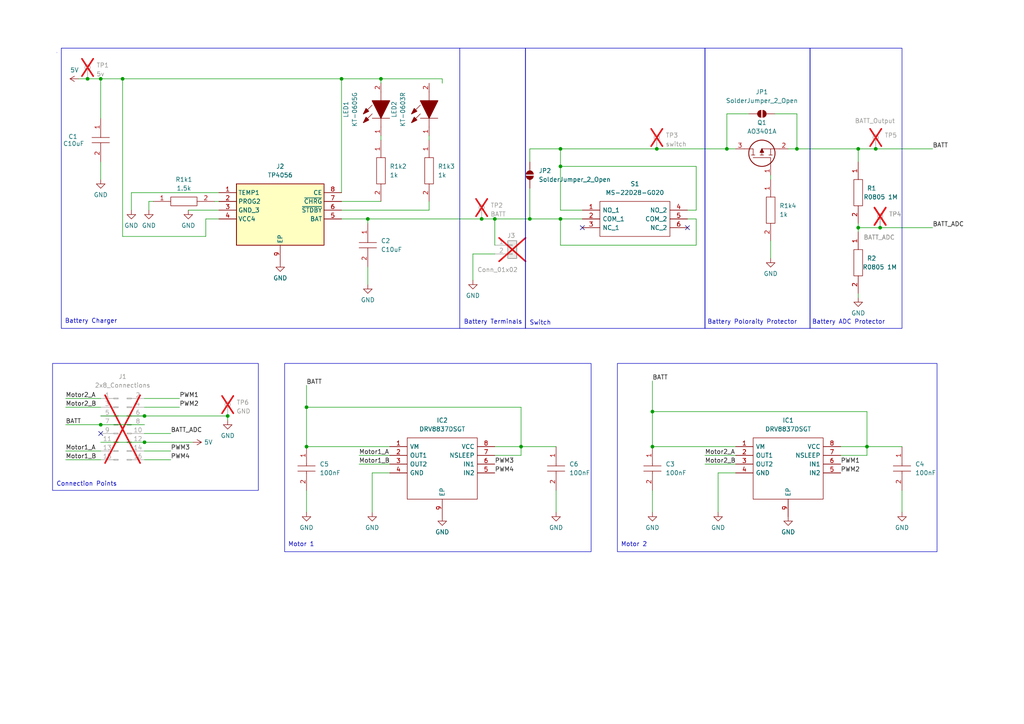
<source format=kicad_sch>
(kicad_sch
	(version 20231120)
	(generator "eeschema")
	(generator_version "8.0")
	(uuid "5b1ecf52-b0f1-49e0-9e79-5452cf38d028")
	(paper "A4")
	(title_block
		(title "Micro_Mouse_Power_Circuit")
		(date "2024-03-24")
		(rev "V2")
		(company "University of Cape Town")
		(comment 3 "CRTLUK001")
		(comment 4 "Luke Carter")
	)
	(lib_symbols
		(symbol "Connector:TestPoint"
			(pin_numbers hide)
			(pin_names
				(offset 0.762) hide)
			(exclude_from_sim no)
			(in_bom yes)
			(on_board yes)
			(property "Reference" "TP"
				(at 0 6.858 0)
				(effects
					(font
						(size 1.27 1.27)
					)
				)
			)
			(property "Value" "TestPoint"
				(at 0 5.08 0)
				(effects
					(font
						(size 1.27 1.27)
					)
				)
			)
			(property "Footprint" ""
				(at 5.08 0 0)
				(effects
					(font
						(size 1.27 1.27)
					)
					(hide yes)
				)
			)
			(property "Datasheet" "~"
				(at 5.08 0 0)
				(effects
					(font
						(size 1.27 1.27)
					)
					(hide yes)
				)
			)
			(property "Description" "test point"
				(at 0 0 0)
				(effects
					(font
						(size 1.27 1.27)
					)
					(hide yes)
				)
			)
			(property "ki_keywords" "test point tp"
				(at 0 0 0)
				(effects
					(font
						(size 1.27 1.27)
					)
					(hide yes)
				)
			)
			(property "ki_fp_filters" "Pin* Test*"
				(at 0 0 0)
				(effects
					(font
						(size 1.27 1.27)
					)
					(hide yes)
				)
			)
			(symbol "TestPoint_0_1"
				(circle
					(center 0 3.302)
					(radius 0.762)
					(stroke
						(width 0)
						(type default)
					)
					(fill
						(type none)
					)
				)
			)
			(symbol "TestPoint_1_1"
				(pin passive line
					(at 0 0 90)
					(length 2.54)
					(name "1"
						(effects
							(font
								(size 1.27 1.27)
							)
						)
					)
					(number "1"
						(effects
							(font
								(size 1.27 1.27)
							)
						)
					)
				)
			)
		)
		(symbol "Connector_Generic:Conn_01x02"
			(pin_names
				(offset 1.016) hide)
			(exclude_from_sim no)
			(in_bom yes)
			(on_board yes)
			(property "Reference" "J"
				(at 0 2.54 0)
				(effects
					(font
						(size 1.27 1.27)
					)
				)
			)
			(property "Value" "Conn_01x02"
				(at 0 -5.08 0)
				(effects
					(font
						(size 1.27 1.27)
					)
				)
			)
			(property "Footprint" ""
				(at 0 0 0)
				(effects
					(font
						(size 1.27 1.27)
					)
					(hide yes)
				)
			)
			(property "Datasheet" "~"
				(at 0 0 0)
				(effects
					(font
						(size 1.27 1.27)
					)
					(hide yes)
				)
			)
			(property "Description" "Generic connector, single row, 01x02, script generated (kicad-library-utils/schlib/autogen/connector/)"
				(at 0 0 0)
				(effects
					(font
						(size 1.27 1.27)
					)
					(hide yes)
				)
			)
			(property "ki_keywords" "connector"
				(at 0 0 0)
				(effects
					(font
						(size 1.27 1.27)
					)
					(hide yes)
				)
			)
			(property "ki_fp_filters" "Connector*:*_1x??_*"
				(at 0 0 0)
				(effects
					(font
						(size 1.27 1.27)
					)
					(hide yes)
				)
			)
			(symbol "Conn_01x02_1_1"
				(rectangle
					(start -1.27 -2.413)
					(end 0 -2.667)
					(stroke
						(width 0.1524)
						(type default)
					)
					(fill
						(type none)
					)
				)
				(rectangle
					(start -1.27 0.127)
					(end 0 -0.127)
					(stroke
						(width 0.1524)
						(type default)
					)
					(fill
						(type none)
					)
				)
				(rectangle
					(start -1.27 1.27)
					(end 1.27 -3.81)
					(stroke
						(width 0.254)
						(type default)
					)
					(fill
						(type background)
					)
				)
				(pin passive line
					(at -5.08 0 0)
					(length 3.81)
					(name "Pin_1"
						(effects
							(font
								(size 1.27 1.27)
							)
						)
					)
					(number "1"
						(effects
							(font
								(size 1.27 1.27)
							)
						)
					)
				)
				(pin passive line
					(at -5.08 -2.54 0)
					(length 3.81)
					(name "Pin_2"
						(effects
							(font
								(size 1.27 1.27)
							)
						)
					)
					(number "2"
						(effects
							(font
								(size 1.27 1.27)
							)
						)
					)
				)
			)
		)
		(symbol "Connector_Generic:Conn_02x08_Odd_Even"
			(pin_names
				(offset 1.016) hide)
			(exclude_from_sim no)
			(in_bom yes)
			(on_board yes)
			(property "Reference" "J1"
				(at 1.27 13.97 0)
				(effects
					(font
						(size 1.27 1.27)
					)
				)
			)
			(property "Value" "2x8_Connections"
				(at 1.27 11.43 0)
				(effects
					(font
						(size 1.27 1.27)
					)
				)
			)
			(property "Footprint" "Connector_PinHeader_2.54mm:PinHeader_2x08_P2.54mm_Vertical"
				(at 0 0 0)
				(effects
					(font
						(size 1.27 1.27)
					)
					(hide yes)
				)
			)
			(property "Datasheet" "~"
				(at 0 0 0)
				(effects
					(font
						(size 1.27 1.27)
					)
					(hide yes)
				)
			)
			(property "Description" "Generic connector, double row, 02x08, odd/even pin numbering scheme (row 1 odd numbers, row 2 even numbers), script generated (kicad-library-utils/schlib/autogen/connector/)"
				(at 0 0 0)
				(effects
					(font
						(size 1.27 1.27)
					)
					(hide yes)
				)
			)
			(property "ki_keywords" "connector"
				(at 0 0 0)
				(effects
					(font
						(size 1.27 1.27)
					)
					(hide yes)
				)
			)
			(property "ki_fp_filters" "Connector*:*_2x??_*"
				(at 0 0 0)
				(effects
					(font
						(size 1.27 1.27)
					)
					(hide yes)
				)
			)
			(symbol "Conn_02x08_Odd_Even_1_1"
				(rectangle
					(start -1.27 -10.033)
					(end 0 -10.287)
					(stroke
						(width 0.1524)
						(type default)
					)
					(fill
						(type none)
					)
				)
				(rectangle
					(start -1.27 -7.493)
					(end 0 -7.747)
					(stroke
						(width 0.1524)
						(type default)
					)
					(fill
						(type none)
					)
				)
				(rectangle
					(start -1.27 -4.953)
					(end 0 -5.207)
					(stroke
						(width 0.1524)
						(type default)
					)
					(fill
						(type none)
					)
				)
				(rectangle
					(start -1.27 -2.413)
					(end 0 -2.667)
					(stroke
						(width 0.1524)
						(type default)
					)
					(fill
						(type none)
					)
				)
				(rectangle
					(start -1.27 0.127)
					(end 0 -0.127)
					(stroke
						(width 0.1524)
						(type default)
					)
					(fill
						(type none)
					)
				)
				(rectangle
					(start -1.27 2.667)
					(end 0 2.413)
					(stroke
						(width 0.1524)
						(type default)
					)
					(fill
						(type none)
					)
				)
				(rectangle
					(start -1.27 5.207)
					(end 0 4.953)
					(stroke
						(width 0.1524)
						(type default)
					)
					(fill
						(type none)
					)
				)
				(rectangle
					(start -1.27 7.747)
					(end 0 7.493)
					(stroke
						(width 0.1524)
						(type default)
					)
					(fill
						(type none)
					)
				)
				(rectangle
					(start 3.81 -10.033)
					(end 2.54 -10.287)
					(stroke
						(width 0.1524)
						(type default)
					)
					(fill
						(type none)
					)
				)
				(rectangle
					(start 3.81 -7.493)
					(end 2.54 -7.747)
					(stroke
						(width 0.1524)
						(type default)
					)
					(fill
						(type none)
					)
				)
				(rectangle
					(start 3.81 -4.953)
					(end 2.54 -5.207)
					(stroke
						(width 0.1524)
						(type default)
					)
					(fill
						(type none)
					)
				)
				(rectangle
					(start 3.81 -2.413)
					(end 2.54 -2.667)
					(stroke
						(width 0.1524)
						(type default)
					)
					(fill
						(type none)
					)
				)
				(rectangle
					(start 3.81 0.127)
					(end 2.54 -0.127)
					(stroke
						(width 0.1524)
						(type default)
					)
					(fill
						(type none)
					)
				)
				(rectangle
					(start 3.81 2.667)
					(end 2.54 2.413)
					(stroke
						(width 0.1524)
						(type default)
					)
					(fill
						(type none)
					)
				)
				(rectangle
					(start 3.81 5.207)
					(end 2.54 4.953)
					(stroke
						(width 0.1524)
						(type default)
					)
					(fill
						(type none)
					)
				)
				(rectangle
					(start 3.81 7.747)
					(end 2.54 7.493)
					(stroke
						(width 0.1524)
						(type default)
					)
					(fill
						(type none)
					)
				)
				(pin passive line
					(at -5.08 7.62 0)
					(length 3.81)
					(name "Pin_1"
						(effects
							(font
								(size 1.27 1.27)
							)
						)
					)
					(number "1"
						(effects
							(font
								(size 1.27 1.27)
							)
						)
					)
				)
				(pin passive line
					(at 7.62 -2.54 180)
					(length 3.81)
					(name "Pin_10"
						(effects
							(font
								(size 1.27 1.27)
							)
						)
					)
					(number "10"
						(effects
							(font
								(size 1.27 1.27)
							)
						)
					)
				)
				(pin passive line
					(at -5.08 -5.08 0)
					(length 3.81)
					(name "Pin_11"
						(effects
							(font
								(size 1.27 1.27)
							)
						)
					)
					(number "11"
						(effects
							(font
								(size 1.27 1.27)
							)
						)
					)
				)
				(pin passive line
					(at 7.62 -5.08 180)
					(length 3.81)
					(name "Pin_12"
						(effects
							(font
								(size 1.27 1.27)
							)
						)
					)
					(number "12"
						(effects
							(font
								(size 1.27 1.27)
							)
						)
					)
				)
				(pin passive line
					(at -5.08 -7.62 0)
					(length 3.81)
					(name "Pin_13"
						(effects
							(font
								(size 1.27 1.27)
							)
						)
					)
					(number "13"
						(effects
							(font
								(size 1.27 1.27)
							)
						)
					)
				)
				(pin passive line
					(at 7.62 -7.62 180)
					(length 3.81)
					(name "Pin_14"
						(effects
							(font
								(size 1.27 1.27)
							)
						)
					)
					(number "14"
						(effects
							(font
								(size 1.27 1.27)
							)
						)
					)
				)
				(pin passive line
					(at -5.08 -10.16 0)
					(length 3.81)
					(name "Pin_15"
						(effects
							(font
								(size 1.27 1.27)
							)
						)
					)
					(number "15"
						(effects
							(font
								(size 1.27 1.27)
							)
						)
					)
				)
				(pin passive line
					(at 7.62 -10.16 180)
					(length 3.81)
					(name "Pin_16"
						(effects
							(font
								(size 1.27 1.27)
							)
						)
					)
					(number "16"
						(effects
							(font
								(size 1.27 1.27)
							)
						)
					)
				)
				(pin passive line
					(at 7.62 7.62 180)
					(length 3.81)
					(name "Pin_2"
						(effects
							(font
								(size 1.27 1.27)
							)
						)
					)
					(number "2"
						(effects
							(font
								(size 1.27 1.27)
							)
						)
					)
				)
				(pin passive line
					(at -5.08 5.08 0)
					(length 3.81)
					(name "Pin_3"
						(effects
							(font
								(size 1.27 1.27)
							)
						)
					)
					(number "3"
						(effects
							(font
								(size 1.27 1.27)
							)
						)
					)
				)
				(pin passive line
					(at 7.62 5.08 180)
					(length 3.81)
					(name "Pin_4"
						(effects
							(font
								(size 1.27 1.27)
							)
						)
					)
					(number "4"
						(effects
							(font
								(size 1.27 1.27)
							)
						)
					)
				)
				(pin passive line
					(at -5.08 2.54 0)
					(length 3.81)
					(name "Pin_5"
						(effects
							(font
								(size 1.27 1.27)
							)
						)
					)
					(number "5"
						(effects
							(font
								(size 1.27 1.27)
							)
						)
					)
				)
				(pin passive line
					(at 7.62 2.54 180)
					(length 3.81)
					(name "Pin_6"
						(effects
							(font
								(size 1.27 1.27)
							)
						)
					)
					(number "6"
						(effects
							(font
								(size 1.27 1.27)
							)
						)
					)
				)
				(pin passive line
					(at -5.08 0 0)
					(length 3.81)
					(name "Pin_7"
						(effects
							(font
								(size 1.27 1.27)
							)
						)
					)
					(number "7"
						(effects
							(font
								(size 1.27 1.27)
							)
						)
					)
				)
				(pin passive line
					(at 7.62 0 180)
					(length 3.81)
					(name "Pin_8"
						(effects
							(font
								(size 1.27 1.27)
							)
						)
					)
					(number "8"
						(effects
							(font
								(size 1.27 1.27)
							)
						)
					)
				)
				(pin passive line
					(at -5.08 -2.54 0)
					(length 3.81)
					(name "Pin_9"
						(effects
							(font
								(size 1.27 1.27)
							)
						)
					)
					(number "9"
						(effects
							(font
								(size 1.27 1.27)
							)
						)
					)
				)
			)
		)
		(symbol "Jumper:SolderJumper_2_Open"
			(pin_numbers hide)
			(pin_names
				(offset 0) hide)
			(exclude_from_sim yes)
			(in_bom no)
			(on_board yes)
			(property "Reference" "JP"
				(at 0 2.032 0)
				(effects
					(font
						(size 1.27 1.27)
					)
				)
			)
			(property "Value" "SolderJumper_2_Open"
				(at 0 -2.54 0)
				(effects
					(font
						(size 1.27 1.27)
					)
				)
			)
			(property "Footprint" ""
				(at 0 0 0)
				(effects
					(font
						(size 1.27 1.27)
					)
					(hide yes)
				)
			)
			(property "Datasheet" "~"
				(at 0 0 0)
				(effects
					(font
						(size 1.27 1.27)
					)
					(hide yes)
				)
			)
			(property "Description" "Solder Jumper, 2-pole, open"
				(at 0 0 0)
				(effects
					(font
						(size 1.27 1.27)
					)
					(hide yes)
				)
			)
			(property "ki_keywords" "solder jumper SPST"
				(at 0 0 0)
				(effects
					(font
						(size 1.27 1.27)
					)
					(hide yes)
				)
			)
			(property "ki_fp_filters" "SolderJumper*Open*"
				(at 0 0 0)
				(effects
					(font
						(size 1.27 1.27)
					)
					(hide yes)
				)
			)
			(symbol "SolderJumper_2_Open_0_1"
				(arc
					(start -0.254 1.016)
					(mid -1.2656 0)
					(end -0.254 -1.016)
					(stroke
						(width 0)
						(type default)
					)
					(fill
						(type none)
					)
				)
				(arc
					(start -0.254 1.016)
					(mid -1.2656 0)
					(end -0.254 -1.016)
					(stroke
						(width 0)
						(type default)
					)
					(fill
						(type outline)
					)
				)
				(polyline
					(pts
						(xy -0.254 1.016) (xy -0.254 -1.016)
					)
					(stroke
						(width 0)
						(type default)
					)
					(fill
						(type none)
					)
				)
				(polyline
					(pts
						(xy 0.254 1.016) (xy 0.254 -1.016)
					)
					(stroke
						(width 0)
						(type default)
					)
					(fill
						(type none)
					)
				)
				(arc
					(start 0.254 -1.016)
					(mid 1.2656 0)
					(end 0.254 1.016)
					(stroke
						(width 0)
						(type default)
					)
					(fill
						(type none)
					)
				)
				(arc
					(start 0.254 -1.016)
					(mid 1.2656 0)
					(end 0.254 1.016)
					(stroke
						(width 0)
						(type default)
					)
					(fill
						(type outline)
					)
				)
			)
			(symbol "SolderJumper_2_Open_1_1"
				(pin passive line
					(at -3.81 0 0)
					(length 2.54)
					(name "A"
						(effects
							(font
								(size 1.27 1.27)
							)
						)
					)
					(number "1"
						(effects
							(font
								(size 1.27 1.27)
							)
						)
					)
				)
				(pin passive line
					(at 3.81 0 180)
					(length 2.54)
					(name "B"
						(effects
							(font
								(size 1.27 1.27)
							)
						)
					)
					(number "2"
						(effects
							(font
								(size 1.27 1.27)
							)
						)
					)
				)
			)
		)
		(symbol "New_Library:AO3401A"
			(pin_names
				(offset 0.762)
			)
			(exclude_from_sim no)
			(in_bom yes)
			(on_board yes)
			(property "Reference" "Q"
				(at 11.43 3.81 0)
				(effects
					(font
						(size 1.27 1.27)
					)
					(justify left)
				)
			)
			(property "Value" "AO3401A"
				(at 11.43 1.27 0)
				(effects
					(font
						(size 1.27 1.27)
					)
					(justify left)
				)
			)
			(property "Footprint" ""
				(at 11.43 -1.27 0)
				(effects
					(font
						(size 1.27 1.27)
					)
					(justify left)
					(hide yes)
				)
			)
			(property "Datasheet" ""
				(at 11.43 -3.81 0)
				(effects
					(font
						(size 1.27 1.27)
					)
					(justify left)
					(hide yes)
				)
			)
			(property "Description" ""
				(at 11.43 -6.35 0)
				(effects
					(font
						(size 1.27 1.27)
					)
					(justify left)
					(hide yes)
				)
			)
			(property "Height" ""
				(at 11.43 -8.89 0)
				(effects
					(font
						(size 1.27 1.27)
					)
					(justify left)
					(hide yes)
				)
			)
			(property "Manufacturer_Name" ""
				(at 11.43 -11.43 0)
				(effects
					(font
						(size 1.27 1.27)
					)
					(justify left)
					(hide yes)
				)
			)
			(property "Manufacturer_Part_Number" ""
				(at 11.43 -13.97 0)
				(effects
					(font
						(size 1.27 1.27)
					)
					(justify left)
					(hide yes)
				)
			)
			(property "Mouser Part Number" ""
				(at 11.43 -16.51 0)
				(effects
					(font
						(size 1.27 1.27)
					)
					(justify left)
					(hide yes)
				)
			)
			(property "Mouser Price/Stock" ""
				(at 11.43 -19.05 0)
				(effects
					(font
						(size 1.27 1.27)
					)
					(justify left)
					(hide yes)
				)
			)
			(property "Arrow Part Number" "AO3401A"
				(at 11.43 -21.59 0)
				(effects
					(font
						(size 1.27 1.27)
					)
					(justify left)
					(hide yes)
				)
			)
			(property "Arrow Price/Stock" "https://www.arrow.com/en/products/ao3401a/alpha-and-omega-semiconductor?region=nac"
				(at 11.43 -24.13 0)
				(effects
					(font
						(size 1.27 1.27)
					)
					(justify left)
					(hide yes)
				)
			)
			(symbol "AO3401A_0_0"
				(pin passive line
					(at 0 0 0)
					(length 2.54)
					(name "~"
						(effects
							(font
								(size 1.27 1.27)
							)
						)
					)
					(number "1"
						(effects
							(font
								(size 1.27 1.27)
							)
						)
					)
				)
				(pin passive line
					(at 7.62 -5.08 90)
					(length 2.54)
					(name "~"
						(effects
							(font
								(size 1.27 1.27)
							)
						)
					)
					(number "2"
						(effects
							(font
								(size 1.27 1.27)
							)
						)
					)
				)
				(pin passive line
					(at 7.62 10.16 270)
					(length 2.54)
					(name "~"
						(effects
							(font
								(size 1.27 1.27)
							)
						)
					)
					(number "3"
						(effects
							(font
								(size 1.27 1.27)
							)
						)
					)
				)
			)
			(symbol "AO3401A_0_1"
				(polyline
					(pts
						(xy 5.842 -0.508) (xy 5.842 0.508)
					)
					(stroke
						(width 0.1524)
						(type solid)
					)
					(fill
						(type none)
					)
				)
				(polyline
					(pts
						(xy 5.842 0) (xy 7.62 0)
					)
					(stroke
						(width 0.1524)
						(type solid)
					)
					(fill
						(type none)
					)
				)
				(polyline
					(pts
						(xy 5.842 2.032) (xy 5.842 3.048)
					)
					(stroke
						(width 0.1524)
						(type solid)
					)
					(fill
						(type none)
					)
				)
				(polyline
					(pts
						(xy 5.842 5.588) (xy 5.842 4.572)
					)
					(stroke
						(width 0.1524)
						(type solid)
					)
					(fill
						(type none)
					)
				)
				(polyline
					(pts
						(xy 7.62 2.54) (xy 5.842 2.54)
					)
					(stroke
						(width 0.1524)
						(type solid)
					)
					(fill
						(type none)
					)
				)
				(polyline
					(pts
						(xy 7.62 2.54) (xy 7.62 -2.54)
					)
					(stroke
						(width 0.1524)
						(type solid)
					)
					(fill
						(type none)
					)
				)
				(polyline
					(pts
						(xy 7.62 5.08) (xy 5.842 5.08)
					)
					(stroke
						(width 0.1524)
						(type solid)
					)
					(fill
						(type none)
					)
				)
				(polyline
					(pts
						(xy 7.62 5.08) (xy 7.62 7.62)
					)
					(stroke
						(width 0.1524)
						(type solid)
					)
					(fill
						(type none)
					)
				)
				(polyline
					(pts
						(xy 2.54 0) (xy 5.08 0) (xy 5.08 5.08)
					)
					(stroke
						(width 0.1524)
						(type solid)
					)
					(fill
						(type none)
					)
				)
				(polyline
					(pts
						(xy 7.62 2.54) (xy 6.604 3.048) (xy 6.604 2.032) (xy 7.62 2.54)
					)
					(stroke
						(width 0.254)
						(type solid)
					)
					(fill
						(type outline)
					)
				)
				(circle
					(center 6.35 2.54)
					(radius 3.81)
					(stroke
						(width 0.254)
						(type solid)
					)
					(fill
						(type none)
					)
				)
			)
		)
		(symbol "New_Library:C10u"
			(pin_names
				(offset 0.762)
			)
			(exclude_from_sim no)
			(in_bom yes)
			(on_board yes)
			(property "Reference" "C"
				(at 8.89 6.35 0)
				(effects
					(font
						(size 1.27 1.27)
					)
					(justify left)
				)
			)
			(property "Value" "C10u"
				(at 8.89 3.81 0)
				(effects
					(font
						(size 1.27 1.27)
					)
					(justify left)
				)
			)
			(property "Footprint" ""
				(at 8.89 1.27 0)
				(effects
					(font
						(size 1.27 1.27)
					)
					(justify left)
					(hide yes)
				)
			)
			(property "Datasheet" ""
				(at 8.89 -1.27 0)
				(effects
					(font
						(size 1.27 1.27)
					)
					(justify left)
					(hide yes)
				)
			)
			(property "Description" ""
				(at 8.89 -3.81 0)
				(effects
					(font
						(size 1.27 1.27)
					)
					(justify left)
					(hide yes)
				)
			)
			(property "Height" ""
				(at 8.89 -6.35 0)
				(effects
					(font
						(size 1.27 1.27)
					)
					(justify left)
					(hide yes)
				)
			)
			(property "Manufacturer_Name" ""
				(at 8.89 -8.89 0)
				(effects
					(font
						(size 1.27 1.27)
					)
					(justify left)
					(hide yes)
				)
			)
			(property "Manufacturer_Part_Number" ""
				(at 8.89 -11.43 0)
				(effects
					(font
						(size 1.27 1.27)
					)
					(justify left)
					(hide yes)
				)
			)
			(property "Mouser Part Number" ""
				(at 8.89 -13.97 0)
				(effects
					(font
						(size 1.27 1.27)
					)
					(justify left)
					(hide yes)
				)
			)
			(property "Mouser Price/Stock" ""
				(at 8.89 -16.51 0)
				(effects
					(font
						(size 1.27 1.27)
					)
					(justify left)
					(hide yes)
				)
			)
			(property "Arrow Part Number" ""
				(at 8.89 -19.05 0)
				(effects
					(font
						(size 1.27 1.27)
					)
					(justify left)
					(hide yes)
				)
			)
			(property "Arrow Price/Stock" ""
				(at 8.89 -21.59 0)
				(effects
					(font
						(size 1.27 1.27)
					)
					(justify left)
					(hide yes)
				)
			)
			(symbol "C10u_0_0"
				(pin passive line
					(at 0 0 0)
					(length 5.08)
					(name "~"
						(effects
							(font
								(size 1.27 1.27)
							)
						)
					)
					(number "1"
						(effects
							(font
								(size 1.27 1.27)
							)
						)
					)
				)
				(pin passive line
					(at 12.7 0 180)
					(length 5.08)
					(name "~"
						(effects
							(font
								(size 1.27 1.27)
							)
						)
					)
					(number "2"
						(effects
							(font
								(size 1.27 1.27)
							)
						)
					)
				)
			)
			(symbol "C10u_0_1"
				(polyline
					(pts
						(xy 5.08 0) (xy 5.588 0)
					)
					(stroke
						(width 0.1524)
						(type solid)
					)
					(fill
						(type none)
					)
				)
				(polyline
					(pts
						(xy 5.588 2.54) (xy 5.588 -2.54)
					)
					(stroke
						(width 0.1524)
						(type solid)
					)
					(fill
						(type none)
					)
				)
				(polyline
					(pts
						(xy 7.112 0) (xy 7.62 0)
					)
					(stroke
						(width 0.1524)
						(type solid)
					)
					(fill
						(type none)
					)
				)
				(polyline
					(pts
						(xy 7.112 2.54) (xy 7.112 -2.54)
					)
					(stroke
						(width 0.1524)
						(type solid)
					)
					(fill
						(type none)
					)
				)
			)
		)
		(symbol "New_Library:CL05B104KO5NNNC"
			(pin_names
				(offset 0.762)
			)
			(exclude_from_sim no)
			(in_bom yes)
			(on_board yes)
			(property "Reference" "C"
				(at 8.89 6.35 0)
				(effects
					(font
						(size 1.27 1.27)
					)
					(justify left)
				)
			)
			(property "Value" "100nF"
				(at 8.89 3.81 0)
				(effects
					(font
						(size 1.27 1.27)
					)
					(justify left)
				)
			)
			(property "Footprint" ""
				(at 8.89 1.27 0)
				(effects
					(font
						(size 1.27 1.27)
					)
					(justify left)
					(hide yes)
				)
			)
			(property "Datasheet" ""
				(at 8.89 -1.27 0)
				(effects
					(font
						(size 1.27 1.27)
					)
					(justify left)
					(hide yes)
				)
			)
			(property "Description" ""
				(at 8.89 -3.81 0)
				(effects
					(font
						(size 1.27 1.27)
					)
					(justify left)
					(hide yes)
				)
			)
			(property "Height" ""
				(at 8.89 -6.35 0)
				(effects
					(font
						(size 1.27 1.27)
					)
					(justify left)
					(hide yes)
				)
			)
			(property "Manufacturer_Name" ""
				(at 8.89 -8.89 0)
				(effects
					(font
						(size 1.27 1.27)
					)
					(justify left)
					(hide yes)
				)
			)
			(property "Manufacturer_Part_Number" ""
				(at 8.89 -11.43 0)
				(effects
					(font
						(size 1.27 1.27)
					)
					(justify left)
					(hide yes)
				)
			)
			(property "Mouser Part Number" ""
				(at 8.89 -13.97 0)
				(effects
					(font
						(size 1.27 1.27)
					)
					(justify left)
					(hide yes)
				)
			)
			(property "Mouser Price/Stock" ""
				(at 8.89 -16.51 0)
				(effects
					(font
						(size 1.27 1.27)
					)
					(justify left)
					(hide yes)
				)
			)
			(property "Arrow Part Number" ""
				(at 8.89 -19.05 0)
				(effects
					(font
						(size 1.27 1.27)
					)
					(justify left)
					(hide yes)
				)
			)
			(property "Arrow Price/Stock" ""
				(at 8.89 -21.59 0)
				(effects
					(font
						(size 1.27 1.27)
					)
					(justify left)
					(hide yes)
				)
			)
			(symbol "CL05B104KO5NNNC_0_0"
				(pin passive line
					(at 0 0 0)
					(length 5.08)
					(name "~"
						(effects
							(font
								(size 1.27 1.27)
							)
						)
					)
					(number "1"
						(effects
							(font
								(size 1.27 1.27)
							)
						)
					)
				)
				(pin passive line
					(at 12.7 0 180)
					(length 5.08)
					(name "~"
						(effects
							(font
								(size 1.27 1.27)
							)
						)
					)
					(number "2"
						(effects
							(font
								(size 1.27 1.27)
							)
						)
					)
				)
			)
			(symbol "CL05B104KO5NNNC_0_1"
				(polyline
					(pts
						(xy 5.08 0) (xy 5.588 0)
					)
					(stroke
						(width 0.1524)
						(type solid)
					)
					(fill
						(type none)
					)
				)
				(polyline
					(pts
						(xy 5.588 2.54) (xy 5.588 -2.54)
					)
					(stroke
						(width 0.1524)
						(type solid)
					)
					(fill
						(type none)
					)
				)
				(polyline
					(pts
						(xy 7.112 0) (xy 7.62 0)
					)
					(stroke
						(width 0.1524)
						(type solid)
					)
					(fill
						(type none)
					)
				)
				(polyline
					(pts
						(xy 7.112 2.54) (xy 7.112 -2.54)
					)
					(stroke
						(width 0.1524)
						(type solid)
					)
					(fill
						(type none)
					)
				)
			)
		)
		(symbol "New_Library:DRV8837DSGT"
			(pin_names
				(offset 0.762)
			)
			(exclude_from_sim no)
			(in_bom yes)
			(on_board yes)
			(property "Reference" "IC"
				(at 26.67 7.62 0)
				(effects
					(font
						(size 1.27 1.27)
					)
					(justify left)
				)
			)
			(property "Value" "DRV8837DSGT"
				(at 26.67 5.08 0)
				(effects
					(font
						(size 1.27 1.27)
					)
					(justify left)
				)
			)
			(property "Footprint" ""
				(at 26.67 2.54 0)
				(effects
					(font
						(size 1.27 1.27)
					)
					(justify left)
					(hide yes)
				)
			)
			(property "Datasheet" ""
				(at 26.67 0 0)
				(effects
					(font
						(size 1.27 1.27)
					)
					(justify left)
					(hide yes)
				)
			)
			(property "Description" ""
				(at 26.67 -2.54 0)
				(effects
					(font
						(size 1.27 1.27)
					)
					(justify left)
					(hide yes)
				)
			)
			(property "Height" ""
				(at 26.67 -5.08 0)
				(effects
					(font
						(size 1.27 1.27)
					)
					(justify left)
					(hide yes)
				)
			)
			(property "Manufacturer_Name" ""
				(at 26.67 -7.62 0)
				(effects
					(font
						(size 1.27 1.27)
					)
					(justify left)
					(hide yes)
				)
			)
			(property "Manufacturer_Part_Number" ""
				(at 26.67 -10.16 0)
				(effects
					(font
						(size 1.27 1.27)
					)
					(justify left)
					(hide yes)
				)
			)
			(property "Mouser Part Number" ""
				(at 26.67 -12.7 0)
				(effects
					(font
						(size 1.27 1.27)
					)
					(justify left)
					(hide yes)
				)
			)
			(property "Mouser Price/Stock" ""
				(at 26.67 -15.24 0)
				(effects
					(font
						(size 1.27 1.27)
					)
					(justify left)
					(hide yes)
				)
			)
			(property "Arrow Part Number" ""
				(at 26.67 -17.78 0)
				(effects
					(font
						(size 1.27 1.27)
					)
					(justify left)
					(hide yes)
				)
			)
			(property "Arrow Price/Stock" ""
				(at 26.67 -20.32 0)
				(effects
					(font
						(size 1.27 1.27)
					)
					(justify left)
					(hide yes)
				)
			)
			(symbol "DRV8837DSGT_0_0"
				(pin passive line
					(at 0 0 0)
					(length 5.08)
					(name "VM"
						(effects
							(font
								(size 1.27 1.27)
							)
						)
					)
					(number "1"
						(effects
							(font
								(size 1.27 1.27)
							)
						)
					)
				)
				(pin passive line
					(at 0 -2.54 0)
					(length 5.08)
					(name "OUT1"
						(effects
							(font
								(size 1.27 1.27)
							)
						)
					)
					(number "2"
						(effects
							(font
								(size 1.27 1.27)
							)
						)
					)
				)
				(pin passive line
					(at 0 -5.08 0)
					(length 5.08)
					(name "OUT2"
						(effects
							(font
								(size 1.27 1.27)
							)
						)
					)
					(number "3"
						(effects
							(font
								(size 1.27 1.27)
							)
						)
					)
				)
				(pin passive line
					(at 0 -7.62 0)
					(length 5.08)
					(name "GND"
						(effects
							(font
								(size 1.27 1.27)
							)
						)
					)
					(number "4"
						(effects
							(font
								(size 1.27 1.27)
							)
						)
					)
				)
				(pin passive line
					(at 30.48 -7.62 180)
					(length 5.08)
					(name "IN2"
						(effects
							(font
								(size 1.27 1.27)
							)
						)
					)
					(number "5"
						(effects
							(font
								(size 1.27 1.27)
							)
						)
					)
				)
				(pin passive line
					(at 30.48 -5.08 180)
					(length 5.08)
					(name "IN1"
						(effects
							(font
								(size 1.27 1.27)
							)
						)
					)
					(number "6"
						(effects
							(font
								(size 1.27 1.27)
							)
						)
					)
				)
				(pin passive line
					(at 30.48 -2.54 180)
					(length 5.08)
					(name "NSLEEP"
						(effects
							(font
								(size 1.27 1.27)
							)
						)
					)
					(number "7"
						(effects
							(font
								(size 1.27 1.27)
							)
						)
					)
				)
				(pin passive line
					(at 30.48 0 180)
					(length 5.08)
					(name "VCC"
						(effects
							(font
								(size 1.27 1.27)
							)
						)
					)
					(number "8"
						(effects
							(font
								(size 1.27 1.27)
							)
						)
					)
				)
				(pin passive line
					(at 15.24 -20.32 90)
					(length 5.08)
					(name "EP"
						(effects
							(font
								(size 1.27 1.27)
							)
						)
					)
					(number "9"
						(effects
							(font
								(size 1.27 1.27)
							)
						)
					)
				)
			)
			(symbol "DRV8837DSGT_0_1"
				(polyline
					(pts
						(xy 5.08 2.54) (xy 25.4 2.54) (xy 25.4 -15.24) (xy 5.08 -15.24) (xy 5.08 2.54)
					)
					(stroke
						(width 0.1524)
						(type solid)
					)
					(fill
						(type none)
					)
				)
			)
		)
		(symbol "New_Library:KT-0603R"
			(pin_names
				(offset 0.762)
			)
			(exclude_from_sim no)
			(in_bom yes)
			(on_board yes)
			(property "Reference" "LED"
				(at 12.7 8.89 0)
				(effects
					(font
						(size 1.27 1.27)
					)
					(justify left bottom)
				)
			)
			(property "Value" "KT-0603R"
				(at 12.7 6.35 0)
				(effects
					(font
						(size 1.27 1.27)
					)
					(justify left bottom)
				)
			)
			(property "Footprint" ""
				(at 12.7 3.81 0)
				(effects
					(font
						(size 1.27 1.27)
					)
					(justify left bottom)
					(hide yes)
				)
			)
			(property "Datasheet" ""
				(at 12.7 1.27 0)
				(effects
					(font
						(size 1.27 1.27)
					)
					(justify left bottom)
					(hide yes)
				)
			)
			(property "Description" ""
				(at 12.7 -1.27 0)
				(effects
					(font
						(size 1.27 1.27)
					)
					(justify left bottom)
					(hide yes)
				)
			)
			(property "Height" ""
				(at 12.7 -3.81 0)
				(effects
					(font
						(size 1.27 1.27)
					)
					(justify left bottom)
					(hide yes)
				)
			)
			(property "Manufacturer_Name" ""
				(at 12.7 -6.35 0)
				(effects
					(font
						(size 1.27 1.27)
					)
					(justify left bottom)
					(hide yes)
				)
			)
			(property "Manufacturer_Part_Number" ""
				(at 12.7 -8.89 0)
				(effects
					(font
						(size 1.27 1.27)
					)
					(justify left bottom)
					(hide yes)
				)
			)
			(property "Mouser Part Number" ""
				(at 12.7 -11.43 0)
				(effects
					(font
						(size 1.27 1.27)
					)
					(justify left bottom)
					(hide yes)
				)
			)
			(property "Mouser Price/Stock" ""
				(at 12.7 -13.97 0)
				(effects
					(font
						(size 1.27 1.27)
					)
					(justify left bottom)
					(hide yes)
				)
			)
			(property "Arrow Part Number" ""
				(at 12.7 -16.51 0)
				(effects
					(font
						(size 1.27 1.27)
					)
					(justify left bottom)
					(hide yes)
				)
			)
			(property "Arrow Price/Stock" ""
				(at 12.7 -19.05 0)
				(effects
					(font
						(size 1.27 1.27)
					)
					(justify left bottom)
					(hide yes)
				)
			)
			(symbol "KT-0603R_0_0"
				(pin passive line
					(at 0 0 0)
					(length 2.54)
					(name "~"
						(effects
							(font
								(size 1.27 1.27)
							)
						)
					)
					(number "1"
						(effects
							(font
								(size 1.27 1.27)
							)
						)
					)
				)
				(pin passive line
					(at 15.24 0 180)
					(length 2.54)
					(name "~"
						(effects
							(font
								(size 1.27 1.27)
							)
						)
					)
					(number "2"
						(effects
							(font
								(size 1.27 1.27)
							)
						)
					)
				)
			)
			(symbol "KT-0603R_0_1"
				(polyline
					(pts
						(xy 2.54 0) (xy 5.08 0)
					)
					(stroke
						(width 0.1524)
						(type solid)
					)
					(fill
						(type none)
					)
				)
				(polyline
					(pts
						(xy 5.08 2.54) (xy 5.08 -2.54)
					)
					(stroke
						(width 0.1524)
						(type solid)
					)
					(fill
						(type none)
					)
				)
				(polyline
					(pts
						(xy 6.35 2.54) (xy 3.81 5.08)
					)
					(stroke
						(width 0.1524)
						(type solid)
					)
					(fill
						(type none)
					)
				)
				(polyline
					(pts
						(xy 8.89 2.54) (xy 6.35 5.08)
					)
					(stroke
						(width 0.1524)
						(type solid)
					)
					(fill
						(type none)
					)
				)
				(polyline
					(pts
						(xy 10.16 0) (xy 12.7 0)
					)
					(stroke
						(width 0.1524)
						(type solid)
					)
					(fill
						(type none)
					)
				)
				(polyline
					(pts
						(xy 5.08 0) (xy 10.16 2.54) (xy 10.16 -2.54) (xy 5.08 0)
					)
					(stroke
						(width 0.254)
						(type solid)
					)
					(fill
						(type outline)
					)
				)
				(polyline
					(pts
						(xy 5.334 4.318) (xy 4.572 3.556) (xy 3.81 5.08) (xy 5.334 4.318)
					)
					(stroke
						(width 0.254)
						(type solid)
					)
					(fill
						(type outline)
					)
				)
				(polyline
					(pts
						(xy 7.874 4.318) (xy 7.112 3.556) (xy 6.35 5.08) (xy 7.874 4.318)
					)
					(stroke
						(width 0.254)
						(type solid)
					)
					(fill
						(type outline)
					)
				)
			)
		)
		(symbol "New_Library:MS-22D28-G020"
			(pin_names
				(offset 0.762)
			)
			(exclude_from_sim no)
			(in_bom yes)
			(on_board yes)
			(property "Reference" "S"
				(at 26.67 7.62 0)
				(effects
					(font
						(size 1.27 1.27)
					)
					(justify left)
				)
			)
			(property "Value" "MS-22D28-G020"
				(at 26.67 5.08 0)
				(effects
					(font
						(size 1.27 1.27)
					)
					(justify left)
				)
			)
			(property "Footprint" ""
				(at 26.67 2.54 0)
				(effects
					(font
						(size 1.27 1.27)
					)
					(justify left)
					(hide yes)
				)
			)
			(property "Datasheet" ""
				(at 26.67 0 0)
				(effects
					(font
						(size 1.27 1.27)
					)
					(justify left)
					(hide yes)
				)
			)
			(property "Description" ""
				(at 26.67 -2.54 0)
				(effects
					(font
						(size 1.27 1.27)
					)
					(justify left)
					(hide yes)
				)
			)
			(property "Height" ""
				(at 26.67 -5.08 0)
				(effects
					(font
						(size 1.27 1.27)
					)
					(justify left)
					(hide yes)
				)
			)
			(property "Manufacturer_Name" ""
				(at 26.67 -7.62 0)
				(effects
					(font
						(size 1.27 1.27)
					)
					(justify left)
					(hide yes)
				)
			)
			(property "Manufacturer_Part_Number" ""
				(at 26.67 -10.16 0)
				(effects
					(font
						(size 1.27 1.27)
					)
					(justify left)
					(hide yes)
				)
			)
			(property "Mouser Part Number" ""
				(at 26.67 -12.7 0)
				(effects
					(font
						(size 1.27 1.27)
					)
					(justify left)
					(hide yes)
				)
			)
			(property "Mouser Price/Stock" ""
				(at 26.67 -15.24 0)
				(effects
					(font
						(size 1.27 1.27)
					)
					(justify left)
					(hide yes)
				)
			)
			(property "Arrow Part Number" ""
				(at 26.67 -17.78 0)
				(effects
					(font
						(size 1.27 1.27)
					)
					(justify left)
					(hide yes)
				)
			)
			(property "Arrow Price/Stock" ""
				(at 26.67 -20.32 0)
				(effects
					(font
						(size 1.27 1.27)
					)
					(justify left)
					(hide yes)
				)
			)
			(symbol "MS-22D28-G020_0_0"
				(pin passive line
					(at 30.48 0 180)
					(length 5.08)
					(name "NO_1"
						(effects
							(font
								(size 1.27 1.27)
							)
						)
					)
					(number "1"
						(effects
							(font
								(size 1.27 1.27)
							)
						)
					)
				)
				(pin passive line
					(at 30.48 -2.54 180)
					(length 5.08)
					(name "COM_1"
						(effects
							(font
								(size 1.27 1.27)
							)
						)
					)
					(number "2"
						(effects
							(font
								(size 1.27 1.27)
							)
						)
					)
				)
				(pin passive line
					(at 30.48 -5.08 180)
					(length 5.08)
					(name "NC_1"
						(effects
							(font
								(size 1.27 1.27)
							)
						)
					)
					(number "3"
						(effects
							(font
								(size 1.27 1.27)
							)
						)
					)
				)
				(pin passive line
					(at 0 0 0)
					(length 5.08)
					(name "NO_2"
						(effects
							(font
								(size 1.27 1.27)
							)
						)
					)
					(number "4"
						(effects
							(font
								(size 1.27 1.27)
							)
						)
					)
				)
				(pin passive line
					(at 0 -2.54 0)
					(length 5.08)
					(name "COM_2"
						(effects
							(font
								(size 1.27 1.27)
							)
						)
					)
					(number "5"
						(effects
							(font
								(size 1.27 1.27)
							)
						)
					)
				)
				(pin passive line
					(at 0 -5.08 0)
					(length 5.08)
					(name "NC_2"
						(effects
							(font
								(size 1.27 1.27)
							)
						)
					)
					(number "6"
						(effects
							(font
								(size 1.27 1.27)
							)
						)
					)
				)
			)
			(symbol "MS-22D28-G020_0_1"
				(polyline
					(pts
						(xy 5.08 2.54) (xy 25.4 2.54) (xy 25.4 -7.62) (xy 5.08 -7.62) (xy 5.08 2.54)
					)
					(stroke
						(width 0.1524)
						(type solid)
					)
					(fill
						(type none)
					)
				)
			)
		)
		(symbol "New_Library:R0805"
			(pin_names
				(offset 0.762)
			)
			(exclude_from_sim no)
			(in_bom yes)
			(on_board yes)
			(property "Reference" "R1k"
				(at 13.97 6.35 0)
				(effects
					(font
						(size 1.27 1.27)
					)
					(justify left)
				)
			)
			(property "Value" "R0805"
				(at 13.97 3.81 0)
				(effects
					(font
						(size 1.27 1.27)
					)
					(justify left)
				)
			)
			(property "Footprint" ""
				(at 13.97 1.27 0)
				(effects
					(font
						(size 1.27 1.27)
					)
					(justify left)
					(hide yes)
				)
			)
			(property "Datasheet" ""
				(at 13.97 -1.27 0)
				(effects
					(font
						(size 1.27 1.27)
					)
					(justify left)
					(hide yes)
				)
			)
			(property "Description" ""
				(at 13.97 -3.81 0)
				(effects
					(font
						(size 1.27 1.27)
					)
					(justify left)
					(hide yes)
				)
			)
			(property "Height" ""
				(at 13.97 -6.35 0)
				(effects
					(font
						(size 1.27 1.27)
					)
					(justify left)
					(hide yes)
				)
			)
			(property "Manufacturer_Name" ""
				(at 13.97 -8.89 0)
				(effects
					(font
						(size 1.27 1.27)
					)
					(justify left)
					(hide yes)
				)
			)
			(property "Manufacturer_Part_Number" ""
				(at 13.97 -11.43 0)
				(effects
					(font
						(size 1.27 1.27)
					)
					(justify left)
					(hide yes)
				)
			)
			(property "Mouser Part Number" ""
				(at 13.97 -13.97 0)
				(effects
					(font
						(size 1.27 1.27)
					)
					(justify left)
					(hide yes)
				)
			)
			(property "Mouser Price/Stock" ""
				(at 13.97 -16.51 0)
				(effects
					(font
						(size 1.27 1.27)
					)
					(justify left)
					(hide yes)
				)
			)
			(property "Arrow Part Number" ""
				(at 13.97 -19.05 0)
				(effects
					(font
						(size 1.27 1.27)
					)
					(justify left)
					(hide yes)
				)
			)
			(property "Arrow Price/Stock" ""
				(at 13.97 -21.59 0)
				(effects
					(font
						(size 1.27 1.27)
					)
					(justify left)
					(hide yes)
				)
			)
			(symbol "R0805_0_0"
				(pin passive line
					(at 0 0 0)
					(length 5.08)
					(name "~"
						(effects
							(font
								(size 1.27 1.27)
							)
						)
					)
					(number "1"
						(effects
							(font
								(size 1.27 1.27)
							)
						)
					)
				)
				(pin passive line
					(at 17.78 0 180)
					(length 5.08)
					(name "~"
						(effects
							(font
								(size 1.27 1.27)
							)
						)
					)
					(number "2"
						(effects
							(font
								(size 1.27 1.27)
							)
						)
					)
				)
			)
			(symbol "R0805_0_1"
				(polyline
					(pts
						(xy 5.08 1.27) (xy 12.7 1.27) (xy 12.7 -1.27) (xy 5.08 -1.27) (xy 5.08 1.27)
					)
					(stroke
						(width 0.1524)
						(type solid)
					)
					(fill
						(type none)
					)
				)
			)
		)
		(symbol "New_Library:R0805 1M"
			(pin_names
				(offset 0.762)
			)
			(exclude_from_sim no)
			(in_bom yes)
			(on_board yes)
			(property "Reference" "R"
				(at 13.97 6.35 0)
				(effects
					(font
						(size 1.27 1.27)
					)
					(justify left)
				)
			)
			(property "Value" "R0805 1M"
				(at 13.97 3.81 0)
				(effects
					(font
						(size 1.27 1.27)
					)
					(justify left)
				)
			)
			(property "Footprint" ""
				(at 13.97 1.27 0)
				(effects
					(font
						(size 1.27 1.27)
					)
					(justify left)
					(hide yes)
				)
			)
			(property "Datasheet" ""
				(at 13.97 -1.27 0)
				(effects
					(font
						(size 1.27 1.27)
					)
					(justify left)
					(hide yes)
				)
			)
			(property "Description" ""
				(at 13.97 -3.81 0)
				(effects
					(font
						(size 1.27 1.27)
					)
					(justify left)
					(hide yes)
				)
			)
			(property "Height" ""
				(at 13.97 -6.35 0)
				(effects
					(font
						(size 1.27 1.27)
					)
					(justify left)
					(hide yes)
				)
			)
			(property "Manufacturer_Name" ""
				(at 13.97 -8.89 0)
				(effects
					(font
						(size 1.27 1.27)
					)
					(justify left)
					(hide yes)
				)
			)
			(property "Manufacturer_Part_Number" ""
				(at 13.97 -11.43 0)
				(effects
					(font
						(size 1.27 1.27)
					)
					(justify left)
					(hide yes)
				)
			)
			(property "Mouser Part Number" ""
				(at 13.97 -13.97 0)
				(effects
					(font
						(size 1.27 1.27)
					)
					(justify left)
					(hide yes)
				)
			)
			(property "Mouser Price/Stock" ""
				(at 13.97 -16.51 0)
				(effects
					(font
						(size 1.27 1.27)
					)
					(justify left)
					(hide yes)
				)
			)
			(property "Arrow Part Number" ""
				(at 13.97 -19.05 0)
				(effects
					(font
						(size 1.27 1.27)
					)
					(justify left)
					(hide yes)
				)
			)
			(property "Arrow Price/Stock" ""
				(at 13.97 -21.59 0)
				(effects
					(font
						(size 1.27 1.27)
					)
					(justify left)
					(hide yes)
				)
			)
			(symbol "R0805 1M_0_0"
				(pin passive line
					(at 0 0 0)
					(length 5.08)
					(name "~"
						(effects
							(font
								(size 1.27 1.27)
							)
						)
					)
					(number "1"
						(effects
							(font
								(size 1.27 1.27)
							)
						)
					)
				)
				(pin passive line
					(at 17.78 0 180)
					(length 5.08)
					(name "~"
						(effects
							(font
								(size 1.27 1.27)
							)
						)
					)
					(number "2"
						(effects
							(font
								(size 1.27 1.27)
							)
						)
					)
				)
			)
			(symbol "R0805 1M_0_1"
				(polyline
					(pts
						(xy 5.08 1.27) (xy 12.7 1.27) (xy 12.7 -1.27) (xy 5.08 -1.27) (xy 5.08 1.27)
					)
					(stroke
						(width 0.1524)
						(type solid)
					)
					(fill
						(type none)
					)
				)
			)
		)
		(symbol "New_Library:TP4056"
			(exclude_from_sim no)
			(in_bom yes)
			(on_board yes)
			(property "Reference" "J"
				(at 31.75 7.62 0)
				(effects
					(font
						(size 1.27 1.27)
					)
					(justify left top)
				)
			)
			(property "Value" "TP4056"
				(at 31.75 5.08 0)
				(effects
					(font
						(size 1.27 1.27)
					)
					(justify left top)
				)
			)
			(property "Footprint" "SOIC127P600X175-9N"
				(at 31.75 -94.92 0)
				(effects
					(font
						(size 1.27 1.27)
					)
					(justify left top)
					(hide yes)
				)
			)
			(property "Datasheet" "https://dlnmh9ip6v2uc.cloudfront.net/datasheets/Prototyping/TP4056.pdf"
				(at 31.75 -194.92 0)
				(effects
					(font
						(size 1.27 1.27)
					)
					(justify left top)
					(hide yes)
				)
			)
			(property "Description" "1A Standalone Linear Li-lon Battery Charger, SOP-8"
				(at 0 0 0)
				(effects
					(font
						(size 1.27 1.27)
					)
					(hide yes)
				)
			)
			(property "Height" "1.75"
				(at 31.75 -394.92 0)
				(effects
					(font
						(size 1.27 1.27)
					)
					(justify left top)
					(hide yes)
				)
			)
			(property "Manufacturer_Name" "NanJing Top Power"
				(at 31.75 -494.92 0)
				(effects
					(font
						(size 1.27 1.27)
					)
					(justify left top)
					(hide yes)
				)
			)
			(property "Manufacturer_Part_Number" "TP4056"
				(at 31.75 -594.92 0)
				(effects
					(font
						(size 1.27 1.27)
					)
					(justify left top)
					(hide yes)
				)
			)
			(property "Mouser Part Number" ""
				(at 31.75 -694.92 0)
				(effects
					(font
						(size 1.27 1.27)
					)
					(justify left top)
					(hide yes)
				)
			)
			(property "Mouser Price/Stock" ""
				(at 31.75 -794.92 0)
				(effects
					(font
						(size 1.27 1.27)
					)
					(justify left top)
					(hide yes)
				)
			)
			(property "Arrow Part Number" ""
				(at 31.75 -894.92 0)
				(effects
					(font
						(size 1.27 1.27)
					)
					(justify left top)
					(hide yes)
				)
			)
			(property "Arrow Price/Stock" ""
				(at 31.75 -994.92 0)
				(effects
					(font
						(size 1.27 1.27)
					)
					(justify left top)
					(hide yes)
				)
			)
			(symbol "TP4056_1_1"
				(rectangle
					(start 5.08 2.54)
					(end 30.48 -15.24)
					(stroke
						(width 0.254)
						(type default)
					)
					(fill
						(type background)
					)
				)
				(pin passive line
					(at 0 0 0)
					(length 5.08)
					(name "TEMP1"
						(effects
							(font
								(size 1.27 1.27)
							)
						)
					)
					(number "1"
						(effects
							(font
								(size 1.27 1.27)
							)
						)
					)
				)
				(pin passive line
					(at 0 -2.54 0)
					(length 5.08)
					(name "PROG2"
						(effects
							(font
								(size 1.27 1.27)
							)
						)
					)
					(number "2"
						(effects
							(font
								(size 1.27 1.27)
							)
						)
					)
				)
				(pin passive line
					(at 0 -5.08 0)
					(length 5.08)
					(name "GND_3"
						(effects
							(font
								(size 1.27 1.27)
							)
						)
					)
					(number "3"
						(effects
							(font
								(size 1.27 1.27)
							)
						)
					)
				)
				(pin passive line
					(at 0 -7.62 0)
					(length 5.08)
					(name "VCC4"
						(effects
							(font
								(size 1.27 1.27)
							)
						)
					)
					(number "4"
						(effects
							(font
								(size 1.27 1.27)
							)
						)
					)
				)
				(pin passive line
					(at 35.56 -7.62 180)
					(length 5.08)
					(name "BAT"
						(effects
							(font
								(size 1.27 1.27)
							)
						)
					)
					(number "5"
						(effects
							(font
								(size 1.27 1.27)
							)
						)
					)
				)
				(pin passive line
					(at 35.56 -5.08 180)
					(length 5.08)
					(name "~{STDBY}"
						(effects
							(font
								(size 1.27 1.27)
							)
						)
					)
					(number "6"
						(effects
							(font
								(size 1.27 1.27)
							)
						)
					)
				)
				(pin passive line
					(at 35.56 -2.54 180)
					(length 5.08)
					(name "~{CHRG}"
						(effects
							(font
								(size 1.27 1.27)
							)
						)
					)
					(number "7"
						(effects
							(font
								(size 1.27 1.27)
							)
						)
					)
				)
				(pin passive line
					(at 35.56 0 180)
					(length 5.08)
					(name "CE"
						(effects
							(font
								(size 1.27 1.27)
							)
						)
					)
					(number "8"
						(effects
							(font
								(size 1.27 1.27)
							)
						)
					)
				)
				(pin passive line
					(at 17.78 -20.32 90)
					(length 5.08)
					(name "EP"
						(effects
							(font
								(size 1.27 1.27)
							)
						)
					)
					(number "9"
						(effects
							(font
								(size 1.27 1.27)
							)
						)
					)
				)
			)
		)
		(symbol "power:+5V"
			(power)
			(pin_names
				(offset 0)
			)
			(exclude_from_sim no)
			(in_bom yes)
			(on_board yes)
			(property "Reference" "#PWR"
				(at 0 -3.81 0)
				(effects
					(font
						(size 1.27 1.27)
					)
					(hide yes)
				)
			)
			(property "Value" "+5V"
				(at 0 3.556 0)
				(effects
					(font
						(size 1.27 1.27)
					)
				)
			)
			(property "Footprint" ""
				(at 0 0 0)
				(effects
					(font
						(size 1.27 1.27)
					)
					(hide yes)
				)
			)
			(property "Datasheet" ""
				(at 0 0 0)
				(effects
					(font
						(size 1.27 1.27)
					)
					(hide yes)
				)
			)
			(property "Description" "Power symbol creates a global label with name \"+5V\""
				(at 0 0 0)
				(effects
					(font
						(size 1.27 1.27)
					)
					(hide yes)
				)
			)
			(property "ki_keywords" "power-flag"
				(at 0 0 0)
				(effects
					(font
						(size 1.27 1.27)
					)
					(hide yes)
				)
			)
			(symbol "+5V_0_1"
				(polyline
					(pts
						(xy -0.762 1.27) (xy 0 2.54)
					)
					(stroke
						(width 0)
						(type solid)
					)
					(fill
						(type none)
					)
				)
				(polyline
					(pts
						(xy 0 0) (xy 0 2.54)
					)
					(stroke
						(width 0)
						(type solid)
					)
					(fill
						(type none)
					)
				)
				(polyline
					(pts
						(xy 0 2.54) (xy 0.762 1.27)
					)
					(stroke
						(width 0)
						(type solid)
					)
					(fill
						(type none)
					)
				)
			)
			(symbol "+5V_1_1"
				(pin power_in line
					(at 0 0 90)
					(length 0) hide
					(name "+5V"
						(effects
							(font
								(size 1.27 1.27)
							)
						)
					)
					(number "1"
						(effects
							(font
								(size 1.27 1.27)
							)
						)
					)
				)
			)
		)
		(symbol "power:GND"
			(power)
			(pin_names
				(offset 0)
			)
			(exclude_from_sim no)
			(in_bom yes)
			(on_board yes)
			(property "Reference" "#PWR"
				(at 0 -6.35 0)
				(effects
					(font
						(size 1.27 1.27)
					)
					(hide yes)
				)
			)
			(property "Value" "GND"
				(at 0 -3.81 0)
				(effects
					(font
						(size 1.27 1.27)
					)
				)
			)
			(property "Footprint" ""
				(at 0 0 0)
				(effects
					(font
						(size 1.27 1.27)
					)
					(hide yes)
				)
			)
			(property "Datasheet" ""
				(at 0 0 0)
				(effects
					(font
						(size 1.27 1.27)
					)
					(hide yes)
				)
			)
			(property "Description" "Power symbol creates a global label with name \"GND\" , ground"
				(at 0 0 0)
				(effects
					(font
						(size 1.27 1.27)
					)
					(hide yes)
				)
			)
			(property "ki_keywords" "global power"
				(at 0 0 0)
				(effects
					(font
						(size 1.27 1.27)
					)
					(hide yes)
				)
			)
			(symbol "GND_0_1"
				(polyline
					(pts
						(xy 0 0) (xy 0 -1.27) (xy 1.27 -1.27) (xy 0 -2.54) (xy -1.27 -1.27) (xy 0 -1.27)
					)
					(stroke
						(width 0)
						(type default)
					)
					(fill
						(type none)
					)
				)
			)
			(symbol "GND_1_1"
				(pin power_in line
					(at 0 0 270)
					(length 0) hide
					(name "GND"
						(effects
							(font
								(size 1.27 1.27)
							)
						)
					)
					(number "1"
						(effects
							(font
								(size 1.27 1.27)
							)
						)
					)
				)
			)
		)
	)
	(junction
		(at 189.23 119.38)
		(diameter 0)
		(color 0 0 0 0)
		(uuid "06f95796-64fc-4729-9527-6d7b17b4d47e")
	)
	(junction
		(at 151.13 129.54)
		(diameter 0)
		(color 0 0 0 0)
		(uuid "0ccbc322-5660-4573-8312-add78f3a5bfd")
	)
	(junction
		(at 99.06 22.86)
		(diameter 0)
		(color 0 0 0 0)
		(uuid "0eb6dfc3-4e98-4329-80e1-99b614ff9e55")
	)
	(junction
		(at 153.67 63.5)
		(diameter 0)
		(color 0 0 0 0)
		(uuid "1474de44-23b4-42df-af58-10c816fd3dab")
	)
	(junction
		(at 110.49 22.86)
		(diameter 0)
		(color 0 0 0 0)
		(uuid "18018a8a-8848-4778-94c8-e4140c9366f9")
	)
	(junction
		(at 254 43.18)
		(diameter 0)
		(color 0 0 0 0)
		(uuid "2afd2ce9-1bf1-4083-b2e2-d18afeaf64f0")
	)
	(junction
		(at 162.56 63.5)
		(diameter 0)
		(color 0 0 0 0)
		(uuid "325042e8-9fd1-42ef-95db-588611210ffe")
	)
	(junction
		(at 29.21 123.19)
		(diameter 0)
		(color 0 0 0 0)
		(uuid "36e95f3b-ea5d-4f24-9d8c-67cf0b37e1a0")
	)
	(junction
		(at 162.56 43.18)
		(diameter 0)
		(color 0 0 0 0)
		(uuid "3c250a59-3535-4ad8-99e5-ab2e3d5b13b2")
	)
	(junction
		(at 29.21 22.86)
		(diameter 0)
		(color 0 0 0 0)
		(uuid "4684f109-7ff3-4b8f-aac7-71fff4ce46e4")
	)
	(junction
		(at 106.68 63.5)
		(diameter 0)
		(color 0 0 0 0)
		(uuid "46e1ddfa-3849-4542-a4f7-a3433f2fc45f")
	)
	(junction
		(at 25.4 22.86)
		(diameter 0)
		(color 0 0 0 0)
		(uuid "515d44e8-4119-4c3f-8dc7-b85d78e1f74d")
	)
	(junction
		(at 231.14 43.18)
		(diameter 0)
		(color 0 0 0 0)
		(uuid "54440d7c-5d2d-40fb-b0d3-b5ebaa6ce332")
	)
	(junction
		(at 190.5 43.18)
		(diameter 0)
		(color 0 0 0 0)
		(uuid "584e3af8-a582-4cbe-8437-0b630bdbe0cb")
	)
	(junction
		(at 162.56 48.26)
		(diameter 0)
		(color 0 0 0 0)
		(uuid "67b0746d-00dd-4a35-8d4d-143a9f7c42d5")
	)
	(junction
		(at 41.91 120.65)
		(diameter 0)
		(color 0 0 0 0)
		(uuid "69e4621d-3945-4c81-9fff-0d45ad4624fc")
	)
	(junction
		(at 143.51 63.5)
		(diameter 0)
		(color 0 0 0 0)
		(uuid "6c24cb3c-ae23-4b5e-ac4e-c681a8c246cb")
	)
	(junction
		(at 189.23 129.54)
		(diameter 0)
		(color 0 0 0 0)
		(uuid "77e33e68-6a8e-44c9-9727-51aed38f25c3")
	)
	(junction
		(at 41.91 128.27)
		(diameter 0)
		(color 0 0 0 0)
		(uuid "7e78dbbe-0498-4bc1-a9ba-c5ec91ac4010")
	)
	(junction
		(at 139.7 63.5)
		(diameter 0)
		(color 0 0 0 0)
		(uuid "8155e4b6-3c96-48e3-8190-7a1327944e02")
	)
	(junction
		(at 210.82 43.18)
		(diameter 0)
		(color 0 0 0 0)
		(uuid "83f16552-da55-499f-80f5-45c86837b986")
	)
	(junction
		(at 35.56 22.86)
		(diameter 0)
		(color 0 0 0 0)
		(uuid "b4dae802-f35b-44f1-8b41-2316b9d3ff2b")
	)
	(junction
		(at 251.46 129.54)
		(diameter 0)
		(color 0 0 0 0)
		(uuid "c013253a-28e1-40f7-bd3d-22ff11346213")
	)
	(junction
		(at 255.27 66.04)
		(diameter 0)
		(color 0 0 0 0)
		(uuid "c2637499-056a-484f-b85e-eafd4675c6b1")
	)
	(junction
		(at 248.92 66.04)
		(diameter 0)
		(color 0 0 0 0)
		(uuid "c4c74571-df43-4754-86a7-78391d42f64c")
	)
	(junction
		(at 66.04 120.65)
		(diameter 0)
		(color 0 0 0 0)
		(uuid "cf315fac-2c6a-4955-9eac-b493fc8ec190")
	)
	(junction
		(at 88.9 118.11)
		(diameter 0)
		(color 0 0 0 0)
		(uuid "e095d1a4-d340-4421-9a03-651b05f089c0")
	)
	(junction
		(at 248.92 43.18)
		(diameter 0)
		(color 0 0 0 0)
		(uuid "e0fbde13-7b77-422c-98bd-ecc010cf3b64")
	)
	(junction
		(at 88.9 129.54)
		(diameter 0)
		(color 0 0 0 0)
		(uuid "f7b872c9-2dbc-45ff-9cc1-d65398716e5d")
	)
	(no_connect
		(at 199.39 66.04)
		(uuid "65342e1f-8100-4ed3-b287-8bc8334a34bc")
	)
	(no_connect
		(at 168.91 66.04)
		(uuid "7fa27024-8536-4dc5-bf7a-6609ac315657")
	)
	(no_connect
		(at 29.21 125.73)
		(uuid "b1cc4a86-1e2c-48cd-8ade-746467dc35dc")
	)
	(wire
		(pts
			(xy 54.61 60.96) (xy 63.5 60.96)
		)
		(stroke
			(width 0)
			(type default)
		)
		(uuid "023c6f8a-8db9-4140-b255-5478ed11427f")
	)
	(wire
		(pts
			(xy 151.13 129.54) (xy 151.13 132.08)
		)
		(stroke
			(width 0)
			(type default)
		)
		(uuid "024995b2-a6fe-4784-8bca-6d3056b3aa08")
	)
	(wire
		(pts
			(xy 248.92 66.04) (xy 248.92 67.31)
		)
		(stroke
			(width 0)
			(type default)
		)
		(uuid "04f1ab58-5183-4ca5-9736-e513449ca6b1")
	)
	(wire
		(pts
			(xy 143.51 129.54) (xy 151.13 129.54)
		)
		(stroke
			(width 0)
			(type default)
		)
		(uuid "0595178c-1542-45ee-ab00-cd4c00904b79")
	)
	(wire
		(pts
			(xy 29.21 120.65) (xy 41.91 120.65)
		)
		(stroke
			(width 0)
			(type default)
		)
		(uuid "0f7b1249-8e31-4445-99d8-0235548e5cb6")
	)
	(wire
		(pts
			(xy 110.49 22.86) (xy 110.49 24.13)
		)
		(stroke
			(width 0)
			(type default)
		)
		(uuid "10c39a54-9f12-4886-af7e-3cee282f1744")
	)
	(wire
		(pts
			(xy 19.05 123.19) (xy 29.21 123.19)
		)
		(stroke
			(width 0)
			(type default)
		)
		(uuid "113726ca-cfd6-47d6-a513-e03c70722242")
	)
	(wire
		(pts
			(xy 223.52 69.85) (xy 223.52 74.93)
		)
		(stroke
			(width 0)
			(type default)
		)
		(uuid "12edd3ac-63ae-449e-8a0b-81d84728e06a")
	)
	(wire
		(pts
			(xy 88.9 118.11) (xy 88.9 129.54)
		)
		(stroke
			(width 0)
			(type default)
		)
		(uuid "141ff36b-92a7-460d-ae98-4b7aed89b629")
	)
	(wire
		(pts
			(xy 29.21 128.27) (xy 41.91 128.27)
		)
		(stroke
			(width 0)
			(type default)
		)
		(uuid "145eeb01-a079-40d0-8a9d-070350fb7980")
	)
	(wire
		(pts
			(xy 41.91 130.81) (xy 49.53 130.81)
		)
		(stroke
			(width 0)
			(type default)
		)
		(uuid "1484c67c-5045-48cb-bf72-1e5f8a658c36")
	)
	(wire
		(pts
			(xy 251.46 119.38) (xy 189.23 119.38)
		)
		(stroke
			(width 0)
			(type default)
		)
		(uuid "15b734fc-02d6-4dbe-a728-037ba0c8b5f9")
	)
	(wire
		(pts
			(xy 25.4 22.86) (xy 29.21 22.86)
		)
		(stroke
			(width 0)
			(type default)
		)
		(uuid "15b7aeb9-5584-47b9-806e-2c94bebd6293")
	)
	(wire
		(pts
			(xy 153.67 43.18) (xy 162.56 43.18)
		)
		(stroke
			(width 0)
			(type default)
		)
		(uuid "1715fe3e-70f1-4098-a6c0-87367a034699")
	)
	(wire
		(pts
			(xy 162.56 63.5) (xy 162.56 71.12)
		)
		(stroke
			(width 0)
			(type default)
		)
		(uuid "180f2543-e3c9-48bd-adf9-12b3e85fcae0")
	)
	(wire
		(pts
			(xy 162.56 48.26) (xy 201.93 48.26)
		)
		(stroke
			(width 0)
			(type default)
		)
		(uuid "19a9a4e8-8a7b-4c9a-b61d-dd5961242a86")
	)
	(wire
		(pts
			(xy 99.06 22.86) (xy 99.06 55.88)
		)
		(stroke
			(width 0)
			(type default)
		)
		(uuid "1c6d7f97-401f-4994-8706-90b8a4e43bbe")
	)
	(wire
		(pts
			(xy 88.9 111.76) (xy 88.9 118.11)
		)
		(stroke
			(width 0)
			(type default)
		)
		(uuid "1f922508-44a2-47ca-9e62-616fbd3b5d01")
	)
	(wire
		(pts
			(xy 41.91 120.65) (xy 66.04 120.65)
		)
		(stroke
			(width 0)
			(type default)
		)
		(uuid "21570f06-9338-408e-8ddc-c7bc23b452be")
	)
	(wire
		(pts
			(xy 248.92 66.04) (xy 255.27 66.04)
		)
		(stroke
			(width 0)
			(type default)
		)
		(uuid "25bcda2c-f90b-4eac-86b8-5e4199f2d2de")
	)
	(wire
		(pts
			(xy 243.84 129.54) (xy 251.46 129.54)
		)
		(stroke
			(width 0)
			(type default)
		)
		(uuid "27db9565-3daa-4aba-8d51-65666d746335")
	)
	(wire
		(pts
			(xy 88.9 142.24) (xy 88.9 148.59)
		)
		(stroke
			(width 0)
			(type default)
		)
		(uuid "29c4df4e-7e45-4ede-af13-64839a6db492")
	)
	(wire
		(pts
			(xy 161.29 142.24) (xy 161.29 148.59)
		)
		(stroke
			(width 0)
			(type default)
		)
		(uuid "2a5e7903-67cb-46d6-a4f6-dce31e333351")
	)
	(wire
		(pts
			(xy 35.56 22.86) (xy 99.06 22.86)
		)
		(stroke
			(width 0)
			(type default)
		)
		(uuid "2fd2181b-fa6a-4489-804f-66c1c985a1b3")
	)
	(wire
		(pts
			(xy 254 43.18) (xy 270.51 43.18)
		)
		(stroke
			(width 0)
			(type default)
		)
		(uuid "3148113f-7d0e-4d89-94cf-06a8a7de4dde")
	)
	(wire
		(pts
			(xy 210.82 33.02) (xy 217.17 33.02)
		)
		(stroke
			(width 0)
			(type default)
		)
		(uuid "32d94874-fbb4-48fe-a5b7-9387760da1d8")
	)
	(wire
		(pts
			(xy 41.91 115.57) (xy 52.07 115.57)
		)
		(stroke
			(width 0)
			(type default)
		)
		(uuid "3f011fd9-40cc-41f9-97ea-ebea8ed564b7")
	)
	(wire
		(pts
			(xy 29.21 22.86) (xy 35.56 22.86)
		)
		(stroke
			(width 0)
			(type default)
		)
		(uuid "419e576d-d950-4b49-b3ad-11a3a3af4fd0")
	)
	(wire
		(pts
			(xy 189.23 142.24) (xy 189.23 148.59)
		)
		(stroke
			(width 0)
			(type default)
		)
		(uuid "43630239-42c7-4308-84a9-456b2c4f5da5")
	)
	(wire
		(pts
			(xy 143.51 132.08) (xy 151.13 132.08)
		)
		(stroke
			(width 0)
			(type default)
		)
		(uuid "43e59975-0938-4183-8aed-0671cf16e183")
	)
	(wire
		(pts
			(xy 168.91 60.96) (xy 162.56 60.96)
		)
		(stroke
			(width 0)
			(type default)
		)
		(uuid "44278bfc-675a-426a-8100-858ea6d11e6d")
	)
	(wire
		(pts
			(xy 41.91 125.73) (xy 49.53 125.73)
		)
		(stroke
			(width 0)
			(type default)
		)
		(uuid "4861f958-6b8a-4125-90e3-94ff26f29d8d")
	)
	(wire
		(pts
			(xy 199.39 60.96) (xy 201.93 60.96)
		)
		(stroke
			(width 0)
			(type default)
		)
		(uuid "4bf28390-b65b-4ed7-a598-0f1edc49c956")
	)
	(wire
		(pts
			(xy 99.06 63.5) (xy 106.68 63.5)
		)
		(stroke
			(width 0)
			(type default)
		)
		(uuid "4e92a46e-c77d-4810-9d22-f3aacbe9d6a8")
	)
	(wire
		(pts
			(xy 99.06 60.96) (xy 124.46 60.96)
		)
		(stroke
			(width 0)
			(type default)
		)
		(uuid "506ae6f5-0d8c-41ce-ab75-563507b2943f")
	)
	(wire
		(pts
			(xy 162.56 48.26) (xy 162.56 43.18)
		)
		(stroke
			(width 0)
			(type default)
		)
		(uuid "56a7b5f4-1cd8-4984-8fbe-1ab0bff7352d")
	)
	(wire
		(pts
			(xy 41.91 133.35) (xy 49.53 133.35)
		)
		(stroke
			(width 0)
			(type default)
		)
		(uuid "5737862c-79ce-440f-ad50-b970a4a9a9d1")
	)
	(wire
		(pts
			(xy 19.05 130.81) (xy 29.21 130.81)
		)
		(stroke
			(width 0)
			(type default)
		)
		(uuid "5bf6a524-9682-46d2-a497-a5966e0404d9")
	)
	(wire
		(pts
			(xy 38.1 60.96) (xy 38.1 55.88)
		)
		(stroke
			(width 0)
			(type default)
		)
		(uuid "5dcb5772-b820-41f0-89a6-64916005fd2e")
	)
	(wire
		(pts
			(xy 62.23 58.42) (xy 63.5 58.42)
		)
		(stroke
			(width 0)
			(type default)
		)
		(uuid "5ef04698-852e-435b-9339-ba0e02873759")
	)
	(wire
		(pts
			(xy 35.56 68.58) (xy 59.69 68.58)
		)
		(stroke
			(width 0)
			(type default)
		)
		(uuid "6543f5a4-28fb-4a08-af4b-dd886ffd889f")
	)
	(wire
		(pts
			(xy 189.23 110.49) (xy 189.23 119.38)
		)
		(stroke
			(width 0)
			(type default)
		)
		(uuid "656dc0d7-d86a-4a78-84ce-dea6474e91ef")
	)
	(wire
		(pts
			(xy 124.46 39.37) (xy 124.46 40.64)
		)
		(stroke
			(width 0)
			(type default)
		)
		(uuid "65e4b7de-c580-421d-a279-3f657471a2e7")
	)
	(wire
		(pts
			(xy 204.47 132.08) (xy 213.36 132.08)
		)
		(stroke
			(width 0)
			(type default)
		)
		(uuid "682f5626-3170-468d-8e01-c99911c07992")
	)
	(wire
		(pts
			(xy 153.67 46.99) (xy 153.67 43.18)
		)
		(stroke
			(width 0)
			(type default)
		)
		(uuid "6c38a714-2b83-4edd-835e-92ed2a543035")
	)
	(wire
		(pts
			(xy 210.82 43.18) (xy 210.82 33.02)
		)
		(stroke
			(width 0)
			(type default)
		)
		(uuid "6e026ded-3e0e-43e0-93cf-6c24390bbdf4")
	)
	(wire
		(pts
			(xy 231.14 43.18) (xy 248.92 43.18)
		)
		(stroke
			(width 0)
			(type default)
		)
		(uuid "6f251895-4f9b-4f01-8df8-dbba4873da49")
	)
	(wire
		(pts
			(xy 29.21 46.99) (xy 29.21 52.07)
		)
		(stroke
			(width 0)
			(type default)
		)
		(uuid "7a73fbbc-206c-42eb-adbf-9a32f4f5d0b3")
	)
	(wire
		(pts
			(xy 255.27 66.04) (xy 270.51 66.04)
		)
		(stroke
			(width 0)
			(type default)
		)
		(uuid "7d86543d-d00f-448b-8ef2-04ba9db747bf")
	)
	(wire
		(pts
			(xy 59.69 63.5) (xy 63.5 63.5)
		)
		(stroke
			(width 0)
			(type default)
		)
		(uuid "7db622e6-2548-4c71-8c24-06d14d135f07")
	)
	(wire
		(pts
			(xy 228.6 43.18) (xy 231.14 43.18)
		)
		(stroke
			(width 0)
			(type default)
		)
		(uuid "7de436ff-8a2e-4523-9870-96ac1ce80094")
	)
	(wire
		(pts
			(xy 110.49 39.37) (xy 110.49 40.64)
		)
		(stroke
			(width 0)
			(type default)
		)
		(uuid "84f5d9bc-ea9e-4c9b-9130-027e98f5f9de")
	)
	(wire
		(pts
			(xy 248.92 43.18) (xy 248.92 46.99)
		)
		(stroke
			(width 0)
			(type default)
		)
		(uuid "861b103a-7e32-444d-88a4-2260776df381")
	)
	(wire
		(pts
			(xy 19.05 118.11) (xy 29.21 118.11)
		)
		(stroke
			(width 0)
			(type default)
		)
		(uuid "86d7d43e-2242-457f-878c-4ae50a5c4126")
	)
	(wire
		(pts
			(xy 251.46 129.54) (xy 261.62 129.54)
		)
		(stroke
			(width 0)
			(type default)
		)
		(uuid "86f09ab9-ffb3-40ca-afe6-4b6823069c71")
	)
	(wire
		(pts
			(xy 162.56 63.5) (xy 168.91 63.5)
		)
		(stroke
			(width 0)
			(type default)
		)
		(uuid "872fe613-9c2f-4fe6-91cc-9f005206b06c")
	)
	(wire
		(pts
			(xy 19.05 133.35) (xy 29.21 133.35)
		)
		(stroke
			(width 0)
			(type default)
		)
		(uuid "8d6dd045-2f00-42cc-9b3e-094b3793a54f")
	)
	(wire
		(pts
			(xy 153.67 54.61) (xy 153.67 63.5)
		)
		(stroke
			(width 0)
			(type default)
		)
		(uuid "8e9c3533-ff74-430a-af85-b5b6e9f2c7ec")
	)
	(wire
		(pts
			(xy 137.16 73.66) (xy 143.51 73.66)
		)
		(stroke
			(width 0)
			(type default)
		)
		(uuid "8ef9d139-cc99-4492-9714-93e6dbe8d2b8")
	)
	(wire
		(pts
			(xy 106.68 63.5) (xy 106.68 64.77)
		)
		(stroke
			(width 0)
			(type default)
		)
		(uuid "8f0d1141-33ba-431a-a672-41301fa825c0")
	)
	(wire
		(pts
			(xy 210.82 43.18) (xy 213.36 43.18)
		)
		(stroke
			(width 0)
			(type default)
		)
		(uuid "91d3ece9-cfd3-444c-ac04-39858616d0a4")
	)
	(wire
		(pts
			(xy 139.7 63.5) (xy 143.51 63.5)
		)
		(stroke
			(width 0)
			(type default)
		)
		(uuid "924e604f-94a1-4c6d-9da2-49b77a5891e1")
	)
	(wire
		(pts
			(xy 208.28 148.59) (xy 208.28 137.16)
		)
		(stroke
			(width 0)
			(type default)
		)
		(uuid "95bcb7d0-3631-4faf-9a60-f3b5ee978092")
	)
	(wire
		(pts
			(xy 223.52 50.8) (xy 223.52 52.07)
		)
		(stroke
			(width 0)
			(type default)
		)
		(uuid "96862912-1489-452a-b767-512e5d73145c")
	)
	(wire
		(pts
			(xy 124.46 60.96) (xy 124.46 58.42)
		)
		(stroke
			(width 0)
			(type default)
		)
		(uuid "96f6564d-1af3-4cc6-a328-3ad16acb7bf7")
	)
	(wire
		(pts
			(xy 251.46 119.38) (xy 251.46 129.54)
		)
		(stroke
			(width 0)
			(type default)
		)
		(uuid "98c43aec-427d-42c0-822f-db886e08c01e")
	)
	(wire
		(pts
			(xy 199.39 63.5) (xy 201.93 63.5)
		)
		(stroke
			(width 0)
			(type default)
		)
		(uuid "98ef6325-8182-4fc4-a67e-f4878866eacd")
	)
	(wire
		(pts
			(xy 137.16 73.66) (xy 137.16 81.28)
		)
		(stroke
			(width 0)
			(type default)
		)
		(uuid "99ddb341-dcff-424f-a61a-c2dddbb50987")
	)
	(wire
		(pts
			(xy 88.9 129.54) (xy 113.03 129.54)
		)
		(stroke
			(width 0)
			(type default)
		)
		(uuid "9b8d5135-67c8-4c66-8c0c-201de31b1f9b")
	)
	(wire
		(pts
			(xy 151.13 129.54) (xy 161.29 129.54)
		)
		(stroke
			(width 0)
			(type default)
		)
		(uuid "9bd97ebe-6e41-4bbe-b2c7-acd817ee182d")
	)
	(wire
		(pts
			(xy 19.05 115.57) (xy 29.21 115.57)
		)
		(stroke
			(width 0)
			(type default)
		)
		(uuid "9c24f91d-acab-4a72-8bfb-3cdc955703f7")
	)
	(wire
		(pts
			(xy 143.51 63.5) (xy 153.67 63.5)
		)
		(stroke
			(width 0)
			(type default)
		)
		(uuid "9ccb969a-0f63-4672-af47-6145d44854fe")
	)
	(wire
		(pts
			(xy 189.23 119.38) (xy 189.23 129.54)
		)
		(stroke
			(width 0)
			(type default)
		)
		(uuid "9f31e5a0-7b80-4e70-a1ea-d3ab13a81799")
	)
	(wire
		(pts
			(xy 110.49 22.86) (xy 128.27 22.86)
		)
		(stroke
			(width 0)
			(type default)
		)
		(uuid "a4dcfc3b-8ad2-47ba-871a-109e3811da00")
	)
	(wire
		(pts
			(xy 106.68 77.47) (xy 106.68 82.55)
		)
		(stroke
			(width 0)
			(type default)
		)
		(uuid "a5662542-6e14-4a1d-9e5e-60a11248bc7e")
	)
	(wire
		(pts
			(xy 22.86 22.86) (xy 25.4 22.86)
		)
		(stroke
			(width 0)
			(type default)
		)
		(uuid "a7c0ba40-39c1-4afd-9a98-7b40a22bb383")
	)
	(wire
		(pts
			(xy 162.56 60.96) (xy 162.56 48.26)
		)
		(stroke
			(width 0)
			(type default)
		)
		(uuid "a9a3cb42-e89c-47b4-91e2-a90b4d8036d0")
	)
	(wire
		(pts
			(xy 43.18 60.96) (xy 43.18 58.42)
		)
		(stroke
			(width 0)
			(type default)
		)
		(uuid "aaea4292-02af-411b-983c-daa8bbb5e6d5")
	)
	(wire
		(pts
			(xy 189.23 129.54) (xy 213.36 129.54)
		)
		(stroke
			(width 0)
			(type default)
		)
		(uuid "ab0187ee-0b8a-4a2d-842a-fb81fde1e66d")
	)
	(wire
		(pts
			(xy 29.21 22.86) (xy 29.21 34.29)
		)
		(stroke
			(width 0)
			(type default)
		)
		(uuid "abd0ad55-21b2-4bd9-b167-ddee074d13aa")
	)
	(wire
		(pts
			(xy 104.14 134.62) (xy 113.03 134.62)
		)
		(stroke
			(width 0)
			(type default)
		)
		(uuid "b205fafc-afe6-4ae5-9029-9aa946aa876b")
	)
	(wire
		(pts
			(xy 43.18 58.42) (xy 44.45 58.42)
		)
		(stroke
			(width 0)
			(type default)
		)
		(uuid "b22235e4-f18e-4e87-b2e0-d01ffa40dc14")
	)
	(wire
		(pts
			(xy 88.9 118.11) (xy 151.13 118.11)
		)
		(stroke
			(width 0)
			(type default)
		)
		(uuid "b54cfb97-f125-4a5b-849c-0bd541852ccc")
	)
	(wire
		(pts
			(xy 162.56 71.12) (xy 201.93 71.12)
		)
		(stroke
			(width 0)
			(type default)
		)
		(uuid "b644a240-4969-41e8-993a-2dd86fe2a123")
	)
	(wire
		(pts
			(xy 35.56 22.86) (xy 35.56 68.58)
		)
		(stroke
			(width 0)
			(type default)
		)
		(uuid "b7266e42-ce82-4b65-8ae0-f39912832994")
	)
	(wire
		(pts
			(xy 251.46 129.54) (xy 251.46 132.08)
		)
		(stroke
			(width 0)
			(type default)
		)
		(uuid "b882da56-0348-453e-a882-2e6c4d68e7d8")
	)
	(wire
		(pts
			(xy 107.95 137.16) (xy 113.03 137.16)
		)
		(stroke
			(width 0)
			(type default)
		)
		(uuid "b98b9f29-0b46-45e8-bd18-5b3c7913f531")
	)
	(wire
		(pts
			(xy 104.14 132.08) (xy 113.03 132.08)
		)
		(stroke
			(width 0)
			(type default)
		)
		(uuid "beb7e56f-42b3-4c9a-a660-4420ea0e3cbb")
	)
	(wire
		(pts
			(xy 162.56 43.18) (xy 190.5 43.18)
		)
		(stroke
			(width 0)
			(type default)
		)
		(uuid "bf3f16a5-4104-4245-a4e9-7afd86473a10")
	)
	(wire
		(pts
			(xy 248.92 43.18) (xy 254 43.18)
		)
		(stroke
			(width 0)
			(type default)
		)
		(uuid "bf80c041-98d9-4738-bcbe-faeff9bf785f")
	)
	(wire
		(pts
			(xy 201.93 71.12) (xy 201.93 63.5)
		)
		(stroke
			(width 0)
			(type default)
		)
		(uuid "c1d46973-774e-4bd2-9488-40acbf4df44b")
	)
	(wire
		(pts
			(xy 128.27 24.13) (xy 128.27 22.86)
		)
		(stroke
			(width 0)
			(type default)
		)
		(uuid "c29545bb-eaac-47fe-9caf-3a6ee0f92676")
	)
	(wire
		(pts
			(xy 248.92 85.09) (xy 248.92 86.36)
		)
		(stroke
			(width 0)
			(type default)
		)
		(uuid "c4ac5d76-38d5-4ed6-9d1d-38f04aed24bd")
	)
	(wire
		(pts
			(xy 41.91 128.27) (xy 55.88 128.27)
		)
		(stroke
			(width 0)
			(type default)
		)
		(uuid "c559ed3f-8942-4884-adda-484f5edbe336")
	)
	(wire
		(pts
			(xy 224.79 33.02) (xy 231.14 33.02)
		)
		(stroke
			(width 0)
			(type default)
		)
		(uuid "c8bcb4a4-0cab-4f96-ad67-8745d1f0be7e")
	)
	(wire
		(pts
			(xy 261.62 142.24) (xy 261.62 148.59)
		)
		(stroke
			(width 0)
			(type default)
		)
		(uuid "cbf5775d-314f-4da1-a5f7-fffa1b782258")
	)
	(wire
		(pts
			(xy 29.21 123.19) (xy 41.91 123.19)
		)
		(stroke
			(width 0)
			(type default)
		)
		(uuid "ccab9d4c-0670-4e6c-b2d5-b2be3b5ba437")
	)
	(wire
		(pts
			(xy 38.1 55.88) (xy 63.5 55.88)
		)
		(stroke
			(width 0)
			(type default)
		)
		(uuid "d0d5c3ca-b0f1-4e27-9208-fbfd13e1ad8b")
	)
	(wire
		(pts
			(xy 66.04 120.65) (xy 66.04 121.92)
		)
		(stroke
			(width 0)
			(type default)
		)
		(uuid "d735aea0-1563-473f-85fa-32775d7a5761")
	)
	(wire
		(pts
			(xy 201.93 60.96) (xy 201.93 48.26)
		)
		(stroke
			(width 0)
			(type default)
		)
		(uuid "d73d7c30-c72b-412a-b08a-a6ccc174b6ec")
	)
	(wire
		(pts
			(xy 59.69 63.5) (xy 59.69 68.58)
		)
		(stroke
			(width 0)
			(type default)
		)
		(uuid "dc353ea4-09aa-446a-b902-677731618d07")
	)
	(wire
		(pts
			(xy 153.67 63.5) (xy 162.56 63.5)
		)
		(stroke
			(width 0)
			(type default)
		)
		(uuid "dd459ea6-ebd1-48ca-85ff-499d0a20fb77")
	)
	(wire
		(pts
			(xy 190.5 43.18) (xy 210.82 43.18)
		)
		(stroke
			(width 0)
			(type default)
		)
		(uuid "de22364a-d382-4d6e-be3e-0e16bad87f6b")
	)
	(wire
		(pts
			(xy 151.13 118.11) (xy 151.13 129.54)
		)
		(stroke
			(width 0)
			(type default)
		)
		(uuid "e1eedda2-1ff9-4741-987f-af36261f0822")
	)
	(wire
		(pts
			(xy 231.14 33.02) (xy 231.14 43.18)
		)
		(stroke
			(width 0)
			(type default)
		)
		(uuid "ea0eb8a4-f60b-4d42-b0ef-6b81700b5e23")
	)
	(wire
		(pts
			(xy 106.68 63.5) (xy 139.7 63.5)
		)
		(stroke
			(width 0)
			(type default)
		)
		(uuid "ea2a34ee-1da7-4aa6-81a7-21027d765ca7")
	)
	(wire
		(pts
			(xy 107.95 148.59) (xy 107.95 137.16)
		)
		(stroke
			(width 0)
			(type default)
		)
		(uuid "eb5970a9-6d6b-420a-a00e-d955e1e5fe7a")
	)
	(wire
		(pts
			(xy 243.84 132.08) (xy 251.46 132.08)
		)
		(stroke
			(width 0)
			(type default)
		)
		(uuid "ec704f3d-3ea6-4a42-bde8-bc439b53be1a")
	)
	(wire
		(pts
			(xy 204.47 134.62) (xy 213.36 134.62)
		)
		(stroke
			(width 0)
			(type default)
		)
		(uuid "ef7ab223-ec7c-4320-82f4-c74d1ab0a829")
	)
	(wire
		(pts
			(xy 41.91 118.11) (xy 52.07 118.11)
		)
		(stroke
			(width 0)
			(type default)
		)
		(uuid "f171ad50-c5bd-426e-bb91-86c7ab200a2b")
	)
	(wire
		(pts
			(xy 143.51 63.5) (xy 143.51 71.12)
		)
		(stroke
			(width 0)
			(type default)
		)
		(uuid "f57dfc3d-3afe-47d3-9337-d860672e52a5")
	)
	(wire
		(pts
			(xy 99.06 22.86) (xy 110.49 22.86)
		)
		(stroke
			(width 0)
			(type default)
		)
		(uuid "f5e7b641-6840-4259-8692-5887da83ad94")
	)
	(wire
		(pts
			(xy 248.92 64.77) (xy 248.92 66.04)
		)
		(stroke
			(width 0)
			(type default)
		)
		(uuid "f937f1f9-79e0-4a49-b945-12a2c98a8cb3")
	)
	(wire
		(pts
			(xy 99.06 58.42) (xy 110.49 58.42)
		)
		(stroke
			(width 0)
			(type default)
		)
		(uuid "fa2cf53a-afa2-4753-aa76-e9d1d11b0876")
	)
	(wire
		(pts
			(xy 208.28 137.16) (xy 213.36 137.16)
		)
		(stroke
			(width 0)
			(type default)
		)
		(uuid "ffb2a4e1-a23f-4a57-b318-4e936fe2e258")
	)
	(rectangle
		(start 179.07 105.41)
		(end 271.78 160.02)
		(stroke
			(width 0)
			(type default)
		)
		(fill
			(type none)
		)
		(uuid 04428824-099a-41bc-be0c-4a78b299b362)
	)
	(rectangle
		(start 234.95 13.97)
		(end 261.62 95.25)
		(stroke
			(width 0)
			(type default)
		)
		(fill
			(type none)
		)
		(uuid 1201434e-4669-40fb-8b15-08f99db37b77)
	)
	(rectangle
		(start 152.4 13.97)
		(end 204.47 95.25)
		(stroke
			(width 0)
			(type default)
		)
		(fill
			(type none)
		)
		(uuid 14df2f14-96a9-4126-9f59-24cb5b13236a)
	)
	(rectangle
		(start 16.51 15.24)
		(end 16.51 15.24)
		(stroke
			(width 0)
			(type default)
		)
		(fill
			(type none)
		)
		(uuid 15dc0f36-e553-44b8-a210-902a311e251c)
	)
	(rectangle
		(start 17.78 13.97)
		(end 133.35 95.25)
		(stroke
			(width 0)
			(type default)
		)
		(fill
			(type none)
		)
		(uuid 3549fb9d-9c2b-4d46-bf46-232b9361870a)
	)
	(rectangle
		(start 133.35 13.97)
		(end 152.4 95.25)
		(stroke
			(width 0)
			(type default)
		)
		(fill
			(type none)
		)
		(uuid 552ce36e-b34e-4e61-95ba-840a35585057)
	)
	(rectangle
		(start 204.47 13.97)
		(end 234.95 95.25)
		(stroke
			(width 0)
			(type default)
		)
		(fill
			(type none)
		)
		(uuid 84ee3cc4-2140-440c-82a8-455684fe46d6)
	)
	(rectangle
		(start 82.55 105.41)
		(end 171.45 160.02)
		(stroke
			(width 0)
			(type default)
		)
		(fill
			(type none)
		)
		(uuid 8b158584-b9c5-4dd3-a42e-b961d46219c0)
	)
	(rectangle
		(start 15.24 105.41)
		(end 74.93 142.24)
		(stroke
			(width 0)
			(type default)
		)
		(fill
			(type none)
		)
		(uuid 8ff122e4-92b6-464d-b9e3-fe188c45309d)
	)
	(text "Battery Terminals\n"
		(exclude_from_sim no)
		(at 143.002 93.472 0)
		(effects
			(font
				(size 1.27 1.27)
			)
		)
		(uuid "18ef0d2f-dac9-4a17-92ea-dd88af7f558d")
	)
	(text "Motor 1\n"
		(exclude_from_sim no)
		(at 87.376 157.988 0)
		(effects
			(font
				(size 1.27 1.27)
			)
		)
		(uuid "63f674ef-b322-4bdf-8d4b-0d1fe55e8455")
	)
	(text "Motor 2"
		(exclude_from_sim no)
		(at 183.896 157.988 0)
		(effects
			(font
				(size 1.27 1.27)
			)
		)
		(uuid "6e0290bd-b436-4a75-82a1-d4bd3cb275b4")
	)
	(text "Battery Charger\n"
		(exclude_from_sim no)
		(at 26.416 93.218 0)
		(effects
			(font
				(size 1.27 1.27)
			)
		)
		(uuid "b829ee55-fa53-42c9-be9a-9457c4903bd8")
	)
	(text "Connection Points\n"
		(exclude_from_sim no)
		(at 25.146 140.462 0)
		(effects
			(font
				(size 1.27 1.27)
			)
		)
		(uuid "b976d5f4-bb37-4abf-a491-7d5167322752")
	)
	(text "Battery ADC Protector\n"
		(exclude_from_sim no)
		(at 246.126 93.472 0)
		(effects
			(font
				(size 1.27 1.27)
			)
		)
		(uuid "ce064342-8c70-464b-b8ad-99478cc99334")
	)
	(text "Battery Poloraity Protector"
		(exclude_from_sim no)
		(at 218.186 93.472 0)
		(effects
			(font
				(size 1.27 1.27)
			)
		)
		(uuid "fc2415ee-65e7-4065-9e1c-100c4fd2781c")
	)
	(text "Switch\n"
		(exclude_from_sim no)
		(at 156.718 93.726 0)
		(effects
			(font
				(size 1.27 1.27)
			)
		)
		(uuid "fca596b1-b39d-488a-8288-e1d22e5bc11a")
	)
	(label "Motor2_B"
		(at 19.05 118.11 0)
		(fields_autoplaced yes)
		(effects
			(font
				(size 1.27 1.27)
			)
			(justify left bottom)
		)
		(uuid "05466cf8-411f-4b03-81d9-6839f44e47f4")
	)
	(label "PWM3"
		(at 49.53 130.81 0)
		(fields_autoplaced yes)
		(effects
			(font
				(size 1.27 1.27)
			)
			(justify left bottom)
		)
		(uuid "0c044ac8-4627-4f36-aca6-cb0596447f06")
	)
	(label "PWM2"
		(at 52.07 118.11 0)
		(fields_autoplaced yes)
		(effects
			(font
				(size 1.27 1.27)
			)
			(justify left bottom)
		)
		(uuid "0ecbff36-2fff-4aa4-8270-b08100df62bb")
	)
	(label "BATT_ADC"
		(at 270.51 66.04 0)
		(fields_autoplaced yes)
		(effects
			(font
				(size 1.27 1.27)
			)
			(justify left bottom)
		)
		(uuid "12dfb896-3bfc-47a7-8b9d-79c221f64ad4")
	)
	(label "BATT_ADC"
		(at 49.53 125.73 0)
		(fields_autoplaced yes)
		(effects
			(font
				(size 1.27 1.27)
			)
			(justify left bottom)
		)
		(uuid "21ae9aa3-65b5-466a-8d65-83bb272c6642")
	)
	(label "BATT"
		(at 19.05 123.19 0)
		(fields_autoplaced yes)
		(effects
			(font
				(size 1.27 1.27)
			)
			(justify left bottom)
		)
		(uuid "2c24bc69-2300-46c6-9a89-a570adb08e67")
	)
	(label "Motor1_A"
		(at 104.14 132.08 0)
		(fields_autoplaced yes)
		(effects
			(font
				(size 1.27 1.27)
			)
			(justify left bottom)
		)
		(uuid "2d873391-112e-45f9-8697-ad2b76d7d571")
	)
	(label "Motor1_A"
		(at 19.05 130.81 0)
		(fields_autoplaced yes)
		(effects
			(font
				(size 1.27 1.27)
			)
			(justify left bottom)
		)
		(uuid "59678ff1-92ab-4e02-8617-59e774eb6006")
	)
	(label "PWM3"
		(at 143.51 134.62 0)
		(fields_autoplaced yes)
		(effects
			(font
				(size 1.27 1.27)
			)
			(justify left bottom)
		)
		(uuid "76d7a150-38cc-4260-b017-c9803736d5d6")
	)
	(label "BATT"
		(at 88.9 111.76 0)
		(fields_autoplaced yes)
		(effects
			(font
				(size 1.27 1.27)
			)
			(justify left bottom)
		)
		(uuid "8dd0b943-fcdc-4599-82f6-369d4a63aa08")
	)
	(label "BATT"
		(at 189.23 110.49 0)
		(fields_autoplaced yes)
		(effects
			(font
				(size 1.27 1.27)
			)
			(justify left bottom)
		)
		(uuid "93dd3199-9e33-47e5-950f-0dc0764e6f66")
	)
	(label "BATT"
		(at 270.51 43.18 0)
		(fields_autoplaced yes)
		(effects
			(font
				(size 1.27 1.27)
			)
			(justify left bottom)
		)
		(uuid "946608d4-97bd-44f8-bf01-885ed91425d8")
	)
	(label "Motor2_A"
		(at 204.47 132.08 0)
		(fields_autoplaced yes)
		(effects
			(font
				(size 1.27 1.27)
			)
			(justify left bottom)
		)
		(uuid "9701af75-e6f9-4719-8b40-fdfd0a22ca38")
	)
	(label "PWM4"
		(at 49.53 133.35 0)
		(fields_autoplaced yes)
		(effects
			(font
				(size 1.27 1.27)
			)
			(justify left bottom)
		)
		(uuid "a4dddbc5-ac07-4394-9f30-c7659dd34a2e")
	)
	(label "PWM1"
		(at 243.84 134.62 0)
		(fields_autoplaced yes)
		(effects
			(font
				(size 1.27 1.27)
			)
			(justify left bottom)
		)
		(uuid "b2ba674c-0aba-45cb-8a1f-d25567d27c8b")
	)
	(label "PWM4"
		(at 143.51 137.16 0)
		(fields_autoplaced yes)
		(effects
			(font
				(size 1.27 1.27)
			)
			(justify left bottom)
		)
		(uuid "c92cc194-d654-4190-977b-68a2764b475d")
	)
	(label "PWM1"
		(at 52.07 115.57 0)
		(fields_autoplaced yes)
		(effects
			(font
				(size 1.27 1.27)
			)
			(justify left bottom)
		)
		(uuid "d6cd322b-9003-4ba1-9698-d5156b12204d")
	)
	(label "Motor2_B"
		(at 204.47 134.62 0)
		(fields_autoplaced yes)
		(effects
			(font
				(size 1.27 1.27)
			)
			(justify left bottom)
		)
		(uuid "df1234e7-4243-4d86-8b33-0fa31e8ba54c")
	)
	(label "Motor1_B"
		(at 19.05 133.35 0)
		(fields_autoplaced yes)
		(effects
			(font
				(size 1.27 1.27)
			)
			(justify left bottom)
		)
		(uuid "e0f8518b-a338-4507-bae7-6fd2436878de")
	)
	(label "Motor2_A"
		(at 19.05 115.57 0)
		(fields_autoplaced yes)
		(effects
			(font
				(size 1.27 1.27)
			)
			(justify left bottom)
		)
		(uuid "ebd895ac-3918-42c7-b21c-f830e1b4dd2c")
	)
	(label "Motor1_B"
		(at 104.14 134.62 0)
		(fields_autoplaced yes)
		(effects
			(font
				(size 1.27 1.27)
			)
			(justify left bottom)
		)
		(uuid "f401e9c7-adda-4b76-8d97-f9b509461b21")
	)
	(label "PWM2"
		(at 243.84 137.16 0)
		(fields_autoplaced yes)
		(effects
			(font
				(size 1.27 1.27)
			)
			(justify left bottom)
		)
		(uuid "fee2e72f-fa7e-4ae1-8fe7-636db8a44b7a")
	)
	(symbol
		(lib_id "Connector:TestPoint")
		(at 255.27 66.04 0)
		(unit 1)
		(exclude_from_sim no)
		(in_bom no)
		(on_board no)
		(dnp yes)
		(uuid "0143a12a-59d2-4a60-b0e2-4c53db65ab61")
		(property "Reference" "TP4"
			(at 257.81 62.103 0)
			(effects
				(font
					(size 1.27 1.27)
				)
				(justify left)
			)
		)
		(property "Value" "BATT_ADC"
			(at 250.444 68.834 0)
			(effects
				(font
					(size 1.27 1.27)
				)
				(justify left)
			)
		)
		(property "Footprint" "TestPoint:TestPoint_Pad_D2.5mm"
			(at 260.35 66.04 0)
			(effects
				(font
					(size 1.27 1.27)
				)
				(hide yes)
			)
		)
		(property "Datasheet" "~"
			(at 260.35 66.04 0)
			(effects
				(font
					(size 1.27 1.27)
				)
				(hide yes)
			)
		)
		(property "Description" ""
			(at 255.27 66.04 0)
			(effects
				(font
					(size 1.27 1.27)
				)
				(hide yes)
			)
		)
		(property "Extended Part Cost" "0"
			(at 255.27 66.04 0)
			(effects
				(font
					(size 1.27 1.27)
				)
				(hide yes)
			)
		)
		(property "cost per unit" "0"
			(at 255.27 66.04 0)
			(effects
				(font
					(size 1.27 1.27)
				)
				(hide yes)
			)
		)
		(property "JLCPSB Part #" ""
			(at 255.27 66.04 0)
			(effects
				(font
					(size 1.27 1.27)
				)
				(hide yes)
			)
		)
		(pin "1"
			(uuid "66fa9ff2-e3eb-4fba-9242-24a73d92fe27")
		)
		(instances
			(project "ProjectFiles"
				(path "/5b1ecf52-b0f1-49e0-9e79-5452cf38d028"
					(reference "TP4")
					(unit 1)
				)
			)
		)
	)
	(symbol
		(lib_id "power:GND")
		(at 43.18 60.96 0)
		(unit 1)
		(exclude_from_sim no)
		(in_bom yes)
		(on_board yes)
		(dnp no)
		(fields_autoplaced yes)
		(uuid "029eecec-4c0f-4983-b0ba-6c4a2b106897")
		(property "Reference" "#PWR04"
			(at 43.18 67.31 0)
			(effects
				(font
					(size 1.27 1.27)
				)
				(hide yes)
			)
		)
		(property "Value" "GND"
			(at 43.18 65.405 0)
			(effects
				(font
					(size 1.27 1.27)
				)
			)
		)
		(property "Footprint" ""
			(at 43.18 60.96 0)
			(effects
				(font
					(size 1.27 1.27)
				)
				(hide yes)
			)
		)
		(property "Datasheet" ""
			(at 43.18 60.96 0)
			(effects
				(font
					(size 1.27 1.27)
				)
				(hide yes)
			)
		)
		(property "Description" ""
			(at 43.18 60.96 0)
			(effects
				(font
					(size 1.27 1.27)
				)
				(hide yes)
			)
		)
		(pin "1"
			(uuid "d2b00e1a-c09d-4a34-8e70-d44249da63fe")
		)
		(instances
			(project "ProjectFiles"
				(path "/5b1ecf52-b0f1-49e0-9e79-5452cf38d028"
					(reference "#PWR04")
					(unit 1)
				)
			)
		)
	)
	(symbol
		(lib_id "power:GND")
		(at 29.21 52.07 0)
		(unit 1)
		(exclude_from_sim no)
		(in_bom yes)
		(on_board yes)
		(dnp no)
		(fields_autoplaced yes)
		(uuid "045151b7-0a89-4e02-9876-8f9d5434beac")
		(property "Reference" "#PWR07"
			(at 29.21 58.42 0)
			(effects
				(font
					(size 1.27 1.27)
				)
				(hide yes)
			)
		)
		(property "Value" "GND"
			(at 29.21 56.515 0)
			(effects
				(font
					(size 1.27 1.27)
				)
			)
		)
		(property "Footprint" ""
			(at 29.21 52.07 0)
			(effects
				(font
					(size 1.27 1.27)
				)
				(hide yes)
			)
		)
		(property "Datasheet" ""
			(at 29.21 52.07 0)
			(effects
				(font
					(size 1.27 1.27)
				)
				(hide yes)
			)
		)
		(property "Description" ""
			(at 29.21 52.07 0)
			(effects
				(font
					(size 1.27 1.27)
				)
				(hide yes)
			)
		)
		(pin "1"
			(uuid "a61c6e4f-aea4-4844-a6f5-ddd179d011f6")
		)
		(instances
			(project "ProjectFiles"
				(path "/5b1ecf52-b0f1-49e0-9e79-5452cf38d028"
					(reference "#PWR07")
					(unit 1)
				)
			)
		)
	)
	(symbol
		(lib_id "power:GND")
		(at 248.92 86.36 0)
		(unit 1)
		(exclude_from_sim no)
		(in_bom yes)
		(on_board yes)
		(dnp no)
		(fields_autoplaced yes)
		(uuid "07127e55-2c6c-4033-be07-95bc0d7b5f8a")
		(property "Reference" "#PWR012"
			(at 248.92 92.71 0)
			(effects
				(font
					(size 1.27 1.27)
				)
				(hide yes)
			)
		)
		(property "Value" "GND"
			(at 248.92 90.805 0)
			(effects
				(font
					(size 1.27 1.27)
				)
			)
		)
		(property "Footprint" ""
			(at 248.92 86.36 0)
			(effects
				(font
					(size 1.27 1.27)
				)
				(hide yes)
			)
		)
		(property "Datasheet" ""
			(at 248.92 86.36 0)
			(effects
				(font
					(size 1.27 1.27)
				)
				(hide yes)
			)
		)
		(property "Description" ""
			(at 248.92 86.36 0)
			(effects
				(font
					(size 1.27 1.27)
				)
				(hide yes)
			)
		)
		(pin "1"
			(uuid "edb6d728-29b1-4379-a95f-e77033d053f5")
		)
		(instances
			(project "ProjectFiles"
				(path "/5b1ecf52-b0f1-49e0-9e79-5452cf38d028"
					(reference "#PWR012")
					(unit 1)
				)
			)
		)
	)
	(symbol
		(lib_id "New_Library:DRV8837DSGT")
		(at 213.36 129.54 0)
		(unit 1)
		(exclude_from_sim no)
		(in_bom yes)
		(on_board yes)
		(dnp no)
		(fields_autoplaced yes)
		(uuid "0a845b06-7ee3-49ba-b324-8eb88c400530")
		(property "Reference" "IC1"
			(at 228.6 121.92 0)
			(effects
				(font
					(size 1.27 1.27)
				)
			)
		)
		(property "Value" "DRV8837DSGT"
			(at 228.6 124.46 0)
			(effects
				(font
					(size 1.27 1.27)
				)
			)
		)
		(property "Footprint" "Library:SON50P200X200X80-9N"
			(at 240.03 127 0)
			(effects
				(font
					(size 1.27 1.27)
				)
				(justify left)
				(hide yes)
			)
		)
		(property "Datasheet" ""
			(at 240.03 129.54 0)
			(effects
				(font
					(size 1.27 1.27)
				)
				(justify left)
				(hide yes)
			)
		)
		(property "Description" ""
			(at 240.03 132.08 0)
			(effects
				(font
					(size 1.27 1.27)
				)
				(justify left)
				(hide yes)
			)
		)
		(property "Height" ""
			(at 240.03 134.62 0)
			(effects
				(font
					(size 1.27 1.27)
				)
				(justify left)
				(hide yes)
			)
		)
		(property "Manufacturer_Name" ""
			(at 240.03 137.16 0)
			(effects
				(font
					(size 1.27 1.27)
				)
				(justify left)
				(hide yes)
			)
		)
		(property "Manufacturer_Part_Number" ""
			(at 240.03 139.7 0)
			(effects
				(font
					(size 1.27 1.27)
				)
				(justify left)
				(hide yes)
			)
		)
		(property "Mouser Part Number" ""
			(at 240.03 142.24 0)
			(effects
				(font
					(size 1.27 1.27)
				)
				(justify left)
				(hide yes)
			)
		)
		(property "Mouser Price/Stock" ""
			(at 240.03 144.78 0)
			(effects
				(font
					(size 1.27 1.27)
				)
				(justify left)
				(hide yes)
			)
		)
		(property "Arrow Part Number" ""
			(at 240.03 147.32 0)
			(effects
				(font
					(size 1.27 1.27)
				)
				(justify left)
				(hide yes)
			)
		)
		(property "Arrow Price/Stock" ""
			(at 240.03 149.86 0)
			(effects
				(font
					(size 1.27 1.27)
				)
				(justify left)
				(hide yes)
			)
		)
		(pin "3"
			(uuid "ec8e357f-cc9e-454c-93ee-d07a47ffdb63")
		)
		(pin "4"
			(uuid "96171b72-9ab5-4040-9d2f-b4de40e16adb")
		)
		(pin "6"
			(uuid "b93c2ebf-123b-4b83-94c7-6d8f02a408af")
		)
		(pin "7"
			(uuid "c3b34c0a-dbaf-4619-9e22-02cfdc5de2d3")
		)
		(pin "1"
			(uuid "895fc442-b114-4403-8998-22c0f8fff700")
		)
		(pin "9"
			(uuid "7a21c332-2952-4ba9-932e-514aefcc8fe4")
		)
		(pin "8"
			(uuid "eafa3d09-82e0-43c3-a4cf-0c084a8aae04")
		)
		(pin "5"
			(uuid "0ba260ab-2eb3-4e60-bd3b-cd2a1c71e5f2")
		)
		(pin "2"
			(uuid "eec98f30-eeb5-4dab-86e0-6fd82ba5166f")
		)
		(instances
			(project "ProjectFiles"
				(path "/5b1ecf52-b0f1-49e0-9e79-5452cf38d028"
					(reference "IC1")
					(unit 1)
				)
			)
		)
	)
	(symbol
		(lib_id "power:GND")
		(at 88.9 148.59 0)
		(unit 1)
		(exclude_from_sim no)
		(in_bom yes)
		(on_board yes)
		(dnp no)
		(fields_autoplaced yes)
		(uuid "0c315099-997d-433b-837c-44245c391ee0")
		(property "Reference" "#PWR016"
			(at 88.9 154.94 0)
			(effects
				(font
					(size 1.27 1.27)
				)
				(hide yes)
			)
		)
		(property "Value" "GND"
			(at 88.9 153.035 0)
			(effects
				(font
					(size 1.27 1.27)
				)
			)
		)
		(property "Footprint" ""
			(at 88.9 148.59 0)
			(effects
				(font
					(size 1.27 1.27)
				)
				(hide yes)
			)
		)
		(property "Datasheet" ""
			(at 88.9 148.59 0)
			(effects
				(font
					(size 1.27 1.27)
				)
				(hide yes)
			)
		)
		(property "Description" ""
			(at 88.9 148.59 0)
			(effects
				(font
					(size 1.27 1.27)
				)
				(hide yes)
			)
		)
		(pin "1"
			(uuid "231b4300-f3f5-4e43-ac7e-b72a3956bc25")
		)
		(instances
			(project "ProjectFiles"
				(path "/5b1ecf52-b0f1-49e0-9e79-5452cf38d028"
					(reference "#PWR016")
					(unit 1)
				)
			)
		)
	)
	(symbol
		(lib_id "New_Library:KT-0603R")
		(at 110.49 39.37 90)
		(unit 1)
		(exclude_from_sim no)
		(in_bom yes)
		(on_board yes)
		(dnp no)
		(uuid "19c5a3ac-3835-40c3-a224-8e6858e2b1fb")
		(property "Reference" "LED1"
			(at 100.33 31.75 0)
			(effects
				(font
					(size 1.27 1.27)
				)
			)
		)
		(property "Value" "KT-0605G"
			(at 102.87 31.75 0)
			(effects
				(font
					(size 1.27 1.27)
				)
			)
		)
		(property "Footprint" "Library:LEDC1608X70N"
			(at 106.68 26.67 0)
			(effects
				(font
					(size 1.27 1.27)
				)
				(justify left bottom)
				(hide yes)
			)
		)
		(property "Datasheet" ""
			(at 109.22 26.67 0)
			(effects
				(font
					(size 1.27 1.27)
				)
				(justify left bottom)
				(hide yes)
			)
		)
		(property "Description" ""
			(at 111.76 26.67 0)
			(effects
				(font
					(size 1.27 1.27)
				)
				(justify left bottom)
				(hide yes)
			)
		)
		(property "Height" ""
			(at 114.3 26.67 0)
			(effects
				(font
					(size 1.27 1.27)
				)
				(justify left bottom)
				(hide yes)
			)
		)
		(property "Manufacturer_Name" ""
			(at 116.84 26.67 0)
			(effects
				(font
					(size 1.27 1.27)
				)
				(justify left bottom)
				(hide yes)
			)
		)
		(property "Manufacturer_Part_Number" ""
			(at 119.38 26.67 0)
			(effects
				(font
					(size 1.27 1.27)
				)
				(justify left bottom)
				(hide yes)
			)
		)
		(property "Mouser Part Number" ""
			(at 121.92 26.67 0)
			(effects
				(font
					(size 1.27 1.27)
				)
				(justify left bottom)
				(hide yes)
			)
		)
		(property "Mouser Price/Stock" ""
			(at 124.46 26.67 0)
			(effects
				(font
					(size 1.27 1.27)
				)
				(justify left bottom)
				(hide yes)
			)
		)
		(property "Arrow Part Number" ""
			(at 127 26.67 0)
			(effects
				(font
					(size 1.27 1.27)
				)
				(justify left bottom)
				(hide yes)
			)
		)
		(property "Arrow Price/Stock" ""
			(at 129.54 26.67 0)
			(effects
				(font
					(size 1.27 1.27)
				)
				(justify left bottom)
				(hide yes)
			)
		)
		(pin "2"
			(uuid "82bf0f31-9edb-4902-bf6b-0f2d786369d0")
		)
		(pin "1"
			(uuid "43b950df-ebc5-4c07-8262-3e920e539ee6")
		)
		(instances
			(project "ProjectFiles"
				(path "/5b1ecf52-b0f1-49e0-9e79-5452cf38d028"
					(reference "LED1")
					(unit 1)
				)
			)
		)
	)
	(symbol
		(lib_id "New_Library:MS-22D28-G020")
		(at 199.39 60.96 0)
		(mirror y)
		(unit 1)
		(exclude_from_sim no)
		(in_bom yes)
		(on_board yes)
		(dnp no)
		(uuid "2a58cd59-9b20-4383-9b30-11897a104a7c")
		(property "Reference" "S1"
			(at 184.15 53.34 0)
			(effects
				(font
					(size 1.27 1.27)
				)
			)
		)
		(property "Value" "MS-22D28-G020"
			(at 184.15 55.88 0)
			(effects
				(font
					(size 1.27 1.27)
				)
			)
		)
		(property "Footprint" "Library:MS22D28G020"
			(at 172.72 58.42 0)
			(effects
				(font
					(size 1.27 1.27)
				)
				(justify left)
				(hide yes)
			)
		)
		(property "Datasheet" ""
			(at 172.72 60.96 0)
			(effects
				(font
					(size 1.27 1.27)
				)
				(justify left)
				(hide yes)
			)
		)
		(property "Description" ""
			(at 172.72 63.5 0)
			(effects
				(font
					(size 1.27 1.27)
				)
				(justify left)
				(hide yes)
			)
		)
		(property "Height" ""
			(at 172.72 66.04 0)
			(effects
				(font
					(size 1.27 1.27)
				)
				(justify left)
				(hide yes)
			)
		)
		(property "Manufacturer_Name" ""
			(at 172.72 68.58 0)
			(effects
				(font
					(size 1.27 1.27)
				)
				(justify left)
				(hide yes)
			)
		)
		(property "Manufacturer_Part_Number" ""
			(at 172.72 71.12 0)
			(effects
				(font
					(size 1.27 1.27)
				)
				(justify left)
				(hide yes)
			)
		)
		(property "Mouser Part Number" ""
			(at 172.72 73.66 0)
			(effects
				(font
					(size 1.27 1.27)
				)
				(justify left)
				(hide yes)
			)
		)
		(property "Mouser Price/Stock" ""
			(at 172.72 76.2 0)
			(effects
				(font
					(size 1.27 1.27)
				)
				(justify left)
				(hide yes)
			)
		)
		(property "Arrow Part Number" ""
			(at 172.72 78.74 0)
			(effects
				(font
					(size 1.27 1.27)
				)
				(justify left)
				(hide yes)
			)
		)
		(property "Arrow Price/Stock" ""
			(at 172.72 81.28 0)
			(effects
				(font
					(size 1.27 1.27)
				)
				(justify left)
				(hide yes)
			)
		)
		(pin "1"
			(uuid "b65df20a-0ae7-4588-9464-c3746bd1afd4")
		)
		(pin "3"
			(uuid "9d78eeec-2ffe-4558-8b1b-3c9ba8fe50ba")
		)
		(pin "5"
			(uuid "48f323fa-a68e-45bf-b905-991cdfb8fdba")
		)
		(pin "6"
			(uuid "a06e2827-9070-4c8c-897a-faee25596fb0")
		)
		(pin "4"
			(uuid "b6518cbd-0557-47cb-9d68-b0b7884a0e0e")
		)
		(pin "2"
			(uuid "22e90d81-868e-4280-9077-e74ce29e17aa")
		)
		(instances
			(project "ProjectFiles"
				(path "/5b1ecf52-b0f1-49e0-9e79-5452cf38d028"
					(reference "S1")
					(unit 1)
				)
			)
		)
	)
	(symbol
		(lib_id "Connector:TestPoint")
		(at 66.04 120.65 0)
		(unit 1)
		(exclude_from_sim no)
		(in_bom no)
		(on_board yes)
		(dnp yes)
		(uuid "2e935527-5d7c-47dd-8035-87e9a6abffc0")
		(property "Reference" "TP6"
			(at 68.58 116.713 0)
			(effects
				(font
					(size 1.27 1.27)
				)
				(justify left)
			)
		)
		(property "Value" "GND"
			(at 68.58 119.253 0)
			(effects
				(font
					(size 1.27 1.27)
				)
				(justify left)
			)
		)
		(property "Footprint" "TestPoint:TestPoint_Pad_D2.5mm"
			(at 71.12 120.65 0)
			(effects
				(font
					(size 1.27 1.27)
				)
				(hide yes)
			)
		)
		(property "Datasheet" "~"
			(at 71.12 120.65 0)
			(effects
				(font
					(size 1.27 1.27)
				)
				(hide yes)
			)
		)
		(property "Description" ""
			(at 66.04 120.65 0)
			(effects
				(font
					(size 1.27 1.27)
				)
				(hide yes)
			)
		)
		(property "Extended Part Cost" "0"
			(at 66.04 120.65 0)
			(effects
				(font
					(size 1.27 1.27)
				)
				(hide yes)
			)
		)
		(property "cost per unit" "0"
			(at 66.04 120.65 0)
			(effects
				(font
					(size 1.27 1.27)
				)
				(hide yes)
			)
		)
		(property "JLCPSB Part #" ""
			(at 66.04 120.65 0)
			(effects
				(font
					(size 1.27 1.27)
				)
				(hide yes)
			)
		)
		(pin "1"
			(uuid "98ac050f-f6c3-4dda-be21-682ffad0c658")
		)
		(instances
			(project "ProjectFiles"
				(path "/5b1ecf52-b0f1-49e0-9e79-5452cf38d028"
					(reference "TP6")
					(unit 1)
				)
			)
		)
	)
	(symbol
		(lib_id "power:GND")
		(at 161.29 148.59 0)
		(unit 1)
		(exclude_from_sim no)
		(in_bom yes)
		(on_board yes)
		(dnp no)
		(fields_autoplaced yes)
		(uuid "32824e1d-6ae8-4651-921a-63dcc01e21bc")
		(property "Reference" "#PWR018"
			(at 161.29 154.94 0)
			(effects
				(font
					(size 1.27 1.27)
				)
				(hide yes)
			)
		)
		(property "Value" "GND"
			(at 161.29 153.035 0)
			(effects
				(font
					(size 1.27 1.27)
				)
			)
		)
		(property "Footprint" ""
			(at 161.29 148.59 0)
			(effects
				(font
					(size 1.27 1.27)
				)
				(hide yes)
			)
		)
		(property "Datasheet" ""
			(at 161.29 148.59 0)
			(effects
				(font
					(size 1.27 1.27)
				)
				(hide yes)
			)
		)
		(property "Description" ""
			(at 161.29 148.59 0)
			(effects
				(font
					(size 1.27 1.27)
				)
				(hide yes)
			)
		)
		(pin "1"
			(uuid "fae0963b-5465-4748-972e-cc1742f05c66")
		)
		(instances
			(project "ProjectFiles"
				(path "/5b1ecf52-b0f1-49e0-9e79-5452cf38d028"
					(reference "#PWR018")
					(unit 1)
				)
			)
		)
	)
	(symbol
		(lib_id "Connector_Generic:Conn_01x02")
		(at 148.59 71.12 0)
		(unit 1)
		(exclude_from_sim no)
		(in_bom yes)
		(on_board yes)
		(dnp yes)
		(uuid "33060c8c-32b6-42db-8ce3-1aad871a9860")
		(property "Reference" "J3"
			(at 147.066 68.326 0)
			(effects
				(font
					(size 1.27 1.27)
				)
				(justify left)
			)
		)
		(property "Value" "Conn_01x02"
			(at 138.43 78.232 0)
			(effects
				(font
					(size 1.27 1.27)
				)
				(justify left)
			)
		)
		(property "Footprint" "Connector_JST:JST_PH_B2B-PH-K_1x02_P2.00mm_Vertical"
			(at 148.59 71.12 0)
			(effects
				(font
					(size 1.27 1.27)
				)
				(hide yes)
			)
		)
		(property "Datasheet" "~"
			(at 148.59 71.12 0)
			(effects
				(font
					(size 1.27 1.27)
				)
				(hide yes)
			)
		)
		(property "Description" "Generic connector, single row, 01x02, script generated (kicad-library-utils/schlib/autogen/connector/)"
			(at 148.59 71.12 0)
			(effects
				(font
					(size 1.27 1.27)
				)
				(hide yes)
			)
		)
		(pin "2"
			(uuid "5987a8c4-4df9-4190-ba99-a6fe4b6346d4")
		)
		(pin "1"
			(uuid "da35219c-a8e8-4a8d-8444-00d4d76191b0")
		)
		(instances
			(project "ProjectFiles"
				(path "/5b1ecf52-b0f1-49e0-9e79-5452cf38d028"
					(reference "J3")
					(unit 1)
				)
			)
		)
	)
	(symbol
		(lib_id "New_Library:AO3401A")
		(at 223.52 50.8 90)
		(unit 1)
		(exclude_from_sim no)
		(in_bom yes)
		(on_board yes)
		(dnp no)
		(fields_autoplaced yes)
		(uuid "38045743-ad60-4473-a8ef-2059eb3a1e2a")
		(property "Reference" "Q1"
			(at 220.98 35.56 90)
			(effects
				(font
					(size 1.27 1.27)
				)
			)
		)
		(property "Value" "AO3401A"
			(at 220.98 38.1 90)
			(effects
				(font
					(size 1.27 1.27)
				)
			)
		)
		(property "Footprint" "Library:SOT95P280X125-3N"
			(at 224.79 39.37 0)
			(effects
				(font
					(size 1.27 1.27)
				)
				(justify left)
				(hide yes)
			)
		)
		(property "Datasheet" ""
			(at 227.33 39.37 0)
			(effects
				(font
					(size 1.27 1.27)
				)
				(justify left)
				(hide yes)
			)
		)
		(property "Description" ""
			(at 229.87 39.37 0)
			(effects
				(font
					(size 1.27 1.27)
				)
				(justify left)
				(hide yes)
			)
		)
		(property "Height" ""
			(at 232.41 39.37 0)
			(effects
				(font
					(size 1.27 1.27)
				)
				(justify left)
				(hide yes)
			)
		)
		(property "Manufacturer_Name" ""
			(at 234.95 39.37 0)
			(effects
				(font
					(size 1.27 1.27)
				)
				(justify left)
				(hide yes)
			)
		)
		(property "Manufacturer_Part_Number" ""
			(at 237.49 39.37 0)
			(effects
				(font
					(size 1.27 1.27)
				)
				(justify left)
				(hide yes)
			)
		)
		(property "Mouser Part Number" ""
			(at 240.03 39.37 0)
			(effects
				(font
					(size 1.27 1.27)
				)
				(justify left)
				(hide yes)
			)
		)
		(property "Mouser Price/Stock" ""
			(at 242.57 39.37 0)
			(effects
				(font
					(size 1.27 1.27)
				)
				(justify left)
				(hide yes)
			)
		)
		(property "Arrow Part Number" "AO3401A"
			(at 245.11 39.37 0)
			(effects
				(font
					(size 1.27 1.27)
				)
				(justify left)
				(hide yes)
			)
		)
		(property "Arrow Price/Stock" "https://www.arrow.com/en/products/ao3401a/alpha-and-omega-semiconductor?region=nac"
			(at 247.65 39.37 0)
			(effects
				(font
					(size 1.27 1.27)
				)
				(justify left)
				(hide yes)
			)
		)
		(pin "2"
			(uuid "abca917a-bb62-4032-a7d7-9488615c1a9a")
		)
		(pin "1"
			(uuid "d4771596-56e4-42c1-90e4-3e1021acb63f")
		)
		(pin "3"
			(uuid "80c15c35-1540-40ee-a55d-4ed2f890c87f")
		)
		(instances
			(project "ProjectFiles"
				(path "/5b1ecf52-b0f1-49e0-9e79-5452cf38d028"
					(reference "Q1")
					(unit 1)
				)
			)
		)
	)
	(symbol
		(lib_id "New_Library:R0805")
		(at 223.52 52.07 270)
		(unit 1)
		(exclude_from_sim no)
		(in_bom yes)
		(on_board yes)
		(dnp no)
		(fields_autoplaced yes)
		(uuid "38404f1b-c13f-47e0-83f0-01fc218c8767")
		(property "Reference" "R1k4"
			(at 226.06 59.6899 90)
			(effects
				(font
					(size 1.27 1.27)
				)
				(justify left)
			)
		)
		(property "Value" "1k"
			(at 226.06 62.2299 90)
			(effects
				(font
					(size 1.27 1.27)
				)
				(justify left)
			)
		)
		(property "Footprint" "Library:RESC2013X65N"
			(at 224.79 66.04 0)
			(effects
				(font
					(size 1.27 1.27)
				)
				(justify left)
				(hide yes)
			)
		)
		(property "Datasheet" ""
			(at 222.25 66.04 0)
			(effects
				(font
					(size 1.27 1.27)
				)
				(justify left)
				(hide yes)
			)
		)
		(property "Description" ""
			(at 219.71 66.04 0)
			(effects
				(font
					(size 1.27 1.27)
				)
				(justify left)
				(hide yes)
			)
		)
		(property "Height" ""
			(at 217.17 66.04 0)
			(effects
				(font
					(size 1.27 1.27)
				)
				(justify left)
				(hide yes)
			)
		)
		(property "Manufacturer_Name" ""
			(at 214.63 66.04 0)
			(effects
				(font
					(size 1.27 1.27)
				)
				(justify left)
				(hide yes)
			)
		)
		(property "Manufacturer_Part_Number" ""
			(at 212.09 66.04 0)
			(effects
				(font
					(size 1.27 1.27)
				)
				(justify left)
				(hide yes)
			)
		)
		(property "Mouser Part Number" ""
			(at 209.55 66.04 0)
			(effects
				(font
					(size 1.27 1.27)
				)
				(justify left)
				(hide yes)
			)
		)
		(property "Mouser Price/Stock" ""
			(at 207.01 66.04 0)
			(effects
				(font
					(size 1.27 1.27)
				)
				(justify left)
				(hide yes)
			)
		)
		(property "Arrow Part Number" ""
			(at 204.47 66.04 0)
			(effects
				(font
					(size 1.27 1.27)
				)
				(justify left)
				(hide yes)
			)
		)
		(property "Arrow Price/Stock" ""
			(at 201.93 66.04 0)
			(effects
				(font
					(size 1.27 1.27)
				)
				(justify left)
				(hide yes)
			)
		)
		(pin "1"
			(uuid "de016cce-8ba8-4c21-b9a8-496101f6e6f4")
		)
		(pin "2"
			(uuid "a33fa518-e086-4c0b-add8-09ef4615e9e6")
		)
		(instances
			(project "ProjectFiles"
				(path "/5b1ecf52-b0f1-49e0-9e79-5452cf38d028"
					(reference "R1k4")
					(unit 1)
				)
			)
		)
	)
	(symbol
		(lib_id "power:GND")
		(at 189.23 148.59 0)
		(unit 1)
		(exclude_from_sim no)
		(in_bom yes)
		(on_board yes)
		(dnp no)
		(fields_autoplaced yes)
		(uuid "388e2608-0444-41ef-84ff-a76afc7a480c")
		(property "Reference" "#PWR013"
			(at 189.23 154.94 0)
			(effects
				(font
					(size 1.27 1.27)
				)
				(hide yes)
			)
		)
		(property "Value" "GND"
			(at 189.23 153.035 0)
			(effects
				(font
					(size 1.27 1.27)
				)
			)
		)
		(property "Footprint" ""
			(at 189.23 148.59 0)
			(effects
				(font
					(size 1.27 1.27)
				)
				(hide yes)
			)
		)
		(property "Datasheet" ""
			(at 189.23 148.59 0)
			(effects
				(font
					(size 1.27 1.27)
				)
				(hide yes)
			)
		)
		(property "Description" ""
			(at 189.23 148.59 0)
			(effects
				(font
					(size 1.27 1.27)
				)
				(hide yes)
			)
		)
		(pin "1"
			(uuid "2e0b74e9-f631-4d96-9318-025cb9104371")
		)
		(instances
			(project "ProjectFiles"
				(path "/5b1ecf52-b0f1-49e0-9e79-5452cf38d028"
					(reference "#PWR013")
					(unit 1)
				)
			)
		)
	)
	(symbol
		(lib_id "New_Library:R0805")
		(at 124.46 40.64 270)
		(unit 1)
		(exclude_from_sim no)
		(in_bom yes)
		(on_board yes)
		(dnp no)
		(fields_autoplaced yes)
		(uuid "3a0cfd86-415b-482f-a71a-53e0b96d348d")
		(property "Reference" "R1k3"
			(at 127 48.2599 90)
			(effects
				(font
					(size 1.27 1.27)
				)
				(justify left)
			)
		)
		(property "Value" "1k"
			(at 127 50.7999 90)
			(effects
				(font
					(size 1.27 1.27)
				)
				(justify left)
			)
		)
		(property "Footprint" "Library:RESC2013X65N"
			(at 125.73 54.61 0)
			(effects
				(font
					(size 1.27 1.27)
				)
				(justify left)
				(hide yes)
			)
		)
		(property "Datasheet" ""
			(at 123.19 54.61 0)
			(effects
				(font
					(size 1.27 1.27)
				)
				(justify left)
				(hide yes)
			)
		)
		(property "Description" ""
			(at 120.65 54.61 0)
			(effects
				(font
					(size 1.27 1.27)
				)
				(justify left)
				(hide yes)
			)
		)
		(property "Height" ""
			(at 118.11 54.61 0)
			(effects
				(font
					(size 1.27 1.27)
				)
				(justify left)
				(hide yes)
			)
		)
		(property "Manufacturer_Name" ""
			(at 115.57 54.61 0)
			(effects
				(font
					(size 1.27 1.27)
				)
				(justify left)
				(hide yes)
			)
		)
		(property "Manufacturer_Part_Number" ""
			(at 113.03 54.61 0)
			(effects
				(font
					(size 1.27 1.27)
				)
				(justify left)
				(hide yes)
			)
		)
		(property "Mouser Part Number" ""
			(at 110.49 54.61 0)
			(effects
				(font
					(size 1.27 1.27)
				)
				(justify left)
				(hide yes)
			)
		)
		(property "Mouser Price/Stock" ""
			(at 107.95 54.61 0)
			(effects
				(font
					(size 1.27 1.27)
				)
				(justify left)
				(hide yes)
			)
		)
		(property "Arrow Part Number" ""
			(at 105.41 54.61 0)
			(effects
				(font
					(size 1.27 1.27)
				)
				(justify left)
				(hide yes)
			)
		)
		(property "Arrow Price/Stock" ""
			(at 102.87 54.61 0)
			(effects
				(font
					(size 1.27 1.27)
				)
				(justify left)
				(hide yes)
			)
		)
		(pin "1"
			(uuid "aa101118-982a-4be2-8a41-a4523da8e33b")
		)
		(pin "2"
			(uuid "f602fab7-d794-471f-a6f2-12d2a400688a")
		)
		(instances
			(project "ProjectFiles"
				(path "/5b1ecf52-b0f1-49e0-9e79-5452cf38d028"
					(reference "R1k3")
					(unit 1)
				)
			)
		)
	)
	(symbol
		(lib_id "power:GND")
		(at 106.68 82.55 0)
		(unit 1)
		(exclude_from_sim no)
		(in_bom yes)
		(on_board yes)
		(dnp no)
		(fields_autoplaced yes)
		(uuid "3d362f05-3b7a-45e4-9366-266423df2273")
		(property "Reference" "#PWR06"
			(at 106.68 88.9 0)
			(effects
				(font
					(size 1.27 1.27)
				)
				(hide yes)
			)
		)
		(property "Value" "GND"
			(at 106.68 86.995 0)
			(effects
				(font
					(size 1.27 1.27)
				)
			)
		)
		(property "Footprint" ""
			(at 106.68 82.55 0)
			(effects
				(font
					(size 1.27 1.27)
				)
				(hide yes)
			)
		)
		(property "Datasheet" ""
			(at 106.68 82.55 0)
			(effects
				(font
					(size 1.27 1.27)
				)
				(hide yes)
			)
		)
		(property "Description" ""
			(at 106.68 82.55 0)
			(effects
				(font
					(size 1.27 1.27)
				)
				(hide yes)
			)
		)
		(pin "1"
			(uuid "c94bca88-d649-49fd-9d53-e3f0cc55f768")
		)
		(instances
			(project "ProjectFiles"
				(path "/5b1ecf52-b0f1-49e0-9e79-5452cf38d028"
					(reference "#PWR06")
					(unit 1)
				)
			)
		)
	)
	(symbol
		(lib_id "New_Library:R0805 1M")
		(at 248.92 46.99 270)
		(unit 1)
		(exclude_from_sim no)
		(in_bom yes)
		(on_board yes)
		(dnp no)
		(uuid "4119ab59-2325-418d-afeb-e8d67cea6466")
		(property "Reference" "R1"
			(at 251.46 54.6099 90)
			(effects
				(font
					(size 1.27 1.27)
				)
				(justify left)
			)
		)
		(property "Value" "R0805 1M"
			(at 250.444 57.15 90)
			(effects
				(font
					(size 1.27 1.27)
				)
				(justify left)
			)
		)
		(property "Footprint" "Library:RESC2013X65N2"
			(at 250.19 60.96 0)
			(effects
				(font
					(size 1.27 1.27)
				)
				(justify left)
				(hide yes)
			)
		)
		(property "Datasheet" ""
			(at 247.65 60.96 0)
			(effects
				(font
					(size 1.27 1.27)
				)
				(justify left)
				(hide yes)
			)
		)
		(property "Description" ""
			(at 245.11 60.96 0)
			(effects
				(font
					(size 1.27 1.27)
				)
				(justify left)
				(hide yes)
			)
		)
		(property "Height" ""
			(at 242.57 60.96 0)
			(effects
				(font
					(size 1.27 1.27)
				)
				(justify left)
				(hide yes)
			)
		)
		(property "Manufacturer_Name" ""
			(at 240.03 60.96 0)
			(effects
				(font
					(size 1.27 1.27)
				)
				(justify left)
				(hide yes)
			)
		)
		(property "Manufacturer_Part_Number" ""
			(at 237.49 60.96 0)
			(effects
				(font
					(size 1.27 1.27)
				)
				(justify left)
				(hide yes)
			)
		)
		(property "Mouser Part Number" ""
			(at 234.95 60.96 0)
			(effects
				(font
					(size 1.27 1.27)
				)
				(justify left)
				(hide yes)
			)
		)
		(property "Mouser Price/Stock" ""
			(at 232.41 60.96 0)
			(effects
				(font
					(size 1.27 1.27)
				)
				(justify left)
				(hide yes)
			)
		)
		(property "Arrow Part Number" ""
			(at 229.87 60.96 0)
			(effects
				(font
					(size 1.27 1.27)
				)
				(justify left)
				(hide yes)
			)
		)
		(property "Arrow Price/Stock" ""
			(at 227.33 60.96 0)
			(effects
				(font
					(size 1.27 1.27)
				)
				(justify left)
				(hide yes)
			)
		)
		(pin "1"
			(uuid "5fbb841d-34b5-4b54-97c9-2c88730f4732")
		)
		(pin "2"
			(uuid "7a7bd8e4-ad97-4ecf-aac1-f1632822c6e7")
		)
		(instances
			(project "ProjectFiles"
				(path "/5b1ecf52-b0f1-49e0-9e79-5452cf38d028"
					(reference "R1")
					(unit 1)
				)
			)
		)
	)
	(symbol
		(lib_id "New_Library:R0805 1M")
		(at 248.92 67.31 270)
		(unit 1)
		(exclude_from_sim no)
		(in_bom yes)
		(on_board yes)
		(dnp no)
		(uuid "42c718a5-ddde-4bd9-ad70-3138c014b140")
		(property "Reference" "R2"
			(at 251.46 74.9299 90)
			(effects
				(font
					(size 1.27 1.27)
				)
				(justify left)
			)
		)
		(property "Value" "R0805 1M"
			(at 250.19 77.47 90)
			(effects
				(font
					(size 1.27 1.27)
				)
				(justify left)
			)
		)
		(property "Footprint" "Library:RESC2013X65N2"
			(at 250.19 81.28 0)
			(effects
				(font
					(size 1.27 1.27)
				)
				(justify left)
				(hide yes)
			)
		)
		(property "Datasheet" ""
			(at 247.65 81.28 0)
			(effects
				(font
					(size 1.27 1.27)
				)
				(justify left)
				(hide yes)
			)
		)
		(property "Description" ""
			(at 245.11 81.28 0)
			(effects
				(font
					(size 1.27 1.27)
				)
				(justify left)
				(hide yes)
			)
		)
		(property "Height" ""
			(at 242.57 81.28 0)
			(effects
				(font
					(size 1.27 1.27)
				)
				(justify left)
				(hide yes)
			)
		)
		(property "Manufacturer_Name" ""
			(at 240.03 81.28 0)
			(effects
				(font
					(size 1.27 1.27)
				)
				(justify left)
				(hide yes)
			)
		)
		(property "Manufacturer_Part_Number" ""
			(at 237.49 81.28 0)
			(effects
				(font
					(size 1.27 1.27)
				)
				(justify left)
				(hide yes)
			)
		)
		(property "Mouser Part Number" ""
			(at 234.95 81.28 0)
			(effects
				(font
					(size 1.27 1.27)
				)
				(justify left)
				(hide yes)
			)
		)
		(property "Mouser Price/Stock" ""
			(at 232.41 81.28 0)
			(effects
				(font
					(size 1.27 1.27)
				)
				(justify left)
				(hide yes)
			)
		)
		(property "Arrow Part Number" ""
			(at 229.87 81.28 0)
			(effects
				(font
					(size 1.27 1.27)
				)
				(justify left)
				(hide yes)
			)
		)
		(property "Arrow Price/Stock" ""
			(at 227.33 81.28 0)
			(effects
				(font
					(size 1.27 1.27)
				)
				(justify left)
				(hide yes)
			)
		)
		(pin "1"
			(uuid "8c3f5439-1938-4434-8643-f6ba4b4dadd0")
		)
		(pin "2"
			(uuid "d91b152d-9b92-4450-aa19-aa6d1af2de1a")
		)
		(instances
			(project "ProjectFiles"
				(path "/5b1ecf52-b0f1-49e0-9e79-5452cf38d028"
					(reference "R2")
					(unit 1)
				)
			)
		)
	)
	(symbol
		(lib_id "New_Library:C10u")
		(at 29.21 34.29 270)
		(unit 1)
		(exclude_from_sim no)
		(in_bom yes)
		(on_board yes)
		(dnp no)
		(uuid "436759f8-f487-4bd4-9360-7a745d601a1b")
		(property "Reference" "C1"
			(at 19.812 39.624 90)
			(effects
				(font
					(size 1.27 1.27)
				)
				(justify left)
			)
		)
		(property "Value" "C10uF"
			(at 18.288 41.656 90)
			(effects
				(font
					(size 1.27 1.27)
				)
				(justify left)
			)
		)
		(property "Footprint" "Library:CAPC2012X145N"
			(at 30.48 43.18 0)
			(effects
				(font
					(size 1.27 1.27)
				)
				(justify left)
				(hide yes)
			)
		)
		(property "Datasheet" ""
			(at 27.94 43.18 0)
			(effects
				(font
					(size 1.27 1.27)
				)
				(justify left)
				(hide yes)
			)
		)
		(property "Description" ""
			(at 25.4 43.18 0)
			(effects
				(font
					(size 1.27 1.27)
				)
				(justify left)
				(hide yes)
			)
		)
		(property "Height" ""
			(at 22.86 43.18 0)
			(effects
				(font
					(size 1.27 1.27)
				)
				(justify left)
				(hide yes)
			)
		)
		(property "Manufacturer_Name" ""
			(at 20.32 43.18 0)
			(effects
				(font
					(size 1.27 1.27)
				)
				(justify left)
				(hide yes)
			)
		)
		(property "Manufacturer_Part_Number" ""
			(at 17.78 43.18 0)
			(effects
				(font
					(size 1.27 1.27)
				)
				(justify left)
				(hide yes)
			)
		)
		(property "Mouser Part Number" ""
			(at 15.24 43.18 0)
			(effects
				(font
					(size 1.27 1.27)
				)
				(justify left)
				(hide yes)
			)
		)
		(property "Mouser Price/Stock" ""
			(at 12.7 43.18 0)
			(effects
				(font
					(size 1.27 1.27)
				)
				(justify left)
				(hide yes)
			)
		)
		(property "Arrow Part Number" ""
			(at 10.16 43.18 0)
			(effects
				(font
					(size 1.27 1.27)
				)
				(justify left)
				(hide yes)
			)
		)
		(property "Arrow Price/Stock" ""
			(at 7.62 43.18 0)
			(effects
				(font
					(size 1.27 1.27)
				)
				(justify left)
				(hide yes)
			)
		)
		(pin "1"
			(uuid "42260d21-6734-4029-bbb6-0ee029b8c169")
		)
		(pin "2"
			(uuid "8f2cc461-3c04-4855-80a1-cdfcd29a65e3")
		)
		(instances
			(project "ProjectFiles"
				(path "/5b1ecf52-b0f1-49e0-9e79-5452cf38d028"
					(reference "C1")
					(unit 1)
				)
			)
		)
	)
	(symbol
		(lib_id "power:+5V")
		(at 55.88 128.27 270)
		(unit 1)
		(exclude_from_sim no)
		(in_bom yes)
		(on_board yes)
		(dnp no)
		(uuid "54ebc550-cdd5-4964-b88c-c204b1405822")
		(property "Reference" "#PWR08"
			(at 52.07 128.27 0)
			(effects
				(font
					(size 1.27 1.27)
				)
				(hide yes)
			)
		)
		(property "Value" "5V"
			(at 59.182 128.27 90)
			(effects
				(font
					(size 1.27 1.27)
				)
				(justify left)
			)
		)
		(property "Footprint" ""
			(at 55.88 128.27 0)
			(effects
				(font
					(size 1.27 1.27)
				)
				(hide yes)
			)
		)
		(property "Datasheet" ""
			(at 55.88 128.27 0)
			(effects
				(font
					(size 1.27 1.27)
				)
				(hide yes)
			)
		)
		(property "Description" ""
			(at 55.88 128.27 0)
			(effects
				(font
					(size 1.27 1.27)
				)
				(hide yes)
			)
		)
		(pin "1"
			(uuid "6bff4a1a-1937-453a-aed8-d3c41320506f")
		)
		(instances
			(project "ProjectFiles"
				(path "/5b1ecf52-b0f1-49e0-9e79-5452cf38d028"
					(reference "#PWR08")
					(unit 1)
				)
			)
		)
	)
	(symbol
		(lib_id "power:GND")
		(at 81.28 76.2 0)
		(unit 1)
		(exclude_from_sim no)
		(in_bom yes)
		(on_board yes)
		(dnp no)
		(fields_autoplaced yes)
		(uuid "56be6e49-d11c-42e5-91ec-fb7bf58c4244")
		(property "Reference" "#PWR020"
			(at 81.28 82.55 0)
			(effects
				(font
					(size 1.27 1.27)
				)
				(hide yes)
			)
		)
		(property "Value" "GND"
			(at 81.28 80.645 0)
			(effects
				(font
					(size 1.27 1.27)
				)
			)
		)
		(property "Footprint" ""
			(at 81.28 76.2 0)
			(effects
				(font
					(size 1.27 1.27)
				)
				(hide yes)
			)
		)
		(property "Datasheet" ""
			(at 81.28 76.2 0)
			(effects
				(font
					(size 1.27 1.27)
				)
				(hide yes)
			)
		)
		(property "Description" ""
			(at 81.28 76.2 0)
			(effects
				(font
					(size 1.27 1.27)
				)
				(hide yes)
			)
		)
		(pin "1"
			(uuid "7598aac2-f7ab-4fb6-92df-53ba389c68ec")
		)
		(instances
			(project "ProjectFiles"
				(path "/5b1ecf52-b0f1-49e0-9e79-5452cf38d028"
					(reference "#PWR020")
					(unit 1)
				)
			)
		)
	)
	(symbol
		(lib_id "power:GND")
		(at 66.04 121.92 0)
		(unit 1)
		(exclude_from_sim no)
		(in_bom yes)
		(on_board yes)
		(dnp no)
		(fields_autoplaced yes)
		(uuid "5ff28b2f-9618-442d-bc89-708978e98263")
		(property "Reference" "#PWR09"
			(at 66.04 128.27 0)
			(effects
				(font
					(size 1.27 1.27)
				)
				(hide yes)
			)
		)
		(property "Value" "GND"
			(at 66.04 126.365 0)
			(effects
				(font
					(size 1.27 1.27)
				)
			)
		)
		(property "Footprint" ""
			(at 66.04 121.92 0)
			(effects
				(font
					(size 1.27 1.27)
				)
				(hide yes)
			)
		)
		(property "Datasheet" ""
			(at 66.04 121.92 0)
			(effects
				(font
					(size 1.27 1.27)
				)
				(hide yes)
			)
		)
		(property "Description" ""
			(at 66.04 121.92 0)
			(effects
				(font
					(size 1.27 1.27)
				)
				(hide yes)
			)
		)
		(pin "1"
			(uuid "7ffca068-cd87-4b8e-825a-2a2e0ec0a413")
		)
		(instances
			(project "ProjectFiles"
				(path "/5b1ecf52-b0f1-49e0-9e79-5452cf38d028"
					(reference "#PWR09")
					(unit 1)
				)
			)
		)
	)
	(symbol
		(lib_id "Connector:TestPoint")
		(at 254 43.18 0)
		(unit 1)
		(exclude_from_sim no)
		(in_bom no)
		(on_board yes)
		(dnp yes)
		(uuid "601d5f5a-79ba-41c1-a54f-03b5cc570453")
		(property "Reference" "TP5"
			(at 256.54 39.243 0)
			(effects
				(font
					(size 1.27 1.27)
				)
				(justify left)
			)
		)
		(property "Value" "BATT_Output"
			(at 247.904 35.052 0)
			(effects
				(font
					(size 1.27 1.27)
				)
				(justify left)
			)
		)
		(property "Footprint" "TestPoint:TestPoint_Pad_D2.5mm"
			(at 259.08 43.18 0)
			(effects
				(font
					(size 1.27 1.27)
				)
				(hide yes)
			)
		)
		(property "Datasheet" "~"
			(at 259.08 43.18 0)
			(effects
				(font
					(size 1.27 1.27)
				)
				(hide yes)
			)
		)
		(property "Description" ""
			(at 254 43.18 0)
			(effects
				(font
					(size 1.27 1.27)
				)
				(hide yes)
			)
		)
		(property "Extended Part Cost" "0"
			(at 254 43.18 0)
			(effects
				(font
					(size 1.27 1.27)
				)
				(hide yes)
			)
		)
		(property "cost per unit" "0"
			(at 254 43.18 0)
			(effects
				(font
					(size 1.27 1.27)
				)
				(hide yes)
			)
		)
		(property "JLCPSB Part #" ""
			(at 254 43.18 0)
			(effects
				(font
					(size 1.27 1.27)
				)
				(hide yes)
			)
		)
		(pin "1"
			(uuid "be4b5549-b422-48a3-a6aa-3298469fc82b")
		)
		(instances
			(project "ProjectFiles"
				(path "/5b1ecf52-b0f1-49e0-9e79-5452cf38d028"
					(reference "TP5")
					(unit 1)
				)
			)
		)
	)
	(symbol
		(lib_id "New_Library:CL05B104KO5NNNC")
		(at 189.23 129.54 270)
		(unit 1)
		(exclude_from_sim no)
		(in_bom yes)
		(on_board yes)
		(dnp no)
		(fields_autoplaced yes)
		(uuid "614970d3-438e-4a1d-ab3b-328c11be58bf")
		(property "Reference" "C3"
			(at 193.04 134.6199 90)
			(effects
				(font
					(size 1.27 1.27)
				)
				(justify left)
			)
		)
		(property "Value" "100nF"
			(at 193.04 137.1599 90)
			(effects
				(font
					(size 1.27 1.27)
				)
				(justify left)
			)
		)
		(property "Footprint" "Library:CAPC1005X55N"
			(at 190.5 138.43 0)
			(effects
				(font
					(size 1.27 1.27)
				)
				(justify left)
				(hide yes)
			)
		)
		(property "Datasheet" ""
			(at 187.96 138.43 0)
			(effects
				(font
					(size 1.27 1.27)
				)
				(justify left)
				(hide yes)
			)
		)
		(property "Description" ""
			(at 185.42 138.43 0)
			(effects
				(font
					(size 1.27 1.27)
				)
				(justify left)
				(hide yes)
			)
		)
		(property "Height" ""
			(at 182.88 138.43 0)
			(effects
				(font
					(size 1.27 1.27)
				)
				(justify left)
				(hide yes)
			)
		)
		(property "Manufacturer_Name" ""
			(at 180.34 138.43 0)
			(effects
				(font
					(size 1.27 1.27)
				)
				(justify left)
				(hide yes)
			)
		)
		(property "Manufacturer_Part_Number" ""
			(at 177.8 138.43 0)
			(effects
				(font
					(size 1.27 1.27)
				)
				(justify left)
				(hide yes)
			)
		)
		(property "Mouser Part Number" ""
			(at 175.26 138.43 0)
			(effects
				(font
					(size 1.27 1.27)
				)
				(justify left)
				(hide yes)
			)
		)
		(property "Mouser Price/Stock" ""
			(at 172.72 138.43 0)
			(effects
				(font
					(size 1.27 1.27)
				)
				(justify left)
				(hide yes)
			)
		)
		(property "Arrow Part Number" ""
			(at 170.18 138.43 0)
			(effects
				(font
					(size 1.27 1.27)
				)
				(justify left)
				(hide yes)
			)
		)
		(property "Arrow Price/Stock" ""
			(at 167.64 138.43 0)
			(effects
				(font
					(size 1.27 1.27)
				)
				(justify left)
				(hide yes)
			)
		)
		(pin "2"
			(uuid "2501456d-66cd-473f-b1d6-aae7f8c9dd18")
		)
		(pin "1"
			(uuid "3c00f3d6-14c7-448d-bb51-54dd5e4ac678")
		)
		(instances
			(project "ProjectFiles"
				(path "/5b1ecf52-b0f1-49e0-9e79-5452cf38d028"
					(reference "C3")
					(unit 1)
				)
			)
		)
	)
	(symbol
		(lib_id "power:GND")
		(at 228.6 149.86 0)
		(unit 1)
		(exclude_from_sim no)
		(in_bom yes)
		(on_board yes)
		(dnp no)
		(fields_autoplaced yes)
		(uuid "672f05f1-ad19-46a4-9e15-1eb4116e1537")
		(property "Reference" "#PWR019"
			(at 228.6 156.21 0)
			(effects
				(font
					(size 1.27 1.27)
				)
				(hide yes)
			)
		)
		(property "Value" "GND"
			(at 228.6 154.305 0)
			(effects
				(font
					(size 1.27 1.27)
				)
			)
		)
		(property "Footprint" ""
			(at 228.6 149.86 0)
			(effects
				(font
					(size 1.27 1.27)
				)
				(hide yes)
			)
		)
		(property "Datasheet" ""
			(at 228.6 149.86 0)
			(effects
				(font
					(size 1.27 1.27)
				)
				(hide yes)
			)
		)
		(property "Description" ""
			(at 228.6 149.86 0)
			(effects
				(font
					(size 1.27 1.27)
				)
				(hide yes)
			)
		)
		(pin "1"
			(uuid "ccfacde9-1b9c-488b-9805-0655000b0170")
		)
		(instances
			(project "ProjectFiles"
				(path "/5b1ecf52-b0f1-49e0-9e79-5452cf38d028"
					(reference "#PWR019")
					(unit 1)
				)
			)
		)
	)
	(symbol
		(lib_id "power:GND")
		(at 261.62 148.59 0)
		(unit 1)
		(exclude_from_sim no)
		(in_bom yes)
		(on_board yes)
		(dnp no)
		(fields_autoplaced yes)
		(uuid "79f949e4-4406-47f3-99a2-9b1b170960f3")
		(property "Reference" "#PWR015"
			(at 261.62 154.94 0)
			(effects
				(font
					(size 1.27 1.27)
				)
				(hide yes)
			)
		)
		(property "Value" "GND"
			(at 261.62 153.035 0)
			(effects
				(font
					(size 1.27 1.27)
				)
			)
		)
		(property "Footprint" ""
			(at 261.62 148.59 0)
			(effects
				(font
					(size 1.27 1.27)
				)
				(hide yes)
			)
		)
		(property "Datasheet" ""
			(at 261.62 148.59 0)
			(effects
				(font
					(size 1.27 1.27)
				)
				(hide yes)
			)
		)
		(property "Description" ""
			(at 261.62 148.59 0)
			(effects
				(font
					(size 1.27 1.27)
				)
				(hide yes)
			)
		)
		(pin "1"
			(uuid "9628d9f4-8e74-4027-8c91-c9831f0c2fbc")
		)
		(instances
			(project "ProjectFiles"
				(path "/5b1ecf52-b0f1-49e0-9e79-5452cf38d028"
					(reference "#PWR015")
					(unit 1)
				)
			)
		)
	)
	(symbol
		(lib_id "power:GND")
		(at 223.52 74.93 0)
		(unit 1)
		(exclude_from_sim no)
		(in_bom yes)
		(on_board yes)
		(dnp no)
		(fields_autoplaced yes)
		(uuid "7d6ea6ab-bc87-401b-a295-1f5dada2cf48")
		(property "Reference" "#PWR011"
			(at 223.52 81.28 0)
			(effects
				(font
					(size 1.27 1.27)
				)
				(hide yes)
			)
		)
		(property "Value" "GND"
			(at 223.52 79.375 0)
			(effects
				(font
					(size 1.27 1.27)
				)
			)
		)
		(property "Footprint" ""
			(at 223.52 74.93 0)
			(effects
				(font
					(size 1.27 1.27)
				)
				(hide yes)
			)
		)
		(property "Datasheet" ""
			(at 223.52 74.93 0)
			(effects
				(font
					(size 1.27 1.27)
				)
				(hide yes)
			)
		)
		(property "Description" ""
			(at 223.52 74.93 0)
			(effects
				(font
					(size 1.27 1.27)
				)
				(hide yes)
			)
		)
		(pin "1"
			(uuid "748f84f3-207d-4360-a831-6e8afded6268")
		)
		(instances
			(project "ProjectFiles"
				(path "/5b1ecf52-b0f1-49e0-9e79-5452cf38d028"
					(reference "#PWR011")
					(unit 1)
				)
			)
		)
	)
	(symbol
		(lib_id "Jumper:SolderJumper_2_Open")
		(at 153.67 50.8 270)
		(unit 1)
		(exclude_from_sim yes)
		(in_bom no)
		(on_board yes)
		(dnp no)
		(fields_autoplaced yes)
		(uuid "805e9c8d-d4ce-476c-a9ca-ea2a80b505f0")
		(property "Reference" "JP2"
			(at 156.21 49.5299 90)
			(effects
				(font
					(size 1.27 1.27)
				)
				(justify left)
			)
		)
		(property "Value" "SolderJumper_2_Open"
			(at 156.21 52.0699 90)
			(effects
				(font
					(size 1.27 1.27)
				)
				(justify left)
			)
		)
		(property "Footprint" "Jumper:SolderJumper-2_P1.3mm_Open_RoundedPad1.0x1.5mm"
			(at 153.67 50.8 0)
			(effects
				(font
					(size 1.27 1.27)
				)
				(hide yes)
			)
		)
		(property "Datasheet" "~"
			(at 153.67 50.8 0)
			(effects
				(font
					(size 1.27 1.27)
				)
				(hide yes)
			)
		)
		(property "Description" "Solder Jumper, 2-pole, open"
			(at 153.67 50.8 0)
			(effects
				(font
					(size 1.27 1.27)
				)
				(hide yes)
			)
		)
		(pin "2"
			(uuid "0142c84d-d30c-46cf-8229-b8fc94aedaae")
		)
		(pin "1"
			(uuid "f7a54c77-ff82-47b3-a5e9-6f5c6f03c31e")
		)
		(instances
			(project "ProjectFiles"
				(path "/5b1ecf52-b0f1-49e0-9e79-5452cf38d028"
					(reference "JP2")
					(unit 1)
				)
			)
		)
	)
	(symbol
		(lib_id "power:+5V")
		(at 22.86 22.86 90)
		(unit 1)
		(exclude_from_sim no)
		(in_bom yes)
		(on_board yes)
		(dnp no)
		(uuid "838c0605-9433-424d-899e-f4e791e4d0c0")
		(property "Reference" "#PWR02"
			(at 26.67 22.86 0)
			(effects
				(font
					(size 1.27 1.27)
				)
				(hide yes)
			)
		)
		(property "Value" "5V"
			(at 22.86 20.32 90)
			(effects
				(font
					(size 1.27 1.27)
				)
				(justify left)
			)
		)
		(property "Footprint" ""
			(at 22.86 22.86 0)
			(effects
				(font
					(size 1.27 1.27)
				)
				(hide yes)
			)
		)
		(property "Datasheet" ""
			(at 22.86 22.86 0)
			(effects
				(font
					(size 1.27 1.27)
				)
				(hide yes)
			)
		)
		(property "Description" ""
			(at 22.86 22.86 0)
			(effects
				(font
					(size 1.27 1.27)
				)
				(hide yes)
			)
		)
		(pin "1"
			(uuid "9f08a8d4-5524-4702-9e23-ca05ae7129c3")
		)
		(instances
			(project "ProjectFiles"
				(path "/5b1ecf52-b0f1-49e0-9e79-5452cf38d028"
					(reference "#PWR02")
					(unit 1)
				)
			)
		)
	)
	(symbol
		(lib_id "power:GND")
		(at 38.1 60.96 0)
		(unit 1)
		(exclude_from_sim no)
		(in_bom yes)
		(on_board yes)
		(dnp no)
		(fields_autoplaced yes)
		(uuid "8a55b191-6fdc-4027-a81e-edf2f6e784f5")
		(property "Reference" "#PWR05"
			(at 38.1 67.31 0)
			(effects
				(font
					(size 1.27 1.27)
				)
				(hide yes)
			)
		)
		(property "Value" "GND"
			(at 38.1 65.405 0)
			(effects
				(font
					(size 1.27 1.27)
				)
			)
		)
		(property "Footprint" ""
			(at 38.1 60.96 0)
			(effects
				(font
					(size 1.27 1.27)
				)
				(hide yes)
			)
		)
		(property "Datasheet" ""
			(at 38.1 60.96 0)
			(effects
				(font
					(size 1.27 1.27)
				)
				(hide yes)
			)
		)
		(property "Description" ""
			(at 38.1 60.96 0)
			(effects
				(font
					(size 1.27 1.27)
				)
				(hide yes)
			)
		)
		(pin "1"
			(uuid "aeb6c121-2a06-43c5-bd16-fb42c0e8836e")
		)
		(instances
			(project "ProjectFiles"
				(path "/5b1ecf52-b0f1-49e0-9e79-5452cf38d028"
					(reference "#PWR05")
					(unit 1)
				)
			)
		)
	)
	(symbol
		(lib_id "power:GND")
		(at 208.28 148.59 0)
		(unit 1)
		(exclude_from_sim no)
		(in_bom yes)
		(on_board yes)
		(dnp no)
		(fields_autoplaced yes)
		(uuid "9e88af77-b271-4eeb-9476-37cf6a659f6c")
		(property "Reference" "#PWR014"
			(at 208.28 154.94 0)
			(effects
				(font
					(size 1.27 1.27)
				)
				(hide yes)
			)
		)
		(property "Value" "GND"
			(at 208.28 153.035 0)
			(effects
				(font
					(size 1.27 1.27)
				)
			)
		)
		(property "Footprint" ""
			(at 208.28 148.59 0)
			(effects
				(font
					(size 1.27 1.27)
				)
				(hide yes)
			)
		)
		(property "Datasheet" ""
			(at 208.28 148.59 0)
			(effects
				(font
					(size 1.27 1.27)
				)
				(hide yes)
			)
		)
		(property "Description" ""
			(at 208.28 148.59 0)
			(effects
				(font
					(size 1.27 1.27)
				)
				(hide yes)
			)
		)
		(pin "1"
			(uuid "44afa363-e098-45e0-9e28-c9f73c731ba0")
		)
		(instances
			(project "ProjectFiles"
				(path "/5b1ecf52-b0f1-49e0-9e79-5452cf38d028"
					(reference "#PWR014")
					(unit 1)
				)
			)
		)
	)
	(symbol
		(lib_id "power:GND")
		(at 128.27 149.86 0)
		(unit 1)
		(exclude_from_sim no)
		(in_bom yes)
		(on_board yes)
		(dnp no)
		(fields_autoplaced yes)
		(uuid "a25e8d70-1f73-48a7-a0f8-a1b3cebd9633")
		(property "Reference" "#PWR01"
			(at 128.27 156.21 0)
			(effects
				(font
					(size 1.27 1.27)
				)
				(hide yes)
			)
		)
		(property "Value" "GND"
			(at 128.27 154.305 0)
			(effects
				(font
					(size 1.27 1.27)
				)
			)
		)
		(property "Footprint" ""
			(at 128.27 149.86 0)
			(effects
				(font
					(size 1.27 1.27)
				)
				(hide yes)
			)
		)
		(property "Datasheet" ""
			(at 128.27 149.86 0)
			(effects
				(font
					(size 1.27 1.27)
				)
				(hide yes)
			)
		)
		(property "Description" ""
			(at 128.27 149.86 0)
			(effects
				(font
					(size 1.27 1.27)
				)
				(hide yes)
			)
		)
		(pin "1"
			(uuid "f100c4ba-805e-4075-bcc6-8bad3c53b684")
		)
		(instances
			(project "ProjectFiles"
				(path "/5b1ecf52-b0f1-49e0-9e79-5452cf38d028"
					(reference "#PWR01")
					(unit 1)
				)
			)
		)
	)
	(symbol
		(lib_id "Connector:TestPoint")
		(at 139.7 63.5 0)
		(unit 1)
		(exclude_from_sim no)
		(in_bom no)
		(on_board yes)
		(dnp yes)
		(uuid "ac1fde7b-493e-461d-bbc6-2710416f5f99")
		(property "Reference" "TP2"
			(at 142.24 59.563 0)
			(effects
				(font
					(size 1.27 1.27)
				)
				(justify left)
			)
		)
		(property "Value" "BATT"
			(at 142.24 62.103 0)
			(effects
				(font
					(size 1.27 1.27)
				)
				(justify left)
			)
		)
		(property "Footprint" "TestPoint:TestPoint_Pad_D2.5mm"
			(at 144.78 63.5 0)
			(effects
				(font
					(size 1.27 1.27)
				)
				(hide yes)
			)
		)
		(property "Datasheet" "~"
			(at 144.78 63.5 0)
			(effects
				(font
					(size 1.27 1.27)
				)
				(hide yes)
			)
		)
		(property "Description" ""
			(at 139.7 63.5 0)
			(effects
				(font
					(size 1.27 1.27)
				)
				(hide yes)
			)
		)
		(property "Extended Part Cost" "0"
			(at 139.7 63.5 0)
			(effects
				(font
					(size 1.27 1.27)
				)
				(hide yes)
			)
		)
		(property "cost per unit" "0"
			(at 139.7 63.5 0)
			(effects
				(font
					(size 1.27 1.27)
				)
				(hide yes)
			)
		)
		(property "JLCPSB Part #" ""
			(at 139.7 63.5 0)
			(effects
				(font
					(size 1.27 1.27)
				)
				(hide yes)
			)
		)
		(pin "1"
			(uuid "1a048742-6862-4275-a5c4-f7068b58354e")
		)
		(instances
			(project "ProjectFiles"
				(path "/5b1ecf52-b0f1-49e0-9e79-5452cf38d028"
					(reference "TP2")
					(unit 1)
				)
			)
		)
	)
	(symbol
		(lib_id "New_Library:CL05B104KO5NNNC")
		(at 88.9 129.54 270)
		(unit 1)
		(exclude_from_sim no)
		(in_bom yes)
		(on_board yes)
		(dnp no)
		(fields_autoplaced yes)
		(uuid "b475898f-9539-4da7-b679-daba6fccff09")
		(property "Reference" "C5"
			(at 92.71 134.6199 90)
			(effects
				(font
					(size 1.27 1.27)
				)
				(justify left)
			)
		)
		(property "Value" "100nF"
			(at 92.71 137.1599 90)
			(effects
				(font
					(size 1.27 1.27)
				)
				(justify left)
			)
		)
		(property "Footprint" "Library:CAPC1005X55N"
			(at 90.17 138.43 0)
			(effects
				(font
					(size 1.27 1.27)
				)
				(justify left)
				(hide yes)
			)
		)
		(property "Datasheet" ""
			(at 87.63 138.43 0)
			(effects
				(font
					(size 1.27 1.27)
				)
				(justify left)
				(hide yes)
			)
		)
		(property "Description" ""
			(at 85.09 138.43 0)
			(effects
				(font
					(size 1.27 1.27)
				)
				(justify left)
				(hide yes)
			)
		)
		(property "Height" ""
			(at 82.55 138.43 0)
			(effects
				(font
					(size 1.27 1.27)
				)
				(justify left)
				(hide yes)
			)
		)
		(property "Manufacturer_Name" ""
			(at 80.01 138.43 0)
			(effects
				(font
					(size 1.27 1.27)
				)
				(justify left)
				(hide yes)
			)
		)
		(property "Manufacturer_Part_Number" ""
			(at 77.47 138.43 0)
			(effects
				(font
					(size 1.27 1.27)
				)
				(justify left)
				(hide yes)
			)
		)
		(property "Mouser Part Number" ""
			(at 74.93 138.43 0)
			(effects
				(font
					(size 1.27 1.27)
				)
				(justify left)
				(hide yes)
			)
		)
		(property "Mouser Price/Stock" ""
			(at 72.39 138.43 0)
			(effects
				(font
					(size 1.27 1.27)
				)
				(justify left)
				(hide yes)
			)
		)
		(property "Arrow Part Number" ""
			(at 69.85 138.43 0)
			(effects
				(font
					(size 1.27 1.27)
				)
				(justify left)
				(hide yes)
			)
		)
		(property "Arrow Price/Stock" ""
			(at 67.31 138.43 0)
			(effects
				(font
					(size 1.27 1.27)
				)
				(justify left)
				(hide yes)
			)
		)
		(pin "2"
			(uuid "92aa360c-5259-4392-8921-43070fe2cb9f")
		)
		(pin "1"
			(uuid "380bb2bd-97e1-4bb5-8fd4-5583fa21d84d")
		)
		(instances
			(project "ProjectFiles"
				(path "/5b1ecf52-b0f1-49e0-9e79-5452cf38d028"
					(reference "C5")
					(unit 1)
				)
			)
		)
	)
	(symbol
		(lib_id "New_Library:DRV8837DSGT")
		(at 113.03 129.54 0)
		(unit 1)
		(exclude_from_sim no)
		(in_bom yes)
		(on_board yes)
		(dnp no)
		(fields_autoplaced yes)
		(uuid "b7001b95-16ea-45b7-98bd-65a407e077fb")
		(property "Reference" "IC2"
			(at 128.27 121.92 0)
			(effects
				(font
					(size 1.27 1.27)
				)
			)
		)
		(property "Value" "DRV8837DSGT"
			(at 128.27 124.46 0)
			(effects
				(font
					(size 1.27 1.27)
				)
			)
		)
		(property "Footprint" "Library:SON50P200X200X80-9N"
			(at 139.7 127 0)
			(effects
				(font
					(size 1.27 1.27)
				)
				(justify left)
				(hide yes)
			)
		)
		(property "Datasheet" ""
			(at 139.7 129.54 0)
			(effects
				(font
					(size 1.27 1.27)
				)
				(justify left)
				(hide yes)
			)
		)
		(property "Description" ""
			(at 139.7 132.08 0)
			(effects
				(font
					(size 1.27 1.27)
				)
				(justify left)
				(hide yes)
			)
		)
		(property "Height" ""
			(at 139.7 134.62 0)
			(effects
				(font
					(size 1.27 1.27)
				)
				(justify left)
				(hide yes)
			)
		)
		(property "Manufacturer_Name" ""
			(at 139.7 137.16 0)
			(effects
				(font
					(size 1.27 1.27)
				)
				(justify left)
				(hide yes)
			)
		)
		(property "Manufacturer_Part_Number" ""
			(at 139.7 139.7 0)
			(effects
				(font
					(size 1.27 1.27)
				)
				(justify left)
				(hide yes)
			)
		)
		(property "Mouser Part Number" ""
			(at 139.7 142.24 0)
			(effects
				(font
					(size 1.27 1.27)
				)
				(justify left)
				(hide yes)
			)
		)
		(property "Mouser Price/Stock" ""
			(at 139.7 144.78 0)
			(effects
				(font
					(size 1.27 1.27)
				)
				(justify left)
				(hide yes)
			)
		)
		(property "Arrow Part Number" ""
			(at 139.7 147.32 0)
			(effects
				(font
					(size 1.27 1.27)
				)
				(justify left)
				(hide yes)
			)
		)
		(property "Arrow Price/Stock" ""
			(at 139.7 149.86 0)
			(effects
				(font
					(size 1.27 1.27)
				)
				(justify left)
				(hide yes)
			)
		)
		(pin "3"
			(uuid "cfa0296d-3c99-47e0-a5e7-148d1dd8f717")
		)
		(pin "4"
			(uuid "03b69a5a-b2e6-4d99-83f0-32607d524e02")
		)
		(pin "6"
			(uuid "56576494-3181-4565-92f7-7613e0d9d266")
		)
		(pin "7"
			(uuid "4190f14c-61d9-40ba-ba7e-d48091be28f6")
		)
		(pin "1"
			(uuid "1f8c8df1-a66d-4033-bf0e-43510b3fd3ab")
		)
		(pin "9"
			(uuid "47898fb5-0a9d-40ab-8c8d-aa3b29000c2d")
		)
		(pin "8"
			(uuid "b3300e7f-ec68-4a3e-bee5-b79ddb64168a")
		)
		(pin "5"
			(uuid "4cb1eccb-8401-4f34-aae6-6a139c6529e3")
		)
		(pin "2"
			(uuid "bf46f09a-cbc5-405d-91c7-44e61c15b54e")
		)
		(instances
			(project "ProjectFiles"
				(path "/5b1ecf52-b0f1-49e0-9e79-5452cf38d028"
					(reference "IC2")
					(unit 1)
				)
			)
		)
	)
	(symbol
		(lib_id "power:GND")
		(at 107.95 148.59 0)
		(unit 1)
		(exclude_from_sim no)
		(in_bom yes)
		(on_board yes)
		(dnp no)
		(fields_autoplaced yes)
		(uuid "c40b7880-a89a-4a4b-9992-e3b3e328b839")
		(property "Reference" "#PWR017"
			(at 107.95 154.94 0)
			(effects
				(font
					(size 1.27 1.27)
				)
				(hide yes)
			)
		)
		(property "Value" "GND"
			(at 107.95 153.035 0)
			(effects
				(font
					(size 1.27 1.27)
				)
			)
		)
		(property "Footprint" ""
			(at 107.95 148.59 0)
			(effects
				(font
					(size 1.27 1.27)
				)
				(hide yes)
			)
		)
		(property "Datasheet" ""
			(at 107.95 148.59 0)
			(effects
				(font
					(size 1.27 1.27)
				)
				(hide yes)
			)
		)
		(property "Description" ""
			(at 107.95 148.59 0)
			(effects
				(font
					(size 1.27 1.27)
				)
				(hide yes)
			)
		)
		(pin "1"
			(uuid "f9a63861-ce2b-4c9f-b377-cce3bb90016b")
		)
		(instances
			(project "ProjectFiles"
				(path "/5b1ecf52-b0f1-49e0-9e79-5452cf38d028"
					(reference "#PWR017")
					(unit 1)
				)
			)
		)
	)
	(symbol
		(lib_id "New_Library:CL05B104KO5NNNC")
		(at 261.62 129.54 270)
		(unit 1)
		(exclude_from_sim no)
		(in_bom yes)
		(on_board yes)
		(dnp no)
		(fields_autoplaced yes)
		(uuid "c48d6a2c-2e6c-4f87-b893-b39bf37aac87")
		(property "Reference" "C4"
			(at 265.43 134.6199 90)
			(effects
				(font
					(size 1.27 1.27)
				)
				(justify left)
			)
		)
		(property "Value" "100nF"
			(at 265.43 137.1599 90)
			(effects
				(font
					(size 1.27 1.27)
				)
				(justify left)
			)
		)
		(property "Footprint" "Library:CAPC1005X55N"
			(at 262.89 138.43 0)
			(effects
				(font
					(size 1.27 1.27)
				)
				(justify left)
				(hide yes)
			)
		)
		(property "Datasheet" ""
			(at 260.35 138.43 0)
			(effects
				(font
					(size 1.27 1.27)
				)
				(justify left)
				(hide yes)
			)
		)
		(property "Description" ""
			(at 257.81 138.43 0)
			(effects
				(font
					(size 1.27 1.27)
				)
				(justify left)
				(hide yes)
			)
		)
		(property "Height" ""
			(at 255.27 138.43 0)
			(effects
				(font
					(size 1.27 1.27)
				)
				(justify left)
				(hide yes)
			)
		)
		(property "Manufacturer_Name" ""
			(at 252.73 138.43 0)
			(effects
				(font
					(size 1.27 1.27)
				)
				(justify left)
				(hide yes)
			)
		)
		(property "Manufacturer_Part_Number" ""
			(at 250.19 138.43 0)
			(effects
				(font
					(size 1.27 1.27)
				)
				(justify left)
				(hide yes)
			)
		)
		(property "Mouser Part Number" ""
			(at 247.65 138.43 0)
			(effects
				(font
					(size 1.27 1.27)
				)
				(justify left)
				(hide yes)
			)
		)
		(property "Mouser Price/Stock" ""
			(at 245.11 138.43 0)
			(effects
				(font
					(size 1.27 1.27)
				)
				(justify left)
				(hide yes)
			)
		)
		(property "Arrow Part Number" ""
			(at 242.57 138.43 0)
			(effects
				(font
					(size 1.27 1.27)
				)
				(justify left)
				(hide yes)
			)
		)
		(property "Arrow Price/Stock" ""
			(at 240.03 138.43 0)
			(effects
				(font
					(size 1.27 1.27)
				)
				(justify left)
				(hide yes)
			)
		)
		(pin "2"
			(uuid "dfa524a4-bd8c-4cfc-8a94-162bcd689073")
		)
		(pin "1"
			(uuid "303241eb-b01b-4a52-a7ec-b18f9d104d72")
		)
		(instances
			(project "ProjectFiles"
				(path "/5b1ecf52-b0f1-49e0-9e79-5452cf38d028"
					(reference "C4")
					(unit 1)
				)
			)
		)
	)
	(symbol
		(lib_id "New_Library:CL05B104KO5NNNC")
		(at 161.29 129.54 270)
		(unit 1)
		(exclude_from_sim no)
		(in_bom yes)
		(on_board yes)
		(dnp no)
		(fields_autoplaced yes)
		(uuid "c4a5eb1a-d841-495a-a53b-ba1fdf7cf83f")
		(property "Reference" "C6"
			(at 165.1 134.6199 90)
			(effects
				(font
					(size 1.27 1.27)
				)
				(justify left)
			)
		)
		(property "Value" "100nF"
			(at 165.1 137.1599 90)
			(effects
				(font
					(size 1.27 1.27)
				)
				(justify left)
			)
		)
		(property "Footprint" "Library:CAPC1005X55N"
			(at 162.56 138.43 0)
			(effects
				(font
					(size 1.27 1.27)
				)
				(justify left)
				(hide yes)
			)
		)
		(property "Datasheet" ""
			(at 160.02 138.43 0)
			(effects
				(font
					(size 1.27 1.27)
				)
				(justify left)
				(hide yes)
			)
		)
		(property "Description" ""
			(at 157.48 138.43 0)
			(effects
				(font
					(size 1.27 1.27)
				)
				(justify left)
				(hide yes)
			)
		)
		(property "Height" ""
			(at 154.94 138.43 0)
			(effects
				(font
					(size 1.27 1.27)
				)
				(justify left)
				(hide yes)
			)
		)
		(property "Manufacturer_Name" ""
			(at 152.4 138.43 0)
			(effects
				(font
					(size 1.27 1.27)
				)
				(justify left)
				(hide yes)
			)
		)
		(property "Manufacturer_Part_Number" ""
			(at 149.86 138.43 0)
			(effects
				(font
					(size 1.27 1.27)
				)
				(justify left)
				(hide yes)
			)
		)
		(property "Mouser Part Number" ""
			(at 147.32 138.43 0)
			(effects
				(font
					(size 1.27 1.27)
				)
				(justify left)
				(hide yes)
			)
		)
		(property "Mouser Price/Stock" ""
			(at 144.78 138.43 0)
			(effects
				(font
					(size 1.27 1.27)
				)
				(justify left)
				(hide yes)
			)
		)
		(property "Arrow Part Number" ""
			(at 142.24 138.43 0)
			(effects
				(font
					(size 1.27 1.27)
				)
				(justify left)
				(hide yes)
			)
		)
		(property "Arrow Price/Stock" ""
			(at 139.7 138.43 0)
			(effects
				(font
					(size 1.27 1.27)
				)
				(justify left)
				(hide yes)
			)
		)
		(pin "2"
			(uuid "a93d0a4d-74c6-43cf-849d-cf333c8efef8")
		)
		(pin "1"
			(uuid "00cc6217-25ee-4160-b2ac-aba7b0a66d99")
		)
		(instances
			(project "ProjectFiles"
				(path "/5b1ecf52-b0f1-49e0-9e79-5452cf38d028"
					(reference "C6")
					(unit 1)
				)
			)
		)
	)
	(symbol
		(lib_id "Connector_Generic:Conn_02x08_Odd_Even")
		(at 34.29 123.19 0)
		(unit 1)
		(exclude_from_sim no)
		(in_bom yes)
		(on_board yes)
		(dnp yes)
		(uuid "d3344b15-f682-4bfd-a1c1-fc251979e2a5")
		(property "Reference" "J1"
			(at 35.56 109.22 0)
			(effects
				(font
					(size 1.27 1.27)
				)
			)
		)
		(property "Value" "2x8_Connections"
			(at 35.56 111.76 0)
			(effects
				(font
					(size 1.27 1.27)
				)
			)
		)
		(property "Footprint" "Connector_PinHeader_2.54mm:PinHeader_2x08_P2.54mm_Vertical"
			(at 34.29 123.19 0)
			(effects
				(font
					(size 1.27 1.27)
				)
				(hide yes)
			)
		)
		(property "Datasheet" "~"
			(at 34.29 123.19 0)
			(effects
				(font
					(size 1.27 1.27)
				)
				(hide yes)
			)
		)
		(property "Description" "Generic connector, double row, 02x08, odd/even pin numbering scheme (row 1 odd numbers, row 2 even numbers), script generated (kicad-library-utils/schlib/autogen/connector/)"
			(at 34.29 123.19 0)
			(effects
				(font
					(size 1.27 1.27)
				)
				(hide yes)
			)
		)
		(pin "1"
			(uuid "c03df53e-08f6-4a95-acf1-af35ad7d86a6")
		)
		(pin "3"
			(uuid "1dc940e4-2349-4c60-ad8c-73af2b36a084")
		)
		(pin "7"
			(uuid "731a50d1-0db5-46fa-8104-e1faa23bea67")
		)
		(pin "13"
			(uuid "59f3cd3d-ebb1-442d-bf4d-57ba33f6dbef")
		)
		(pin "14"
			(uuid "31241aa2-e310-4d0b-bd12-1e8274884833")
		)
		(pin "12"
			(uuid "b4a78c6a-a306-4ca6-b9ee-4e290bfaaabd")
		)
		(pin "15"
			(uuid "162b16cf-18ee-4282-9c5d-36f360a35d7a")
		)
		(pin "2"
			(uuid "0f829084-540b-40d1-aba1-df664a07acdb")
		)
		(pin "4"
			(uuid "20d9993b-d1aa-48bc-a9a1-519595ab4e34")
		)
		(pin "9"
			(uuid "50a93c56-2160-4ad4-ac63-00d3c3964254")
		)
		(pin "8"
			(uuid "9f6cae66-f888-4e1a-8889-b6ba26cc7abd")
		)
		(pin "5"
			(uuid "5fcc4574-5f39-4ed5-b410-6e9a6e32ef94")
		)
		(pin "11"
			(uuid "9668d4af-0329-4997-a495-66a960b35e07")
		)
		(pin "16"
			(uuid "8a70c114-34c8-4114-961e-7ba36a36b11d")
		)
		(pin "6"
			(uuid "81f64f94-a1f3-4f5c-9b3f-81dc89446c56")
		)
		(pin "10"
			(uuid "fea12331-b0c7-4b0f-ad08-f1bb33a8ba6a")
		)
		(instances
			(project "ProjectFiles"
				(path "/5b1ecf52-b0f1-49e0-9e79-5452cf38d028"
					(reference "J1")
					(unit 1)
				)
			)
		)
	)
	(symbol
		(lib_id "New_Library:C10u")
		(at 106.68 64.77 270)
		(unit 1)
		(exclude_from_sim no)
		(in_bom yes)
		(on_board yes)
		(dnp no)
		(fields_autoplaced yes)
		(uuid "d38ff664-79e4-45c8-ae55-0a3393bd7e92")
		(property "Reference" "C2"
			(at 110.49 69.8499 90)
			(effects
				(font
					(size 1.27 1.27)
				)
				(justify left)
			)
		)
		(property "Value" "C10uF"
			(at 110.49 72.3899 90)
			(effects
				(font
					(size 1.27 1.27)
				)
				(justify left)
			)
		)
		(property "Footprint" "Library:CAPC2012X145N"
			(at 107.95 73.66 0)
			(effects
				(font
					(size 1.27 1.27)
				)
				(justify left)
				(hide yes)
			)
		)
		(property "Datasheet" ""
			(at 105.41 73.66 0)
			(effects
				(font
					(size 1.27 1.27)
				)
				(justify left)
				(hide yes)
			)
		)
		(property "Description" ""
			(at 102.87 73.66 0)
			(effects
				(font
					(size 1.27 1.27)
				)
				(justify left)
				(hide yes)
			)
		)
		(property "Height" ""
			(at 100.33 73.66 0)
			(effects
				(font
					(size 1.27 1.27)
				)
				(justify left)
				(hide yes)
			)
		)
		(property "Manufacturer_Name" ""
			(at 97.79 73.66 0)
			(effects
				(font
					(size 1.27 1.27)
				)
				(justify left)
				(hide yes)
			)
		)
		(property "Manufacturer_Part_Number" ""
			(at 95.25 73.66 0)
			(effects
				(font
					(size 1.27 1.27)
				)
				(justify left)
				(hide yes)
			)
		)
		(property "Mouser Part Number" ""
			(at 92.71 73.66 0)
			(effects
				(font
					(size 1.27 1.27)
				)
				(justify left)
				(hide yes)
			)
		)
		(property "Mouser Price/Stock" ""
			(at 90.17 73.66 0)
			(effects
				(font
					(size 1.27 1.27)
				)
				(justify left)
				(hide yes)
			)
		)
		(property "Arrow Part Number" ""
			(at 87.63 73.66 0)
			(effects
				(font
					(size 1.27 1.27)
				)
				(justify left)
				(hide yes)
			)
		)
		(property "Arrow Price/Stock" ""
			(at 85.09 73.66 0)
			(effects
				(font
					(size 1.27 1.27)
				)
				(justify left)
				(hide yes)
			)
		)
		(pin "1"
			(uuid "a2ac47cc-bdc3-4bc9-bfad-b47a9db6b12f")
		)
		(pin "2"
			(uuid "67de37af-bc45-43e1-8613-b901f5256622")
		)
		(instances
			(project "ProjectFiles"
				(path "/5b1ecf52-b0f1-49e0-9e79-5452cf38d028"
					(reference "C2")
					(unit 1)
				)
			)
		)
	)
	(symbol
		(lib_id "Connector:TestPoint")
		(at 190.5 43.18 0)
		(unit 1)
		(exclude_from_sim no)
		(in_bom no)
		(on_board yes)
		(dnp yes)
		(uuid "d3a62880-a6ee-49cc-a9c8-bc8029805a93")
		(property "Reference" "TP3"
			(at 193.04 39.243 0)
			(effects
				(font
					(size 1.27 1.27)
				)
				(justify left)
			)
		)
		(property "Value" "switch"
			(at 193.04 41.783 0)
			(effects
				(font
					(size 1.27 1.27)
				)
				(justify left)
			)
		)
		(property "Footprint" "TestPoint:TestPoint_Pad_D2.5mm"
			(at 195.58 43.18 0)
			(effects
				(font
					(size 1.27 1.27)
				)
				(hide yes)
			)
		)
		(property "Datasheet" "~"
			(at 195.58 43.18 0)
			(effects
				(font
					(size 1.27 1.27)
				)
				(hide yes)
			)
		)
		(property "Description" ""
			(at 190.5 43.18 0)
			(effects
				(font
					(size 1.27 1.27)
				)
				(hide yes)
			)
		)
		(property "Extended Part Cost" "0"
			(at 190.5 43.18 0)
			(effects
				(font
					(size 1.27 1.27)
				)
				(hide yes)
			)
		)
		(property "cost per unit" "0"
			(at 190.5 43.18 0)
			(effects
				(font
					(size 1.27 1.27)
				)
				(hide yes)
			)
		)
		(property "JLCPSB Part #" ""
			(at 190.5 43.18 0)
			(effects
				(font
					(size 1.27 1.27)
				)
				(hide yes)
			)
		)
		(pin "1"
			(uuid "30c5a3e7-55b3-4259-833f-1331b4b86680")
		)
		(instances
			(project "ProjectFiles"
				(path "/5b1ecf52-b0f1-49e0-9e79-5452cf38d028"
					(reference "TP3")
					(unit 1)
				)
			)
		)
	)
	(symbol
		(lib_id "Jumper:SolderJumper_2_Open")
		(at 220.98 33.02 0)
		(unit 1)
		(exclude_from_sim yes)
		(in_bom no)
		(on_board yes)
		(dnp no)
		(fields_autoplaced yes)
		(uuid "d63e8fe6-1ec5-4f5d-a183-9a4bd5c4ec2f")
		(property "Reference" "JP1"
			(at 220.98 26.67 0)
			(effects
				(font
					(size 1.27 1.27)
				)
			)
		)
		(property "Value" "SolderJumper_2_Open"
			(at 220.98 29.21 0)
			(effects
				(font
					(size 1.27 1.27)
				)
			)
		)
		(property "Footprint" "Jumper:SolderJumper-2_P1.3mm_Open_RoundedPad1.0x1.5mm"
			(at 220.98 33.02 0)
			(effects
				(font
					(size 1.27 1.27)
				)
				(hide yes)
			)
		)
		(property "Datasheet" "~"
			(at 220.98 33.02 0)
			(effects
				(font
					(size 1.27 1.27)
				)
				(hide yes)
			)
		)
		(property "Description" "Solder Jumper, 2-pole, open"
			(at 220.98 33.02 0)
			(effects
				(font
					(size 1.27 1.27)
				)
				(hide yes)
			)
		)
		(pin "2"
			(uuid "1ff51268-2c59-432b-b5bb-8b932f4c9abd")
		)
		(pin "1"
			(uuid "36e60b1f-97d3-491c-b0ec-33dcf961847d")
		)
		(instances
			(project "ProjectFiles"
				(path "/5b1ecf52-b0f1-49e0-9e79-5452cf38d028"
					(reference "JP1")
					(unit 1)
				)
			)
		)
	)
	(symbol
		(lib_id "power:GND")
		(at 54.61 60.96 0)
		(unit 1)
		(exclude_from_sim no)
		(in_bom yes)
		(on_board yes)
		(dnp no)
		(fields_autoplaced yes)
		(uuid "d854f755-2264-416c-b007-ebdf74557e41")
		(property "Reference" "#PWR03"
			(at 54.61 67.31 0)
			(effects
				(font
					(size 1.27 1.27)
				)
				(hide yes)
			)
		)
		(property "Value" "GND"
			(at 54.61 65.405 0)
			(effects
				(font
					(size 1.27 1.27)
				)
			)
		)
		(property "Footprint" ""
			(at 54.61 60.96 0)
			(effects
				(font
					(size 1.27 1.27)
				)
				(hide yes)
			)
		)
		(property "Datasheet" ""
			(at 54.61 60.96 0)
			(effects
				(font
					(size 1.27 1.27)
				)
				(hide yes)
			)
		)
		(property "Description" ""
			(at 54.61 60.96 0)
			(effects
				(font
					(size 1.27 1.27)
				)
				(hide yes)
			)
		)
		(pin "1"
			(uuid "8821d71a-bba8-44e2-9bce-d21734d2b567")
		)
		(instances
			(project "ProjectFiles"
				(path "/5b1ecf52-b0f1-49e0-9e79-5452cf38d028"
					(reference "#PWR03")
					(unit 1)
				)
			)
		)
	)
	(symbol
		(lib_id "New_Library:TP4056")
		(at 63.5 55.88 0)
		(unit 1)
		(exclude_from_sim no)
		(in_bom yes)
		(on_board yes)
		(dnp no)
		(fields_autoplaced yes)
		(uuid "dc222844-2fe3-4c92-ac06-8cc9e02ca1df")
		(property "Reference" "J2"
			(at 81.28 48.26 0)
			(effects
				(font
					(size 1.27 1.27)
				)
			)
		)
		(property "Value" "TP4056"
			(at 81.28 50.8 0)
			(effects
				(font
					(size 1.27 1.27)
				)
			)
		)
		(property "Footprint" "Library:SOIC127P600X175-9N"
			(at 95.25 150.8 0)
			(effects
				(font
					(size 1.27 1.27)
				)
				(justify left top)
				(hide yes)
			)
		)
		(property "Datasheet" "https://dlnmh9ip6v2uc.cloudfront.net/datasheets/Prototyping/TP4056.pdf"
			(at 95.25 250.8 0)
			(effects
				(font
					(size 1.27 1.27)
				)
				(justify left top)
				(hide yes)
			)
		)
		(property "Description" "1A Standalone Linear Li-lon Battery Charger, SOP-8"
			(at 63.5 55.88 0)
			(effects
				(font
					(size 1.27 1.27)
				)
				(hide yes)
			)
		)
		(property "Height" "1.75"
			(at 95.25 450.8 0)
			(effects
				(font
					(size 1.27 1.27)
				)
				(justify left top)
				(hide yes)
			)
		)
		(property "Manufacturer_Name" "NanJing Top Power"
			(at 95.25 550.8 0)
			(effects
				(font
					(size 1.27 1.27)
				)
				(justify left top)
				(hide yes)
			)
		)
		(property "Manufacturer_Part_Number" "TP4056"
			(at 95.25 650.8 0)
			(effects
				(font
					(size 1.27 1.27)
				)
				(justify left top)
				(hide yes)
			)
		)
		(property "Mouser Part Number" ""
			(at 95.25 750.8 0)
			(effects
				(font
					(size 1.27 1.27)
				)
				(justify left top)
				(hide yes)
			)
		)
		(property "Mouser Price/Stock" ""
			(at 95.25 850.8 0)
			(effects
				(font
					(size 1.27 1.27)
				)
				(justify left top)
				(hide yes)
			)
		)
		(property "Arrow Part Number" ""
			(at 95.25 950.8 0)
			(effects
				(font
					(size 1.27 1.27)
				)
				(justify left top)
				(hide yes)
			)
		)
		(property "Arrow Price/Stock" ""
			(at 95.25 1050.8 0)
			(effects
				(font
					(size 1.27 1.27)
				)
				(justify left top)
				(hide yes)
			)
		)
		(pin "2"
			(uuid "01590f0b-7224-4a10-a4c0-cf5377445e0f")
		)
		(pin "8"
			(uuid "89201884-8094-436a-a599-5505270161e2")
		)
		(pin "3"
			(uuid "27cdf850-2b43-4cb7-b320-dd89651f3de6")
		)
		(pin "6"
			(uuid "bb46feae-acdf-44c8-ac1b-deab53de2916")
		)
		(pin "1"
			(uuid "0db89a91-95e6-41c8-86b6-6a1910d2a9eb")
		)
		(pin "5"
			(uuid "ff483a6b-bc85-47c5-998d-f3abdbcb4154")
		)
		(pin "7"
			(uuid "88b05813-21ef-4da5-a407-44dd43af76a7")
		)
		(pin "9"
			(uuid "668a3136-f3ac-42f9-b907-c121ff7156c3")
		)
		(pin "4"
			(uuid "66cbc624-25ed-4ee8-81bd-2811230fda05")
		)
		(instances
			(project "ProjectFiles"
				(path "/5b1ecf52-b0f1-49e0-9e79-5452cf38d028"
					(reference "J2")
					(unit 1)
				)
			)
		)
	)
	(symbol
		(lib_id "Connector:TestPoint")
		(at 25.4 22.86 0)
		(unit 1)
		(exclude_from_sim no)
		(in_bom no)
		(on_board yes)
		(dnp yes)
		(uuid "e10131d0-6530-4c87-8a57-8d46d48d7d56")
		(property "Reference" "TP1"
			(at 27.94 18.923 0)
			(effects
				(font
					(size 1.27 1.27)
				)
				(justify left)
			)
		)
		(property "Value" "5v"
			(at 27.94 21.463 0)
			(effects
				(font
					(size 1.27 1.27)
				)
				(justify left)
			)
		)
		(property "Footprint" "TestPoint:TestPoint_Pad_D2.5mm"
			(at 30.48 22.86 0)
			(effects
				(font
					(size 1.27 1.27)
				)
				(hide yes)
			)
		)
		(property "Datasheet" "~"
			(at 30.48 22.86 0)
			(effects
				(font
					(size 1.27 1.27)
				)
				(hide yes)
			)
		)
		(property "Description" ""
			(at 25.4 22.86 0)
			(effects
				(font
					(size 1.27 1.27)
				)
				(hide yes)
			)
		)
		(property "Extended Part Cost" "0"
			(at 25.4 22.86 0)
			(effects
				(font
					(size 1.27 1.27)
				)
				(hide yes)
			)
		)
		(property "cost per unit" "0"
			(at 25.4 22.86 0)
			(effects
				(font
					(size 1.27 1.27)
				)
				(hide yes)
			)
		)
		(property "JLCPSB Part #" ""
			(at 25.4 22.86 0)
			(effects
				(font
					(size 1.27 1.27)
				)
				(hide yes)
			)
		)
		(pin "1"
			(uuid "d57cee49-25ce-49d3-9484-de343e8e3249")
		)
		(instances
			(project "ProjectFiles"
				(path "/5b1ecf52-b0f1-49e0-9e79-5452cf38d028"
					(reference "TP1")
					(unit 1)
				)
			)
		)
	)
	(symbol
		(lib_id "New_Library:KT-0603R")
		(at 124.46 39.37 90)
		(unit 1)
		(exclude_from_sim no)
		(in_bom yes)
		(on_board yes)
		(dnp no)
		(uuid "e72893ec-f9e3-469c-94f3-0d8141ef32cf")
		(property "Reference" "LED2"
			(at 114.3 31.75 0)
			(effects
				(font
					(size 1.27 1.27)
				)
			)
		)
		(property "Value" "KT-0603R"
			(at 116.84 31.75 0)
			(effects
				(font
					(size 1.27 1.27)
				)
			)
		)
		(property "Footprint" "Library:LEDC1608X70N"
			(at 120.65 26.67 0)
			(effects
				(font
					(size 1.27 1.27)
				)
				(justify left bottom)
				(hide yes)
			)
		)
		(property "Datasheet" ""
			(at 123.19 26.67 0)
			(effects
				(font
					(size 1.27 1.27)
				)
				(justify left bottom)
				(hide yes)
			)
		)
		(property "Description" ""
			(at 125.73 26.67 0)
			(effects
				(font
					(size 1.27 1.27)
				)
				(justify left bottom)
				(hide yes)
			)
		)
		(property "Height" ""
			(at 128.27 26.67 0)
			(effects
				(font
					(size 1.27 1.27)
				)
				(justify left bottom)
				(hide yes)
			)
		)
		(property "Manufacturer_Name" ""
			(at 130.81 26.67 0)
			(effects
				(font
					(size 1.27 1.27)
				)
				(justify left bottom)
				(hide yes)
			)
		)
		(property "Manufacturer_Part_Number" ""
			(at 133.35 26.67 0)
			(effects
				(font
					(size 1.27 1.27)
				)
				(justify left bottom)
				(hide yes)
			)
		)
		(property "Mouser Part Number" ""
			(at 135.89 26.67 0)
			(effects
				(font
					(size 1.27 1.27)
				)
				(justify left bottom)
				(hide yes)
			)
		)
		(property "Mouser Price/Stock" ""
			(at 138.43 26.67 0)
			(effects
				(font
					(size 1.27 1.27)
				)
				(justify left bottom)
				(hide yes)
			)
		)
		(property "Arrow Part Number" ""
			(at 140.97 26.67 0)
			(effects
				(font
					(size 1.27 1.27)
				)
				(justify left bottom)
				(hide yes)
			)
		)
		(property "Arrow Price/Stock" ""
			(at 143.51 26.67 0)
			(effects
				(font
					(size 1.27 1.27)
				)
				(justify left bottom)
				(hide yes)
			)
		)
		(pin "2"
			(uuid "2ad0c25b-f417-456b-9eaa-ae5a4b59ea9f")
		)
		(pin "1"
			(uuid "64161a32-cf47-41b7-9c51-447882d0cd50")
		)
		(instances
			(project "ProjectFiles"
				(path "/5b1ecf52-b0f1-49e0-9e79-5452cf38d028"
					(reference "LED2")
					(unit 1)
				)
			)
		)
	)
	(symbol
		(lib_id "New_Library:R0805")
		(at 110.49 40.64 270)
		(unit 1)
		(exclude_from_sim no)
		(in_bom yes)
		(on_board yes)
		(dnp no)
		(uuid "e9c1df34-c1ba-4251-ac51-374d2ea3ea03")
		(property "Reference" "R1k2"
			(at 113.03 48.2599 90)
			(effects
				(font
					(size 1.27 1.27)
				)
				(justify left)
			)
		)
		(property "Value" "1k"
			(at 113.03 50.7999 90)
			(effects
				(font
					(size 1.27 1.27)
				)
				(justify left)
			)
		)
		(property "Footprint" "Library:RESC2013X65N"
			(at 111.76 54.61 0)
			(effects
				(font
					(size 1.27 1.27)
				)
				(justify left)
				(hide yes)
			)
		)
		(property "Datasheet" ""
			(at 109.22 54.61 0)
			(effects
				(font
					(size 1.27 1.27)
				)
				(justify left)
				(hide yes)
			)
		)
		(property "Description" ""
			(at 106.68 54.61 0)
			(effects
				(font
					(size 1.27 1.27)
				)
				(justify left)
				(hide yes)
			)
		)
		(property "Height" ""
			(at 104.14 54.61 0)
			(effects
				(font
					(size 1.27 1.27)
				)
				(justify left)
				(hide yes)
			)
		)
		(property "Manufacturer_Name" ""
			(at 101.6 54.61 0)
			(effects
				(font
					(size 1.27 1.27)
				)
				(justify left)
				(hide yes)
			)
		)
		(property "Manufacturer_Part_Number" ""
			(at 99.06 54.61 0)
			(effects
				(font
					(size 1.27 1.27)
				)
				(justify left)
				(hide yes)
			)
		)
		(property "Mouser Part Number" ""
			(at 96.52 54.61 0)
			(effects
				(font
					(size 1.27 1.27)
				)
				(justify left)
				(hide yes)
			)
		)
		(property "Mouser Price/Stock" ""
			(at 93.98 54.61 0)
			(effects
				(font
					(size 1.27 1.27)
				)
				(justify left)
				(hide yes)
			)
		)
		(property "Arrow Part Number" ""
			(at 91.44 54.61 0)
			(effects
				(font
					(size 1.27 1.27)
				)
				(justify left)
				(hide yes)
			)
		)
		(property "Arrow Price/Stock" ""
			(at 88.9 54.61 0)
			(effects
				(font
					(size 1.27 1.27)
				)
				(justify left)
				(hide yes)
			)
		)
		(pin "1"
			(uuid "fa0adb6b-7cec-4a78-a813-741a231e1c22")
		)
		(pin "2"
			(uuid "91d2c37b-a679-4f02-b75d-466d611c3aee")
		)
		(instances
			(project "ProjectFiles"
				(path "/5b1ecf52-b0f1-49e0-9e79-5452cf38d028"
					(reference "R1k2")
					(unit 1)
				)
			)
		)
	)
	(symbol
		(lib_id "New_Library:R0805")
		(at 44.45 58.42 0)
		(unit 1)
		(exclude_from_sim no)
		(in_bom yes)
		(on_board yes)
		(dnp no)
		(fields_autoplaced yes)
		(uuid "f3680331-ac84-44e8-9476-b44045bb01d6")
		(property "Reference" "R1k1"
			(at 53.34 52.07 0)
			(effects
				(font
					(size 1.27 1.27)
				)
			)
		)
		(property "Value" "1.5k"
			(at 53.34 54.61 0)
			(effects
				(font
					(size 1.27 1.27)
				)
			)
		)
		(property "Footprint" "Library:RESC2013X65N"
			(at 58.42 57.15 0)
			(effects
				(font
					(size 1.27 1.27)
				)
				(justify left)
				(hide yes)
			)
		)
		(property "Datasheet" ""
			(at 58.42 59.69 0)
			(effects
				(font
					(size 1.27 1.27)
				)
				(justify left)
				(hide yes)
			)
		)
		(property "Description" ""
			(at 58.42 62.23 0)
			(effects
				(font
					(size 1.27 1.27)
				)
				(justify left)
				(hide yes)
			)
		)
		(property "Height" ""
			(at 58.42 64.77 0)
			(effects
				(font
					(size 1.27 1.27)
				)
				(justify left)
				(hide yes)
			)
		)
		(property "Manufacturer_Name" ""
			(at 58.42 67.31 0)
			(effects
				(font
					(size 1.27 1.27)
				)
				(justify left)
				(hide yes)
			)
		)
		(property "Manufacturer_Part_Number" ""
			(at 58.42 69.85 0)
			(effects
				(font
					(size 1.27 1.27)
				)
				(justify left)
				(hide yes)
			)
		)
		(property "Mouser Part Number" ""
			(at 58.42 72.39 0)
			(effects
				(font
					(size 1.27 1.27)
				)
				(justify left)
				(hide yes)
			)
		)
		(property "Mouser Price/Stock" ""
			(at 58.42 74.93 0)
			(effects
				(font
					(size 1.27 1.27)
				)
				(justify left)
				(hide yes)
			)
		)
		(property "Arrow Part Number" ""
			(at 58.42 77.47 0)
			(effects
				(font
					(size 1.27 1.27)
				)
				(justify left)
				(hide yes)
			)
		)
		(property "Arrow Price/Stock" ""
			(at 58.42 80.01 0)
			(effects
				(font
					(size 1.27 1.27)
				)
				(justify left)
				(hide yes)
			)
		)
		(pin "1"
			(uuid "757a142c-de89-45ef-914c-cfa1095b8290")
		)
		(pin "2"
			(uuid "541884c6-806d-4494-a241-c1cd52cd63a4")
		)
		(instances
			(project "ProjectFiles"
				(path "/5b1ecf52-b0f1-49e0-9e79-5452cf38d028"
					(reference "R1k1")
					(unit 1)
				)
			)
		)
	)
	(symbol
		(lib_id "power:GND")
		(at 137.16 81.28 0)
		(unit 1)
		(exclude_from_sim no)
		(in_bom yes)
		(on_board yes)
		(dnp no)
		(fields_autoplaced yes)
		(uuid "fb79f3a4-0937-462c-a35d-a4f6d34fb6f5")
		(property "Reference" "#PWR010"
			(at 137.16 87.63 0)
			(effects
				(font
					(size 1.27 1.27)
				)
				(hide yes)
			)
		)
		(property "Value" "GND"
			(at 137.16 85.725 0)
			(effects
				(font
					(size 1.27 1.27)
				)
			)
		)
		(property "Footprint" ""
			(at 137.16 81.28 0)
			(effects
				(font
					(size 1.27 1.27)
				)
				(hide yes)
			)
		)
		(property "Datasheet" ""
			(at 137.16 81.28 0)
			(effects
				(font
					(size 1.27 1.27)
				)
				(hide yes)
			)
		)
		(property "Description" ""
			(at 137.16 81.28 0)
			(effects
				(font
					(size 1.27 1.27)
				)
				(hide yes)
			)
		)
		(pin "1"
			(uuid "a0184160-b241-47e3-b37c-70760f6585b6")
		)
		(instances
			(project "ProjectFiles"
				(path "/5b1ecf52-b0f1-49e0-9e79-5452cf38d028"
					(reference "#PWR010")
					(unit 1)
				)
			)
		)
	)
	(sheet_instances
		(path "/"
			(page "1")
		)
	)
)
</source>
